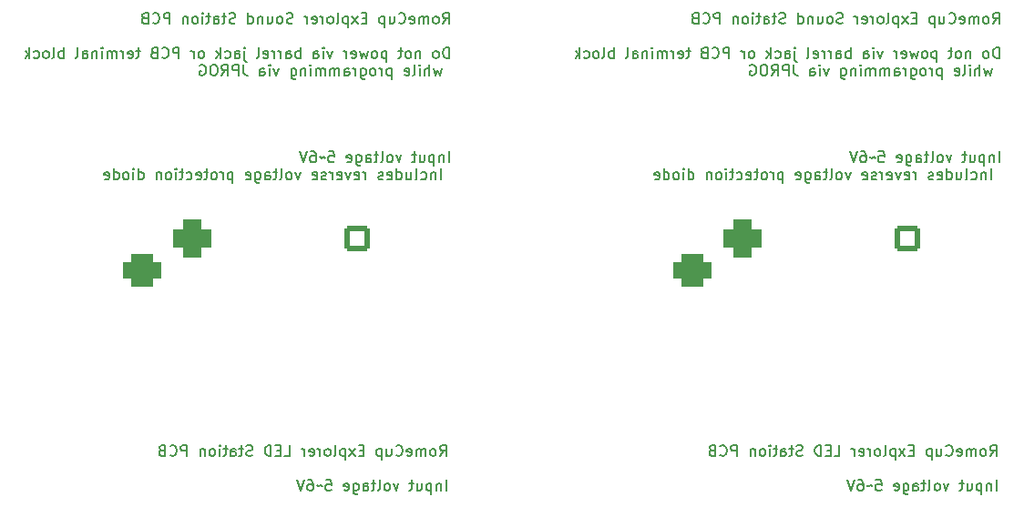
<source format=gbr>
%TF.GenerationSoftware,KiCad,Pcbnew,7.0.10*%
%TF.CreationDate,2024-03-02T22:01:54+01:00*%
%TF.ProjectId,explorer-panel_panelized,6578706c-6f72-4657-922d-70616e656c5f,rev?*%
%TF.SameCoordinates,Original*%
%TF.FileFunction,Legend,Bot*%
%TF.FilePolarity,Positive*%
%FSLAX46Y46*%
G04 Gerber Fmt 4.6, Leading zero omitted, Abs format (unit mm)*
G04 Created by KiCad (PCBNEW 7.0.10) date 2024-03-02 22:01:54*
%MOMM*%
%LPD*%
G01*
G04 APERTURE LIST*
G04 Aperture macros list*
%AMRoundRect*
0 Rectangle with rounded corners*
0 $1 Rounding radius*
0 $2 $3 $4 $5 $6 $7 $8 $9 X,Y pos of 4 corners*
0 Add a 4 corners polygon primitive as box body*
4,1,4,$2,$3,$4,$5,$6,$7,$8,$9,$2,$3,0*
0 Add four circle primitives for the rounded corners*
1,1,$1+$1,$2,$3*
1,1,$1+$1,$4,$5*
1,1,$1+$1,$6,$7*
1,1,$1+$1,$8,$9*
0 Add four rect primitives between the rounded corners*
20,1,$1+$1,$2,$3,$4,$5,0*
20,1,$1+$1,$4,$5,$6,$7,0*
20,1,$1+$1,$6,$7,$8,$9,0*
20,1,$1+$1,$8,$9,$2,$3,0*%
G04 Aperture macros list end*
%ADD10C,0.150000*%
%ADD11C,0.500000*%
%ADD12R,1.800000X1.800000*%
%ADD13C,1.800000*%
%ADD14RoundRect,0.250001X-0.949999X-0.949999X0.949999X-0.949999X0.949999X0.949999X-0.949999X0.949999X0*%
%ADD15C,2.400000*%
%ADD16R,3.500000X3.500000*%
%ADD17RoundRect,0.750000X1.000000X-0.750000X1.000000X0.750000X-1.000000X0.750000X-1.000000X-0.750000X0*%
%ADD18RoundRect,0.875000X0.875000X-0.875000X0.875000X0.875000X-0.875000X0.875000X-0.875000X-0.875000X0*%
%ADD19C,3.000000*%
%ADD20C,3.200000*%
%ADD21R,1.700000X1.700000*%
%ADD22O,1.700000X1.700000*%
%ADD23C,1.600000*%
%ADD24O,1.600000X1.600000*%
G04 APERTURE END LIST*
D10*
X41755792Y-47749819D02*
X42089125Y-47273628D01*
X42327220Y-47749819D02*
X42327220Y-46749819D01*
X42327220Y-46749819D02*
X41946268Y-46749819D01*
X41946268Y-46749819D02*
X41851030Y-46797438D01*
X41851030Y-46797438D02*
X41803411Y-46845057D01*
X41803411Y-46845057D02*
X41755792Y-46940295D01*
X41755792Y-46940295D02*
X41755792Y-47083152D01*
X41755792Y-47083152D02*
X41803411Y-47178390D01*
X41803411Y-47178390D02*
X41851030Y-47226009D01*
X41851030Y-47226009D02*
X41946268Y-47273628D01*
X41946268Y-47273628D02*
X42327220Y-47273628D01*
X41184363Y-47749819D02*
X41279601Y-47702200D01*
X41279601Y-47702200D02*
X41327220Y-47654580D01*
X41327220Y-47654580D02*
X41374839Y-47559342D01*
X41374839Y-47559342D02*
X41374839Y-47273628D01*
X41374839Y-47273628D02*
X41327220Y-47178390D01*
X41327220Y-47178390D02*
X41279601Y-47130771D01*
X41279601Y-47130771D02*
X41184363Y-47083152D01*
X41184363Y-47083152D02*
X41041506Y-47083152D01*
X41041506Y-47083152D02*
X40946268Y-47130771D01*
X40946268Y-47130771D02*
X40898649Y-47178390D01*
X40898649Y-47178390D02*
X40851030Y-47273628D01*
X40851030Y-47273628D02*
X40851030Y-47559342D01*
X40851030Y-47559342D02*
X40898649Y-47654580D01*
X40898649Y-47654580D02*
X40946268Y-47702200D01*
X40946268Y-47702200D02*
X41041506Y-47749819D01*
X41041506Y-47749819D02*
X41184363Y-47749819D01*
X40422458Y-47749819D02*
X40422458Y-47083152D01*
X40422458Y-47178390D02*
X40374839Y-47130771D01*
X40374839Y-47130771D02*
X40279601Y-47083152D01*
X40279601Y-47083152D02*
X40136744Y-47083152D01*
X40136744Y-47083152D02*
X40041506Y-47130771D01*
X40041506Y-47130771D02*
X39993887Y-47226009D01*
X39993887Y-47226009D02*
X39993887Y-47749819D01*
X39993887Y-47226009D02*
X39946268Y-47130771D01*
X39946268Y-47130771D02*
X39851030Y-47083152D01*
X39851030Y-47083152D02*
X39708173Y-47083152D01*
X39708173Y-47083152D02*
X39612934Y-47130771D01*
X39612934Y-47130771D02*
X39565315Y-47226009D01*
X39565315Y-47226009D02*
X39565315Y-47749819D01*
X38708173Y-47702200D02*
X38803411Y-47749819D01*
X38803411Y-47749819D02*
X38993887Y-47749819D01*
X38993887Y-47749819D02*
X39089125Y-47702200D01*
X39089125Y-47702200D02*
X39136744Y-47606961D01*
X39136744Y-47606961D02*
X39136744Y-47226009D01*
X39136744Y-47226009D02*
X39089125Y-47130771D01*
X39089125Y-47130771D02*
X38993887Y-47083152D01*
X38993887Y-47083152D02*
X38803411Y-47083152D01*
X38803411Y-47083152D02*
X38708173Y-47130771D01*
X38708173Y-47130771D02*
X38660554Y-47226009D01*
X38660554Y-47226009D02*
X38660554Y-47321247D01*
X38660554Y-47321247D02*
X39136744Y-47416485D01*
X37660554Y-47654580D02*
X37708173Y-47702200D01*
X37708173Y-47702200D02*
X37851030Y-47749819D01*
X37851030Y-47749819D02*
X37946268Y-47749819D01*
X37946268Y-47749819D02*
X38089125Y-47702200D01*
X38089125Y-47702200D02*
X38184363Y-47606961D01*
X38184363Y-47606961D02*
X38231982Y-47511723D01*
X38231982Y-47511723D02*
X38279601Y-47321247D01*
X38279601Y-47321247D02*
X38279601Y-47178390D01*
X38279601Y-47178390D02*
X38231982Y-46987914D01*
X38231982Y-46987914D02*
X38184363Y-46892676D01*
X38184363Y-46892676D02*
X38089125Y-46797438D01*
X38089125Y-46797438D02*
X37946268Y-46749819D01*
X37946268Y-46749819D02*
X37851030Y-46749819D01*
X37851030Y-46749819D02*
X37708173Y-46797438D01*
X37708173Y-46797438D02*
X37660554Y-46845057D01*
X36803411Y-47083152D02*
X36803411Y-47749819D01*
X37231982Y-47083152D02*
X37231982Y-47606961D01*
X37231982Y-47606961D02*
X37184363Y-47702200D01*
X37184363Y-47702200D02*
X37089125Y-47749819D01*
X37089125Y-47749819D02*
X36946268Y-47749819D01*
X36946268Y-47749819D02*
X36851030Y-47702200D01*
X36851030Y-47702200D02*
X36803411Y-47654580D01*
X36327220Y-47083152D02*
X36327220Y-48083152D01*
X36327220Y-47130771D02*
X36231982Y-47083152D01*
X36231982Y-47083152D02*
X36041506Y-47083152D01*
X36041506Y-47083152D02*
X35946268Y-47130771D01*
X35946268Y-47130771D02*
X35898649Y-47178390D01*
X35898649Y-47178390D02*
X35851030Y-47273628D01*
X35851030Y-47273628D02*
X35851030Y-47559342D01*
X35851030Y-47559342D02*
X35898649Y-47654580D01*
X35898649Y-47654580D02*
X35946268Y-47702200D01*
X35946268Y-47702200D02*
X36041506Y-47749819D01*
X36041506Y-47749819D02*
X36231982Y-47749819D01*
X36231982Y-47749819D02*
X36327220Y-47702200D01*
X34660553Y-47226009D02*
X34327220Y-47226009D01*
X34184363Y-47749819D02*
X34660553Y-47749819D01*
X34660553Y-47749819D02*
X34660553Y-46749819D01*
X34660553Y-46749819D02*
X34184363Y-46749819D01*
X33851029Y-47749819D02*
X33327220Y-47083152D01*
X33851029Y-47083152D02*
X33327220Y-47749819D01*
X32946267Y-47083152D02*
X32946267Y-48083152D01*
X32946267Y-47130771D02*
X32851029Y-47083152D01*
X32851029Y-47083152D02*
X32660553Y-47083152D01*
X32660553Y-47083152D02*
X32565315Y-47130771D01*
X32565315Y-47130771D02*
X32517696Y-47178390D01*
X32517696Y-47178390D02*
X32470077Y-47273628D01*
X32470077Y-47273628D02*
X32470077Y-47559342D01*
X32470077Y-47559342D02*
X32517696Y-47654580D01*
X32517696Y-47654580D02*
X32565315Y-47702200D01*
X32565315Y-47702200D02*
X32660553Y-47749819D01*
X32660553Y-47749819D02*
X32851029Y-47749819D01*
X32851029Y-47749819D02*
X32946267Y-47702200D01*
X31898648Y-47749819D02*
X31993886Y-47702200D01*
X31993886Y-47702200D02*
X32041505Y-47606961D01*
X32041505Y-47606961D02*
X32041505Y-46749819D01*
X31374838Y-47749819D02*
X31470076Y-47702200D01*
X31470076Y-47702200D02*
X31517695Y-47654580D01*
X31517695Y-47654580D02*
X31565314Y-47559342D01*
X31565314Y-47559342D02*
X31565314Y-47273628D01*
X31565314Y-47273628D02*
X31517695Y-47178390D01*
X31517695Y-47178390D02*
X31470076Y-47130771D01*
X31470076Y-47130771D02*
X31374838Y-47083152D01*
X31374838Y-47083152D02*
X31231981Y-47083152D01*
X31231981Y-47083152D02*
X31136743Y-47130771D01*
X31136743Y-47130771D02*
X31089124Y-47178390D01*
X31089124Y-47178390D02*
X31041505Y-47273628D01*
X31041505Y-47273628D02*
X31041505Y-47559342D01*
X31041505Y-47559342D02*
X31089124Y-47654580D01*
X31089124Y-47654580D02*
X31136743Y-47702200D01*
X31136743Y-47702200D02*
X31231981Y-47749819D01*
X31231981Y-47749819D02*
X31374838Y-47749819D01*
X30612933Y-47749819D02*
X30612933Y-47083152D01*
X30612933Y-47273628D02*
X30565314Y-47178390D01*
X30565314Y-47178390D02*
X30517695Y-47130771D01*
X30517695Y-47130771D02*
X30422457Y-47083152D01*
X30422457Y-47083152D02*
X30327219Y-47083152D01*
X29612933Y-47702200D02*
X29708171Y-47749819D01*
X29708171Y-47749819D02*
X29898647Y-47749819D01*
X29898647Y-47749819D02*
X29993885Y-47702200D01*
X29993885Y-47702200D02*
X30041504Y-47606961D01*
X30041504Y-47606961D02*
X30041504Y-47226009D01*
X30041504Y-47226009D02*
X29993885Y-47130771D01*
X29993885Y-47130771D02*
X29898647Y-47083152D01*
X29898647Y-47083152D02*
X29708171Y-47083152D01*
X29708171Y-47083152D02*
X29612933Y-47130771D01*
X29612933Y-47130771D02*
X29565314Y-47226009D01*
X29565314Y-47226009D02*
X29565314Y-47321247D01*
X29565314Y-47321247D02*
X30041504Y-47416485D01*
X29136742Y-47749819D02*
X29136742Y-47083152D01*
X29136742Y-47273628D02*
X29089123Y-47178390D01*
X29089123Y-47178390D02*
X29041504Y-47130771D01*
X29041504Y-47130771D02*
X28946266Y-47083152D01*
X28946266Y-47083152D02*
X28851028Y-47083152D01*
X27279599Y-47749819D02*
X27755789Y-47749819D01*
X27755789Y-47749819D02*
X27755789Y-46749819D01*
X26946265Y-47226009D02*
X26612932Y-47226009D01*
X26470075Y-47749819D02*
X26946265Y-47749819D01*
X26946265Y-47749819D02*
X26946265Y-46749819D01*
X26946265Y-46749819D02*
X26470075Y-46749819D01*
X26041503Y-47749819D02*
X26041503Y-46749819D01*
X26041503Y-46749819D02*
X25803408Y-46749819D01*
X25803408Y-46749819D02*
X25660551Y-46797438D01*
X25660551Y-46797438D02*
X25565313Y-46892676D01*
X25565313Y-46892676D02*
X25517694Y-46987914D01*
X25517694Y-46987914D02*
X25470075Y-47178390D01*
X25470075Y-47178390D02*
X25470075Y-47321247D01*
X25470075Y-47321247D02*
X25517694Y-47511723D01*
X25517694Y-47511723D02*
X25565313Y-47606961D01*
X25565313Y-47606961D02*
X25660551Y-47702200D01*
X25660551Y-47702200D02*
X25803408Y-47749819D01*
X25803408Y-47749819D02*
X26041503Y-47749819D01*
X24327217Y-47702200D02*
X24184360Y-47749819D01*
X24184360Y-47749819D02*
X23946265Y-47749819D01*
X23946265Y-47749819D02*
X23851027Y-47702200D01*
X23851027Y-47702200D02*
X23803408Y-47654580D01*
X23803408Y-47654580D02*
X23755789Y-47559342D01*
X23755789Y-47559342D02*
X23755789Y-47464104D01*
X23755789Y-47464104D02*
X23803408Y-47368866D01*
X23803408Y-47368866D02*
X23851027Y-47321247D01*
X23851027Y-47321247D02*
X23946265Y-47273628D01*
X23946265Y-47273628D02*
X24136741Y-47226009D01*
X24136741Y-47226009D02*
X24231979Y-47178390D01*
X24231979Y-47178390D02*
X24279598Y-47130771D01*
X24279598Y-47130771D02*
X24327217Y-47035533D01*
X24327217Y-47035533D02*
X24327217Y-46940295D01*
X24327217Y-46940295D02*
X24279598Y-46845057D01*
X24279598Y-46845057D02*
X24231979Y-46797438D01*
X24231979Y-46797438D02*
X24136741Y-46749819D01*
X24136741Y-46749819D02*
X23898646Y-46749819D01*
X23898646Y-46749819D02*
X23755789Y-46797438D01*
X23470074Y-47083152D02*
X23089122Y-47083152D01*
X23327217Y-46749819D02*
X23327217Y-47606961D01*
X23327217Y-47606961D02*
X23279598Y-47702200D01*
X23279598Y-47702200D02*
X23184360Y-47749819D01*
X23184360Y-47749819D02*
X23089122Y-47749819D01*
X22327217Y-47749819D02*
X22327217Y-47226009D01*
X22327217Y-47226009D02*
X22374836Y-47130771D01*
X22374836Y-47130771D02*
X22470074Y-47083152D01*
X22470074Y-47083152D02*
X22660550Y-47083152D01*
X22660550Y-47083152D02*
X22755788Y-47130771D01*
X22327217Y-47702200D02*
X22422455Y-47749819D01*
X22422455Y-47749819D02*
X22660550Y-47749819D01*
X22660550Y-47749819D02*
X22755788Y-47702200D01*
X22755788Y-47702200D02*
X22803407Y-47606961D01*
X22803407Y-47606961D02*
X22803407Y-47511723D01*
X22803407Y-47511723D02*
X22755788Y-47416485D01*
X22755788Y-47416485D02*
X22660550Y-47368866D01*
X22660550Y-47368866D02*
X22422455Y-47368866D01*
X22422455Y-47368866D02*
X22327217Y-47321247D01*
X21993883Y-47083152D02*
X21612931Y-47083152D01*
X21851026Y-46749819D02*
X21851026Y-47606961D01*
X21851026Y-47606961D02*
X21803407Y-47702200D01*
X21803407Y-47702200D02*
X21708169Y-47749819D01*
X21708169Y-47749819D02*
X21612931Y-47749819D01*
X21279597Y-47749819D02*
X21279597Y-47083152D01*
X21279597Y-46749819D02*
X21327216Y-46797438D01*
X21327216Y-46797438D02*
X21279597Y-46845057D01*
X21279597Y-46845057D02*
X21231978Y-46797438D01*
X21231978Y-46797438D02*
X21279597Y-46749819D01*
X21279597Y-46749819D02*
X21279597Y-46845057D01*
X20660550Y-47749819D02*
X20755788Y-47702200D01*
X20755788Y-47702200D02*
X20803407Y-47654580D01*
X20803407Y-47654580D02*
X20851026Y-47559342D01*
X20851026Y-47559342D02*
X20851026Y-47273628D01*
X20851026Y-47273628D02*
X20803407Y-47178390D01*
X20803407Y-47178390D02*
X20755788Y-47130771D01*
X20755788Y-47130771D02*
X20660550Y-47083152D01*
X20660550Y-47083152D02*
X20517693Y-47083152D01*
X20517693Y-47083152D02*
X20422455Y-47130771D01*
X20422455Y-47130771D02*
X20374836Y-47178390D01*
X20374836Y-47178390D02*
X20327217Y-47273628D01*
X20327217Y-47273628D02*
X20327217Y-47559342D01*
X20327217Y-47559342D02*
X20374836Y-47654580D01*
X20374836Y-47654580D02*
X20422455Y-47702200D01*
X20422455Y-47702200D02*
X20517693Y-47749819D01*
X20517693Y-47749819D02*
X20660550Y-47749819D01*
X19898645Y-47083152D02*
X19898645Y-47749819D01*
X19898645Y-47178390D02*
X19851026Y-47130771D01*
X19851026Y-47130771D02*
X19755788Y-47083152D01*
X19755788Y-47083152D02*
X19612931Y-47083152D01*
X19612931Y-47083152D02*
X19517693Y-47130771D01*
X19517693Y-47130771D02*
X19470074Y-47226009D01*
X19470074Y-47226009D02*
X19470074Y-47749819D01*
X18231978Y-47749819D02*
X18231978Y-46749819D01*
X18231978Y-46749819D02*
X17851026Y-46749819D01*
X17851026Y-46749819D02*
X17755788Y-46797438D01*
X17755788Y-46797438D02*
X17708169Y-46845057D01*
X17708169Y-46845057D02*
X17660550Y-46940295D01*
X17660550Y-46940295D02*
X17660550Y-47083152D01*
X17660550Y-47083152D02*
X17708169Y-47178390D01*
X17708169Y-47178390D02*
X17755788Y-47226009D01*
X17755788Y-47226009D02*
X17851026Y-47273628D01*
X17851026Y-47273628D02*
X18231978Y-47273628D01*
X16660550Y-47654580D02*
X16708169Y-47702200D01*
X16708169Y-47702200D02*
X16851026Y-47749819D01*
X16851026Y-47749819D02*
X16946264Y-47749819D01*
X16946264Y-47749819D02*
X17089121Y-47702200D01*
X17089121Y-47702200D02*
X17184359Y-47606961D01*
X17184359Y-47606961D02*
X17231978Y-47511723D01*
X17231978Y-47511723D02*
X17279597Y-47321247D01*
X17279597Y-47321247D02*
X17279597Y-47178390D01*
X17279597Y-47178390D02*
X17231978Y-46987914D01*
X17231978Y-46987914D02*
X17184359Y-46892676D01*
X17184359Y-46892676D02*
X17089121Y-46797438D01*
X17089121Y-46797438D02*
X16946264Y-46749819D01*
X16946264Y-46749819D02*
X16851026Y-46749819D01*
X16851026Y-46749819D02*
X16708169Y-46797438D01*
X16708169Y-46797438D02*
X16660550Y-46845057D01*
X15898645Y-47226009D02*
X15755788Y-47273628D01*
X15755788Y-47273628D02*
X15708169Y-47321247D01*
X15708169Y-47321247D02*
X15660550Y-47416485D01*
X15660550Y-47416485D02*
X15660550Y-47559342D01*
X15660550Y-47559342D02*
X15708169Y-47654580D01*
X15708169Y-47654580D02*
X15755788Y-47702200D01*
X15755788Y-47702200D02*
X15851026Y-47749819D01*
X15851026Y-47749819D02*
X16231978Y-47749819D01*
X16231978Y-47749819D02*
X16231978Y-46749819D01*
X16231978Y-46749819D02*
X15898645Y-46749819D01*
X15898645Y-46749819D02*
X15803407Y-46797438D01*
X15803407Y-46797438D02*
X15755788Y-46845057D01*
X15755788Y-46845057D02*
X15708169Y-46940295D01*
X15708169Y-46940295D02*
X15708169Y-47035533D01*
X15708169Y-47035533D02*
X15755788Y-47130771D01*
X15755788Y-47130771D02*
X15803407Y-47178390D01*
X15803407Y-47178390D02*
X15898645Y-47226009D01*
X15898645Y-47226009D02*
X16231978Y-47226009D01*
X42327220Y-50969819D02*
X42327220Y-49969819D01*
X41851030Y-50303152D02*
X41851030Y-50969819D01*
X41851030Y-50398390D02*
X41803411Y-50350771D01*
X41803411Y-50350771D02*
X41708173Y-50303152D01*
X41708173Y-50303152D02*
X41565316Y-50303152D01*
X41565316Y-50303152D02*
X41470078Y-50350771D01*
X41470078Y-50350771D02*
X41422459Y-50446009D01*
X41422459Y-50446009D02*
X41422459Y-50969819D01*
X40946268Y-50303152D02*
X40946268Y-51303152D01*
X40946268Y-50350771D02*
X40851030Y-50303152D01*
X40851030Y-50303152D02*
X40660554Y-50303152D01*
X40660554Y-50303152D02*
X40565316Y-50350771D01*
X40565316Y-50350771D02*
X40517697Y-50398390D01*
X40517697Y-50398390D02*
X40470078Y-50493628D01*
X40470078Y-50493628D02*
X40470078Y-50779342D01*
X40470078Y-50779342D02*
X40517697Y-50874580D01*
X40517697Y-50874580D02*
X40565316Y-50922200D01*
X40565316Y-50922200D02*
X40660554Y-50969819D01*
X40660554Y-50969819D02*
X40851030Y-50969819D01*
X40851030Y-50969819D02*
X40946268Y-50922200D01*
X39612935Y-50303152D02*
X39612935Y-50969819D01*
X40041506Y-50303152D02*
X40041506Y-50826961D01*
X40041506Y-50826961D02*
X39993887Y-50922200D01*
X39993887Y-50922200D02*
X39898649Y-50969819D01*
X39898649Y-50969819D02*
X39755792Y-50969819D01*
X39755792Y-50969819D02*
X39660554Y-50922200D01*
X39660554Y-50922200D02*
X39612935Y-50874580D01*
X39279601Y-50303152D02*
X38898649Y-50303152D01*
X39136744Y-49969819D02*
X39136744Y-50826961D01*
X39136744Y-50826961D02*
X39089125Y-50922200D01*
X39089125Y-50922200D02*
X38993887Y-50969819D01*
X38993887Y-50969819D02*
X38898649Y-50969819D01*
X37898648Y-50303152D02*
X37660553Y-50969819D01*
X37660553Y-50969819D02*
X37422458Y-50303152D01*
X36898648Y-50969819D02*
X36993886Y-50922200D01*
X36993886Y-50922200D02*
X37041505Y-50874580D01*
X37041505Y-50874580D02*
X37089124Y-50779342D01*
X37089124Y-50779342D02*
X37089124Y-50493628D01*
X37089124Y-50493628D02*
X37041505Y-50398390D01*
X37041505Y-50398390D02*
X36993886Y-50350771D01*
X36993886Y-50350771D02*
X36898648Y-50303152D01*
X36898648Y-50303152D02*
X36755791Y-50303152D01*
X36755791Y-50303152D02*
X36660553Y-50350771D01*
X36660553Y-50350771D02*
X36612934Y-50398390D01*
X36612934Y-50398390D02*
X36565315Y-50493628D01*
X36565315Y-50493628D02*
X36565315Y-50779342D01*
X36565315Y-50779342D02*
X36612934Y-50874580D01*
X36612934Y-50874580D02*
X36660553Y-50922200D01*
X36660553Y-50922200D02*
X36755791Y-50969819D01*
X36755791Y-50969819D02*
X36898648Y-50969819D01*
X35993886Y-50969819D02*
X36089124Y-50922200D01*
X36089124Y-50922200D02*
X36136743Y-50826961D01*
X36136743Y-50826961D02*
X36136743Y-49969819D01*
X35755790Y-50303152D02*
X35374838Y-50303152D01*
X35612933Y-49969819D02*
X35612933Y-50826961D01*
X35612933Y-50826961D02*
X35565314Y-50922200D01*
X35565314Y-50922200D02*
X35470076Y-50969819D01*
X35470076Y-50969819D02*
X35374838Y-50969819D01*
X34612933Y-50969819D02*
X34612933Y-50446009D01*
X34612933Y-50446009D02*
X34660552Y-50350771D01*
X34660552Y-50350771D02*
X34755790Y-50303152D01*
X34755790Y-50303152D02*
X34946266Y-50303152D01*
X34946266Y-50303152D02*
X35041504Y-50350771D01*
X34612933Y-50922200D02*
X34708171Y-50969819D01*
X34708171Y-50969819D02*
X34946266Y-50969819D01*
X34946266Y-50969819D02*
X35041504Y-50922200D01*
X35041504Y-50922200D02*
X35089123Y-50826961D01*
X35089123Y-50826961D02*
X35089123Y-50731723D01*
X35089123Y-50731723D02*
X35041504Y-50636485D01*
X35041504Y-50636485D02*
X34946266Y-50588866D01*
X34946266Y-50588866D02*
X34708171Y-50588866D01*
X34708171Y-50588866D02*
X34612933Y-50541247D01*
X33708171Y-50303152D02*
X33708171Y-51112676D01*
X33708171Y-51112676D02*
X33755790Y-51207914D01*
X33755790Y-51207914D02*
X33803409Y-51255533D01*
X33803409Y-51255533D02*
X33898647Y-51303152D01*
X33898647Y-51303152D02*
X34041504Y-51303152D01*
X34041504Y-51303152D02*
X34136742Y-51255533D01*
X33708171Y-50922200D02*
X33803409Y-50969819D01*
X33803409Y-50969819D02*
X33993885Y-50969819D01*
X33993885Y-50969819D02*
X34089123Y-50922200D01*
X34089123Y-50922200D02*
X34136742Y-50874580D01*
X34136742Y-50874580D02*
X34184361Y-50779342D01*
X34184361Y-50779342D02*
X34184361Y-50493628D01*
X34184361Y-50493628D02*
X34136742Y-50398390D01*
X34136742Y-50398390D02*
X34089123Y-50350771D01*
X34089123Y-50350771D02*
X33993885Y-50303152D01*
X33993885Y-50303152D02*
X33803409Y-50303152D01*
X33803409Y-50303152D02*
X33708171Y-50350771D01*
X32851028Y-50922200D02*
X32946266Y-50969819D01*
X32946266Y-50969819D02*
X33136742Y-50969819D01*
X33136742Y-50969819D02*
X33231980Y-50922200D01*
X33231980Y-50922200D02*
X33279599Y-50826961D01*
X33279599Y-50826961D02*
X33279599Y-50446009D01*
X33279599Y-50446009D02*
X33231980Y-50350771D01*
X33231980Y-50350771D02*
X33136742Y-50303152D01*
X33136742Y-50303152D02*
X32946266Y-50303152D01*
X32946266Y-50303152D02*
X32851028Y-50350771D01*
X32851028Y-50350771D02*
X32803409Y-50446009D01*
X32803409Y-50446009D02*
X32803409Y-50541247D01*
X32803409Y-50541247D02*
X33279599Y-50636485D01*
X31136742Y-49969819D02*
X31612932Y-49969819D01*
X31612932Y-49969819D02*
X31660551Y-50446009D01*
X31660551Y-50446009D02*
X31612932Y-50398390D01*
X31612932Y-50398390D02*
X31517694Y-50350771D01*
X31517694Y-50350771D02*
X31279599Y-50350771D01*
X31279599Y-50350771D02*
X31184361Y-50398390D01*
X31184361Y-50398390D02*
X31136742Y-50446009D01*
X31136742Y-50446009D02*
X31089123Y-50541247D01*
X31089123Y-50541247D02*
X31089123Y-50779342D01*
X31089123Y-50779342D02*
X31136742Y-50874580D01*
X31136742Y-50874580D02*
X31184361Y-50922200D01*
X31184361Y-50922200D02*
X31279599Y-50969819D01*
X31279599Y-50969819D02*
X31517694Y-50969819D01*
X31517694Y-50969819D02*
X31612932Y-50922200D01*
X31612932Y-50922200D02*
X31660551Y-50874580D01*
X30803408Y-50588866D02*
X30755789Y-50541247D01*
X30755789Y-50541247D02*
X30660551Y-50493628D01*
X30660551Y-50493628D02*
X30470075Y-50588866D01*
X30470075Y-50588866D02*
X30374837Y-50541247D01*
X30374837Y-50541247D02*
X30327218Y-50493628D01*
X29517694Y-49969819D02*
X29708170Y-49969819D01*
X29708170Y-49969819D02*
X29803408Y-50017438D01*
X29803408Y-50017438D02*
X29851027Y-50065057D01*
X29851027Y-50065057D02*
X29946265Y-50207914D01*
X29946265Y-50207914D02*
X29993884Y-50398390D01*
X29993884Y-50398390D02*
X29993884Y-50779342D01*
X29993884Y-50779342D02*
X29946265Y-50874580D01*
X29946265Y-50874580D02*
X29898646Y-50922200D01*
X29898646Y-50922200D02*
X29803408Y-50969819D01*
X29803408Y-50969819D02*
X29612932Y-50969819D01*
X29612932Y-50969819D02*
X29517694Y-50922200D01*
X29517694Y-50922200D02*
X29470075Y-50874580D01*
X29470075Y-50874580D02*
X29422456Y-50779342D01*
X29422456Y-50779342D02*
X29422456Y-50541247D01*
X29422456Y-50541247D02*
X29470075Y-50446009D01*
X29470075Y-50446009D02*
X29517694Y-50398390D01*
X29517694Y-50398390D02*
X29612932Y-50350771D01*
X29612932Y-50350771D02*
X29803408Y-50350771D01*
X29803408Y-50350771D02*
X29898646Y-50398390D01*
X29898646Y-50398390D02*
X29946265Y-50446009D01*
X29946265Y-50446009D02*
X29993884Y-50541247D01*
X29136741Y-49969819D02*
X28803408Y-50969819D01*
X28803408Y-50969819D02*
X28470075Y-49969819D01*
X92883792Y-47749819D02*
X93217125Y-47273628D01*
X93455220Y-47749819D02*
X93455220Y-46749819D01*
X93455220Y-46749819D02*
X93074268Y-46749819D01*
X93074268Y-46749819D02*
X92979030Y-46797438D01*
X92979030Y-46797438D02*
X92931411Y-46845057D01*
X92931411Y-46845057D02*
X92883792Y-46940295D01*
X92883792Y-46940295D02*
X92883792Y-47083152D01*
X92883792Y-47083152D02*
X92931411Y-47178390D01*
X92931411Y-47178390D02*
X92979030Y-47226009D01*
X92979030Y-47226009D02*
X93074268Y-47273628D01*
X93074268Y-47273628D02*
X93455220Y-47273628D01*
X92312363Y-47749819D02*
X92407601Y-47702200D01*
X92407601Y-47702200D02*
X92455220Y-47654580D01*
X92455220Y-47654580D02*
X92502839Y-47559342D01*
X92502839Y-47559342D02*
X92502839Y-47273628D01*
X92502839Y-47273628D02*
X92455220Y-47178390D01*
X92455220Y-47178390D02*
X92407601Y-47130771D01*
X92407601Y-47130771D02*
X92312363Y-47083152D01*
X92312363Y-47083152D02*
X92169506Y-47083152D01*
X92169506Y-47083152D02*
X92074268Y-47130771D01*
X92074268Y-47130771D02*
X92026649Y-47178390D01*
X92026649Y-47178390D02*
X91979030Y-47273628D01*
X91979030Y-47273628D02*
X91979030Y-47559342D01*
X91979030Y-47559342D02*
X92026649Y-47654580D01*
X92026649Y-47654580D02*
X92074268Y-47702200D01*
X92074268Y-47702200D02*
X92169506Y-47749819D01*
X92169506Y-47749819D02*
X92312363Y-47749819D01*
X91550458Y-47749819D02*
X91550458Y-47083152D01*
X91550458Y-47178390D02*
X91502839Y-47130771D01*
X91502839Y-47130771D02*
X91407601Y-47083152D01*
X91407601Y-47083152D02*
X91264744Y-47083152D01*
X91264744Y-47083152D02*
X91169506Y-47130771D01*
X91169506Y-47130771D02*
X91121887Y-47226009D01*
X91121887Y-47226009D02*
X91121887Y-47749819D01*
X91121887Y-47226009D02*
X91074268Y-47130771D01*
X91074268Y-47130771D02*
X90979030Y-47083152D01*
X90979030Y-47083152D02*
X90836173Y-47083152D01*
X90836173Y-47083152D02*
X90740934Y-47130771D01*
X90740934Y-47130771D02*
X90693315Y-47226009D01*
X90693315Y-47226009D02*
X90693315Y-47749819D01*
X89836173Y-47702200D02*
X89931411Y-47749819D01*
X89931411Y-47749819D02*
X90121887Y-47749819D01*
X90121887Y-47749819D02*
X90217125Y-47702200D01*
X90217125Y-47702200D02*
X90264744Y-47606961D01*
X90264744Y-47606961D02*
X90264744Y-47226009D01*
X90264744Y-47226009D02*
X90217125Y-47130771D01*
X90217125Y-47130771D02*
X90121887Y-47083152D01*
X90121887Y-47083152D02*
X89931411Y-47083152D01*
X89931411Y-47083152D02*
X89836173Y-47130771D01*
X89836173Y-47130771D02*
X89788554Y-47226009D01*
X89788554Y-47226009D02*
X89788554Y-47321247D01*
X89788554Y-47321247D02*
X90264744Y-47416485D01*
X88788554Y-47654580D02*
X88836173Y-47702200D01*
X88836173Y-47702200D02*
X88979030Y-47749819D01*
X88979030Y-47749819D02*
X89074268Y-47749819D01*
X89074268Y-47749819D02*
X89217125Y-47702200D01*
X89217125Y-47702200D02*
X89312363Y-47606961D01*
X89312363Y-47606961D02*
X89359982Y-47511723D01*
X89359982Y-47511723D02*
X89407601Y-47321247D01*
X89407601Y-47321247D02*
X89407601Y-47178390D01*
X89407601Y-47178390D02*
X89359982Y-46987914D01*
X89359982Y-46987914D02*
X89312363Y-46892676D01*
X89312363Y-46892676D02*
X89217125Y-46797438D01*
X89217125Y-46797438D02*
X89074268Y-46749819D01*
X89074268Y-46749819D02*
X88979030Y-46749819D01*
X88979030Y-46749819D02*
X88836173Y-46797438D01*
X88836173Y-46797438D02*
X88788554Y-46845057D01*
X87931411Y-47083152D02*
X87931411Y-47749819D01*
X88359982Y-47083152D02*
X88359982Y-47606961D01*
X88359982Y-47606961D02*
X88312363Y-47702200D01*
X88312363Y-47702200D02*
X88217125Y-47749819D01*
X88217125Y-47749819D02*
X88074268Y-47749819D01*
X88074268Y-47749819D02*
X87979030Y-47702200D01*
X87979030Y-47702200D02*
X87931411Y-47654580D01*
X87455220Y-47083152D02*
X87455220Y-48083152D01*
X87455220Y-47130771D02*
X87359982Y-47083152D01*
X87359982Y-47083152D02*
X87169506Y-47083152D01*
X87169506Y-47083152D02*
X87074268Y-47130771D01*
X87074268Y-47130771D02*
X87026649Y-47178390D01*
X87026649Y-47178390D02*
X86979030Y-47273628D01*
X86979030Y-47273628D02*
X86979030Y-47559342D01*
X86979030Y-47559342D02*
X87026649Y-47654580D01*
X87026649Y-47654580D02*
X87074268Y-47702200D01*
X87074268Y-47702200D02*
X87169506Y-47749819D01*
X87169506Y-47749819D02*
X87359982Y-47749819D01*
X87359982Y-47749819D02*
X87455220Y-47702200D01*
X85788553Y-47226009D02*
X85455220Y-47226009D01*
X85312363Y-47749819D02*
X85788553Y-47749819D01*
X85788553Y-47749819D02*
X85788553Y-46749819D01*
X85788553Y-46749819D02*
X85312363Y-46749819D01*
X84979029Y-47749819D02*
X84455220Y-47083152D01*
X84979029Y-47083152D02*
X84455220Y-47749819D01*
X84074267Y-47083152D02*
X84074267Y-48083152D01*
X84074267Y-47130771D02*
X83979029Y-47083152D01*
X83979029Y-47083152D02*
X83788553Y-47083152D01*
X83788553Y-47083152D02*
X83693315Y-47130771D01*
X83693315Y-47130771D02*
X83645696Y-47178390D01*
X83645696Y-47178390D02*
X83598077Y-47273628D01*
X83598077Y-47273628D02*
X83598077Y-47559342D01*
X83598077Y-47559342D02*
X83645696Y-47654580D01*
X83645696Y-47654580D02*
X83693315Y-47702200D01*
X83693315Y-47702200D02*
X83788553Y-47749819D01*
X83788553Y-47749819D02*
X83979029Y-47749819D01*
X83979029Y-47749819D02*
X84074267Y-47702200D01*
X83026648Y-47749819D02*
X83121886Y-47702200D01*
X83121886Y-47702200D02*
X83169505Y-47606961D01*
X83169505Y-47606961D02*
X83169505Y-46749819D01*
X82502838Y-47749819D02*
X82598076Y-47702200D01*
X82598076Y-47702200D02*
X82645695Y-47654580D01*
X82645695Y-47654580D02*
X82693314Y-47559342D01*
X82693314Y-47559342D02*
X82693314Y-47273628D01*
X82693314Y-47273628D02*
X82645695Y-47178390D01*
X82645695Y-47178390D02*
X82598076Y-47130771D01*
X82598076Y-47130771D02*
X82502838Y-47083152D01*
X82502838Y-47083152D02*
X82359981Y-47083152D01*
X82359981Y-47083152D02*
X82264743Y-47130771D01*
X82264743Y-47130771D02*
X82217124Y-47178390D01*
X82217124Y-47178390D02*
X82169505Y-47273628D01*
X82169505Y-47273628D02*
X82169505Y-47559342D01*
X82169505Y-47559342D02*
X82217124Y-47654580D01*
X82217124Y-47654580D02*
X82264743Y-47702200D01*
X82264743Y-47702200D02*
X82359981Y-47749819D01*
X82359981Y-47749819D02*
X82502838Y-47749819D01*
X81740933Y-47749819D02*
X81740933Y-47083152D01*
X81740933Y-47273628D02*
X81693314Y-47178390D01*
X81693314Y-47178390D02*
X81645695Y-47130771D01*
X81645695Y-47130771D02*
X81550457Y-47083152D01*
X81550457Y-47083152D02*
X81455219Y-47083152D01*
X80740933Y-47702200D02*
X80836171Y-47749819D01*
X80836171Y-47749819D02*
X81026647Y-47749819D01*
X81026647Y-47749819D02*
X81121885Y-47702200D01*
X81121885Y-47702200D02*
X81169504Y-47606961D01*
X81169504Y-47606961D02*
X81169504Y-47226009D01*
X81169504Y-47226009D02*
X81121885Y-47130771D01*
X81121885Y-47130771D02*
X81026647Y-47083152D01*
X81026647Y-47083152D02*
X80836171Y-47083152D01*
X80836171Y-47083152D02*
X80740933Y-47130771D01*
X80740933Y-47130771D02*
X80693314Y-47226009D01*
X80693314Y-47226009D02*
X80693314Y-47321247D01*
X80693314Y-47321247D02*
X81169504Y-47416485D01*
X80264742Y-47749819D02*
X80264742Y-47083152D01*
X80264742Y-47273628D02*
X80217123Y-47178390D01*
X80217123Y-47178390D02*
X80169504Y-47130771D01*
X80169504Y-47130771D02*
X80074266Y-47083152D01*
X80074266Y-47083152D02*
X79979028Y-47083152D01*
X78407599Y-47749819D02*
X78883789Y-47749819D01*
X78883789Y-47749819D02*
X78883789Y-46749819D01*
X78074265Y-47226009D02*
X77740932Y-47226009D01*
X77598075Y-47749819D02*
X78074265Y-47749819D01*
X78074265Y-47749819D02*
X78074265Y-46749819D01*
X78074265Y-46749819D02*
X77598075Y-46749819D01*
X77169503Y-47749819D02*
X77169503Y-46749819D01*
X77169503Y-46749819D02*
X76931408Y-46749819D01*
X76931408Y-46749819D02*
X76788551Y-46797438D01*
X76788551Y-46797438D02*
X76693313Y-46892676D01*
X76693313Y-46892676D02*
X76645694Y-46987914D01*
X76645694Y-46987914D02*
X76598075Y-47178390D01*
X76598075Y-47178390D02*
X76598075Y-47321247D01*
X76598075Y-47321247D02*
X76645694Y-47511723D01*
X76645694Y-47511723D02*
X76693313Y-47606961D01*
X76693313Y-47606961D02*
X76788551Y-47702200D01*
X76788551Y-47702200D02*
X76931408Y-47749819D01*
X76931408Y-47749819D02*
X77169503Y-47749819D01*
X75455217Y-47702200D02*
X75312360Y-47749819D01*
X75312360Y-47749819D02*
X75074265Y-47749819D01*
X75074265Y-47749819D02*
X74979027Y-47702200D01*
X74979027Y-47702200D02*
X74931408Y-47654580D01*
X74931408Y-47654580D02*
X74883789Y-47559342D01*
X74883789Y-47559342D02*
X74883789Y-47464104D01*
X74883789Y-47464104D02*
X74931408Y-47368866D01*
X74931408Y-47368866D02*
X74979027Y-47321247D01*
X74979027Y-47321247D02*
X75074265Y-47273628D01*
X75074265Y-47273628D02*
X75264741Y-47226009D01*
X75264741Y-47226009D02*
X75359979Y-47178390D01*
X75359979Y-47178390D02*
X75407598Y-47130771D01*
X75407598Y-47130771D02*
X75455217Y-47035533D01*
X75455217Y-47035533D02*
X75455217Y-46940295D01*
X75455217Y-46940295D02*
X75407598Y-46845057D01*
X75407598Y-46845057D02*
X75359979Y-46797438D01*
X75359979Y-46797438D02*
X75264741Y-46749819D01*
X75264741Y-46749819D02*
X75026646Y-46749819D01*
X75026646Y-46749819D02*
X74883789Y-46797438D01*
X74598074Y-47083152D02*
X74217122Y-47083152D01*
X74455217Y-46749819D02*
X74455217Y-47606961D01*
X74455217Y-47606961D02*
X74407598Y-47702200D01*
X74407598Y-47702200D02*
X74312360Y-47749819D01*
X74312360Y-47749819D02*
X74217122Y-47749819D01*
X73455217Y-47749819D02*
X73455217Y-47226009D01*
X73455217Y-47226009D02*
X73502836Y-47130771D01*
X73502836Y-47130771D02*
X73598074Y-47083152D01*
X73598074Y-47083152D02*
X73788550Y-47083152D01*
X73788550Y-47083152D02*
X73883788Y-47130771D01*
X73455217Y-47702200D02*
X73550455Y-47749819D01*
X73550455Y-47749819D02*
X73788550Y-47749819D01*
X73788550Y-47749819D02*
X73883788Y-47702200D01*
X73883788Y-47702200D02*
X73931407Y-47606961D01*
X73931407Y-47606961D02*
X73931407Y-47511723D01*
X73931407Y-47511723D02*
X73883788Y-47416485D01*
X73883788Y-47416485D02*
X73788550Y-47368866D01*
X73788550Y-47368866D02*
X73550455Y-47368866D01*
X73550455Y-47368866D02*
X73455217Y-47321247D01*
X73121883Y-47083152D02*
X72740931Y-47083152D01*
X72979026Y-46749819D02*
X72979026Y-47606961D01*
X72979026Y-47606961D02*
X72931407Y-47702200D01*
X72931407Y-47702200D02*
X72836169Y-47749819D01*
X72836169Y-47749819D02*
X72740931Y-47749819D01*
X72407597Y-47749819D02*
X72407597Y-47083152D01*
X72407597Y-46749819D02*
X72455216Y-46797438D01*
X72455216Y-46797438D02*
X72407597Y-46845057D01*
X72407597Y-46845057D02*
X72359978Y-46797438D01*
X72359978Y-46797438D02*
X72407597Y-46749819D01*
X72407597Y-46749819D02*
X72407597Y-46845057D01*
X71788550Y-47749819D02*
X71883788Y-47702200D01*
X71883788Y-47702200D02*
X71931407Y-47654580D01*
X71931407Y-47654580D02*
X71979026Y-47559342D01*
X71979026Y-47559342D02*
X71979026Y-47273628D01*
X71979026Y-47273628D02*
X71931407Y-47178390D01*
X71931407Y-47178390D02*
X71883788Y-47130771D01*
X71883788Y-47130771D02*
X71788550Y-47083152D01*
X71788550Y-47083152D02*
X71645693Y-47083152D01*
X71645693Y-47083152D02*
X71550455Y-47130771D01*
X71550455Y-47130771D02*
X71502836Y-47178390D01*
X71502836Y-47178390D02*
X71455217Y-47273628D01*
X71455217Y-47273628D02*
X71455217Y-47559342D01*
X71455217Y-47559342D02*
X71502836Y-47654580D01*
X71502836Y-47654580D02*
X71550455Y-47702200D01*
X71550455Y-47702200D02*
X71645693Y-47749819D01*
X71645693Y-47749819D02*
X71788550Y-47749819D01*
X71026645Y-47083152D02*
X71026645Y-47749819D01*
X71026645Y-47178390D02*
X70979026Y-47130771D01*
X70979026Y-47130771D02*
X70883788Y-47083152D01*
X70883788Y-47083152D02*
X70740931Y-47083152D01*
X70740931Y-47083152D02*
X70645693Y-47130771D01*
X70645693Y-47130771D02*
X70598074Y-47226009D01*
X70598074Y-47226009D02*
X70598074Y-47749819D01*
X69359978Y-47749819D02*
X69359978Y-46749819D01*
X69359978Y-46749819D02*
X68979026Y-46749819D01*
X68979026Y-46749819D02*
X68883788Y-46797438D01*
X68883788Y-46797438D02*
X68836169Y-46845057D01*
X68836169Y-46845057D02*
X68788550Y-46940295D01*
X68788550Y-46940295D02*
X68788550Y-47083152D01*
X68788550Y-47083152D02*
X68836169Y-47178390D01*
X68836169Y-47178390D02*
X68883788Y-47226009D01*
X68883788Y-47226009D02*
X68979026Y-47273628D01*
X68979026Y-47273628D02*
X69359978Y-47273628D01*
X67788550Y-47654580D02*
X67836169Y-47702200D01*
X67836169Y-47702200D02*
X67979026Y-47749819D01*
X67979026Y-47749819D02*
X68074264Y-47749819D01*
X68074264Y-47749819D02*
X68217121Y-47702200D01*
X68217121Y-47702200D02*
X68312359Y-47606961D01*
X68312359Y-47606961D02*
X68359978Y-47511723D01*
X68359978Y-47511723D02*
X68407597Y-47321247D01*
X68407597Y-47321247D02*
X68407597Y-47178390D01*
X68407597Y-47178390D02*
X68359978Y-46987914D01*
X68359978Y-46987914D02*
X68312359Y-46892676D01*
X68312359Y-46892676D02*
X68217121Y-46797438D01*
X68217121Y-46797438D02*
X68074264Y-46749819D01*
X68074264Y-46749819D02*
X67979026Y-46749819D01*
X67979026Y-46749819D02*
X67836169Y-46797438D01*
X67836169Y-46797438D02*
X67788550Y-46845057D01*
X67026645Y-47226009D02*
X66883788Y-47273628D01*
X66883788Y-47273628D02*
X66836169Y-47321247D01*
X66836169Y-47321247D02*
X66788550Y-47416485D01*
X66788550Y-47416485D02*
X66788550Y-47559342D01*
X66788550Y-47559342D02*
X66836169Y-47654580D01*
X66836169Y-47654580D02*
X66883788Y-47702200D01*
X66883788Y-47702200D02*
X66979026Y-47749819D01*
X66979026Y-47749819D02*
X67359978Y-47749819D01*
X67359978Y-47749819D02*
X67359978Y-46749819D01*
X67359978Y-46749819D02*
X67026645Y-46749819D01*
X67026645Y-46749819D02*
X66931407Y-46797438D01*
X66931407Y-46797438D02*
X66883788Y-46845057D01*
X66883788Y-46845057D02*
X66836169Y-46940295D01*
X66836169Y-46940295D02*
X66836169Y-47035533D01*
X66836169Y-47035533D02*
X66883788Y-47130771D01*
X66883788Y-47130771D02*
X66931407Y-47178390D01*
X66931407Y-47178390D02*
X67026645Y-47226009D01*
X67026645Y-47226009D02*
X67359978Y-47226009D01*
X93455220Y-50969819D02*
X93455220Y-49969819D01*
X92979030Y-50303152D02*
X92979030Y-50969819D01*
X92979030Y-50398390D02*
X92931411Y-50350771D01*
X92931411Y-50350771D02*
X92836173Y-50303152D01*
X92836173Y-50303152D02*
X92693316Y-50303152D01*
X92693316Y-50303152D02*
X92598078Y-50350771D01*
X92598078Y-50350771D02*
X92550459Y-50446009D01*
X92550459Y-50446009D02*
X92550459Y-50969819D01*
X92074268Y-50303152D02*
X92074268Y-51303152D01*
X92074268Y-50350771D02*
X91979030Y-50303152D01*
X91979030Y-50303152D02*
X91788554Y-50303152D01*
X91788554Y-50303152D02*
X91693316Y-50350771D01*
X91693316Y-50350771D02*
X91645697Y-50398390D01*
X91645697Y-50398390D02*
X91598078Y-50493628D01*
X91598078Y-50493628D02*
X91598078Y-50779342D01*
X91598078Y-50779342D02*
X91645697Y-50874580D01*
X91645697Y-50874580D02*
X91693316Y-50922200D01*
X91693316Y-50922200D02*
X91788554Y-50969819D01*
X91788554Y-50969819D02*
X91979030Y-50969819D01*
X91979030Y-50969819D02*
X92074268Y-50922200D01*
X90740935Y-50303152D02*
X90740935Y-50969819D01*
X91169506Y-50303152D02*
X91169506Y-50826961D01*
X91169506Y-50826961D02*
X91121887Y-50922200D01*
X91121887Y-50922200D02*
X91026649Y-50969819D01*
X91026649Y-50969819D02*
X90883792Y-50969819D01*
X90883792Y-50969819D02*
X90788554Y-50922200D01*
X90788554Y-50922200D02*
X90740935Y-50874580D01*
X90407601Y-50303152D02*
X90026649Y-50303152D01*
X90264744Y-49969819D02*
X90264744Y-50826961D01*
X90264744Y-50826961D02*
X90217125Y-50922200D01*
X90217125Y-50922200D02*
X90121887Y-50969819D01*
X90121887Y-50969819D02*
X90026649Y-50969819D01*
X89026648Y-50303152D02*
X88788553Y-50969819D01*
X88788553Y-50969819D02*
X88550458Y-50303152D01*
X88026648Y-50969819D02*
X88121886Y-50922200D01*
X88121886Y-50922200D02*
X88169505Y-50874580D01*
X88169505Y-50874580D02*
X88217124Y-50779342D01*
X88217124Y-50779342D02*
X88217124Y-50493628D01*
X88217124Y-50493628D02*
X88169505Y-50398390D01*
X88169505Y-50398390D02*
X88121886Y-50350771D01*
X88121886Y-50350771D02*
X88026648Y-50303152D01*
X88026648Y-50303152D02*
X87883791Y-50303152D01*
X87883791Y-50303152D02*
X87788553Y-50350771D01*
X87788553Y-50350771D02*
X87740934Y-50398390D01*
X87740934Y-50398390D02*
X87693315Y-50493628D01*
X87693315Y-50493628D02*
X87693315Y-50779342D01*
X87693315Y-50779342D02*
X87740934Y-50874580D01*
X87740934Y-50874580D02*
X87788553Y-50922200D01*
X87788553Y-50922200D02*
X87883791Y-50969819D01*
X87883791Y-50969819D02*
X88026648Y-50969819D01*
X87121886Y-50969819D02*
X87217124Y-50922200D01*
X87217124Y-50922200D02*
X87264743Y-50826961D01*
X87264743Y-50826961D02*
X87264743Y-49969819D01*
X86883790Y-50303152D02*
X86502838Y-50303152D01*
X86740933Y-49969819D02*
X86740933Y-50826961D01*
X86740933Y-50826961D02*
X86693314Y-50922200D01*
X86693314Y-50922200D02*
X86598076Y-50969819D01*
X86598076Y-50969819D02*
X86502838Y-50969819D01*
X85740933Y-50969819D02*
X85740933Y-50446009D01*
X85740933Y-50446009D02*
X85788552Y-50350771D01*
X85788552Y-50350771D02*
X85883790Y-50303152D01*
X85883790Y-50303152D02*
X86074266Y-50303152D01*
X86074266Y-50303152D02*
X86169504Y-50350771D01*
X85740933Y-50922200D02*
X85836171Y-50969819D01*
X85836171Y-50969819D02*
X86074266Y-50969819D01*
X86074266Y-50969819D02*
X86169504Y-50922200D01*
X86169504Y-50922200D02*
X86217123Y-50826961D01*
X86217123Y-50826961D02*
X86217123Y-50731723D01*
X86217123Y-50731723D02*
X86169504Y-50636485D01*
X86169504Y-50636485D02*
X86074266Y-50588866D01*
X86074266Y-50588866D02*
X85836171Y-50588866D01*
X85836171Y-50588866D02*
X85740933Y-50541247D01*
X84836171Y-50303152D02*
X84836171Y-51112676D01*
X84836171Y-51112676D02*
X84883790Y-51207914D01*
X84883790Y-51207914D02*
X84931409Y-51255533D01*
X84931409Y-51255533D02*
X85026647Y-51303152D01*
X85026647Y-51303152D02*
X85169504Y-51303152D01*
X85169504Y-51303152D02*
X85264742Y-51255533D01*
X84836171Y-50922200D02*
X84931409Y-50969819D01*
X84931409Y-50969819D02*
X85121885Y-50969819D01*
X85121885Y-50969819D02*
X85217123Y-50922200D01*
X85217123Y-50922200D02*
X85264742Y-50874580D01*
X85264742Y-50874580D02*
X85312361Y-50779342D01*
X85312361Y-50779342D02*
X85312361Y-50493628D01*
X85312361Y-50493628D02*
X85264742Y-50398390D01*
X85264742Y-50398390D02*
X85217123Y-50350771D01*
X85217123Y-50350771D02*
X85121885Y-50303152D01*
X85121885Y-50303152D02*
X84931409Y-50303152D01*
X84931409Y-50303152D02*
X84836171Y-50350771D01*
X83979028Y-50922200D02*
X84074266Y-50969819D01*
X84074266Y-50969819D02*
X84264742Y-50969819D01*
X84264742Y-50969819D02*
X84359980Y-50922200D01*
X84359980Y-50922200D02*
X84407599Y-50826961D01*
X84407599Y-50826961D02*
X84407599Y-50446009D01*
X84407599Y-50446009D02*
X84359980Y-50350771D01*
X84359980Y-50350771D02*
X84264742Y-50303152D01*
X84264742Y-50303152D02*
X84074266Y-50303152D01*
X84074266Y-50303152D02*
X83979028Y-50350771D01*
X83979028Y-50350771D02*
X83931409Y-50446009D01*
X83931409Y-50446009D02*
X83931409Y-50541247D01*
X83931409Y-50541247D02*
X84407599Y-50636485D01*
X82264742Y-49969819D02*
X82740932Y-49969819D01*
X82740932Y-49969819D02*
X82788551Y-50446009D01*
X82788551Y-50446009D02*
X82740932Y-50398390D01*
X82740932Y-50398390D02*
X82645694Y-50350771D01*
X82645694Y-50350771D02*
X82407599Y-50350771D01*
X82407599Y-50350771D02*
X82312361Y-50398390D01*
X82312361Y-50398390D02*
X82264742Y-50446009D01*
X82264742Y-50446009D02*
X82217123Y-50541247D01*
X82217123Y-50541247D02*
X82217123Y-50779342D01*
X82217123Y-50779342D02*
X82264742Y-50874580D01*
X82264742Y-50874580D02*
X82312361Y-50922200D01*
X82312361Y-50922200D02*
X82407599Y-50969819D01*
X82407599Y-50969819D02*
X82645694Y-50969819D01*
X82645694Y-50969819D02*
X82740932Y-50922200D01*
X82740932Y-50922200D02*
X82788551Y-50874580D01*
X81931408Y-50588866D02*
X81883789Y-50541247D01*
X81883789Y-50541247D02*
X81788551Y-50493628D01*
X81788551Y-50493628D02*
X81598075Y-50588866D01*
X81598075Y-50588866D02*
X81502837Y-50541247D01*
X81502837Y-50541247D02*
X81455218Y-50493628D01*
X80645694Y-49969819D02*
X80836170Y-49969819D01*
X80836170Y-49969819D02*
X80931408Y-50017438D01*
X80931408Y-50017438D02*
X80979027Y-50065057D01*
X80979027Y-50065057D02*
X81074265Y-50207914D01*
X81074265Y-50207914D02*
X81121884Y-50398390D01*
X81121884Y-50398390D02*
X81121884Y-50779342D01*
X81121884Y-50779342D02*
X81074265Y-50874580D01*
X81074265Y-50874580D02*
X81026646Y-50922200D01*
X81026646Y-50922200D02*
X80931408Y-50969819D01*
X80931408Y-50969819D02*
X80740932Y-50969819D01*
X80740932Y-50969819D02*
X80645694Y-50922200D01*
X80645694Y-50922200D02*
X80598075Y-50874580D01*
X80598075Y-50874580D02*
X80550456Y-50779342D01*
X80550456Y-50779342D02*
X80550456Y-50541247D01*
X80550456Y-50541247D02*
X80598075Y-50446009D01*
X80598075Y-50446009D02*
X80645694Y-50398390D01*
X80645694Y-50398390D02*
X80740932Y-50350771D01*
X80740932Y-50350771D02*
X80931408Y-50350771D01*
X80931408Y-50350771D02*
X81026646Y-50398390D01*
X81026646Y-50398390D02*
X81074265Y-50446009D01*
X81074265Y-50446009D02*
X81121884Y-50541247D01*
X80264741Y-49969819D02*
X79931408Y-50969819D01*
X79931408Y-50969819D02*
X79598075Y-49969819D01*
X93145792Y-7540819D02*
X93479125Y-7064628D01*
X93717220Y-7540819D02*
X93717220Y-6540819D01*
X93717220Y-6540819D02*
X93336268Y-6540819D01*
X93336268Y-6540819D02*
X93241030Y-6588438D01*
X93241030Y-6588438D02*
X93193411Y-6636057D01*
X93193411Y-6636057D02*
X93145792Y-6731295D01*
X93145792Y-6731295D02*
X93145792Y-6874152D01*
X93145792Y-6874152D02*
X93193411Y-6969390D01*
X93193411Y-6969390D02*
X93241030Y-7017009D01*
X93241030Y-7017009D02*
X93336268Y-7064628D01*
X93336268Y-7064628D02*
X93717220Y-7064628D01*
X92574363Y-7540819D02*
X92669601Y-7493200D01*
X92669601Y-7493200D02*
X92717220Y-7445580D01*
X92717220Y-7445580D02*
X92764839Y-7350342D01*
X92764839Y-7350342D02*
X92764839Y-7064628D01*
X92764839Y-7064628D02*
X92717220Y-6969390D01*
X92717220Y-6969390D02*
X92669601Y-6921771D01*
X92669601Y-6921771D02*
X92574363Y-6874152D01*
X92574363Y-6874152D02*
X92431506Y-6874152D01*
X92431506Y-6874152D02*
X92336268Y-6921771D01*
X92336268Y-6921771D02*
X92288649Y-6969390D01*
X92288649Y-6969390D02*
X92241030Y-7064628D01*
X92241030Y-7064628D02*
X92241030Y-7350342D01*
X92241030Y-7350342D02*
X92288649Y-7445580D01*
X92288649Y-7445580D02*
X92336268Y-7493200D01*
X92336268Y-7493200D02*
X92431506Y-7540819D01*
X92431506Y-7540819D02*
X92574363Y-7540819D01*
X91812458Y-7540819D02*
X91812458Y-6874152D01*
X91812458Y-6969390D02*
X91764839Y-6921771D01*
X91764839Y-6921771D02*
X91669601Y-6874152D01*
X91669601Y-6874152D02*
X91526744Y-6874152D01*
X91526744Y-6874152D02*
X91431506Y-6921771D01*
X91431506Y-6921771D02*
X91383887Y-7017009D01*
X91383887Y-7017009D02*
X91383887Y-7540819D01*
X91383887Y-7017009D02*
X91336268Y-6921771D01*
X91336268Y-6921771D02*
X91241030Y-6874152D01*
X91241030Y-6874152D02*
X91098173Y-6874152D01*
X91098173Y-6874152D02*
X91002934Y-6921771D01*
X91002934Y-6921771D02*
X90955315Y-7017009D01*
X90955315Y-7017009D02*
X90955315Y-7540819D01*
X90098173Y-7493200D02*
X90193411Y-7540819D01*
X90193411Y-7540819D02*
X90383887Y-7540819D01*
X90383887Y-7540819D02*
X90479125Y-7493200D01*
X90479125Y-7493200D02*
X90526744Y-7397961D01*
X90526744Y-7397961D02*
X90526744Y-7017009D01*
X90526744Y-7017009D02*
X90479125Y-6921771D01*
X90479125Y-6921771D02*
X90383887Y-6874152D01*
X90383887Y-6874152D02*
X90193411Y-6874152D01*
X90193411Y-6874152D02*
X90098173Y-6921771D01*
X90098173Y-6921771D02*
X90050554Y-7017009D01*
X90050554Y-7017009D02*
X90050554Y-7112247D01*
X90050554Y-7112247D02*
X90526744Y-7207485D01*
X89050554Y-7445580D02*
X89098173Y-7493200D01*
X89098173Y-7493200D02*
X89241030Y-7540819D01*
X89241030Y-7540819D02*
X89336268Y-7540819D01*
X89336268Y-7540819D02*
X89479125Y-7493200D01*
X89479125Y-7493200D02*
X89574363Y-7397961D01*
X89574363Y-7397961D02*
X89621982Y-7302723D01*
X89621982Y-7302723D02*
X89669601Y-7112247D01*
X89669601Y-7112247D02*
X89669601Y-6969390D01*
X89669601Y-6969390D02*
X89621982Y-6778914D01*
X89621982Y-6778914D02*
X89574363Y-6683676D01*
X89574363Y-6683676D02*
X89479125Y-6588438D01*
X89479125Y-6588438D02*
X89336268Y-6540819D01*
X89336268Y-6540819D02*
X89241030Y-6540819D01*
X89241030Y-6540819D02*
X89098173Y-6588438D01*
X89098173Y-6588438D02*
X89050554Y-6636057D01*
X88193411Y-6874152D02*
X88193411Y-7540819D01*
X88621982Y-6874152D02*
X88621982Y-7397961D01*
X88621982Y-7397961D02*
X88574363Y-7493200D01*
X88574363Y-7493200D02*
X88479125Y-7540819D01*
X88479125Y-7540819D02*
X88336268Y-7540819D01*
X88336268Y-7540819D02*
X88241030Y-7493200D01*
X88241030Y-7493200D02*
X88193411Y-7445580D01*
X87717220Y-6874152D02*
X87717220Y-7874152D01*
X87717220Y-6921771D02*
X87621982Y-6874152D01*
X87621982Y-6874152D02*
X87431506Y-6874152D01*
X87431506Y-6874152D02*
X87336268Y-6921771D01*
X87336268Y-6921771D02*
X87288649Y-6969390D01*
X87288649Y-6969390D02*
X87241030Y-7064628D01*
X87241030Y-7064628D02*
X87241030Y-7350342D01*
X87241030Y-7350342D02*
X87288649Y-7445580D01*
X87288649Y-7445580D02*
X87336268Y-7493200D01*
X87336268Y-7493200D02*
X87431506Y-7540819D01*
X87431506Y-7540819D02*
X87621982Y-7540819D01*
X87621982Y-7540819D02*
X87717220Y-7493200D01*
X86050553Y-7017009D02*
X85717220Y-7017009D01*
X85574363Y-7540819D02*
X86050553Y-7540819D01*
X86050553Y-7540819D02*
X86050553Y-6540819D01*
X86050553Y-6540819D02*
X85574363Y-6540819D01*
X85241029Y-7540819D02*
X84717220Y-6874152D01*
X85241029Y-6874152D02*
X84717220Y-7540819D01*
X84336267Y-6874152D02*
X84336267Y-7874152D01*
X84336267Y-6921771D02*
X84241029Y-6874152D01*
X84241029Y-6874152D02*
X84050553Y-6874152D01*
X84050553Y-6874152D02*
X83955315Y-6921771D01*
X83955315Y-6921771D02*
X83907696Y-6969390D01*
X83907696Y-6969390D02*
X83860077Y-7064628D01*
X83860077Y-7064628D02*
X83860077Y-7350342D01*
X83860077Y-7350342D02*
X83907696Y-7445580D01*
X83907696Y-7445580D02*
X83955315Y-7493200D01*
X83955315Y-7493200D02*
X84050553Y-7540819D01*
X84050553Y-7540819D02*
X84241029Y-7540819D01*
X84241029Y-7540819D02*
X84336267Y-7493200D01*
X83288648Y-7540819D02*
X83383886Y-7493200D01*
X83383886Y-7493200D02*
X83431505Y-7397961D01*
X83431505Y-7397961D02*
X83431505Y-6540819D01*
X82764838Y-7540819D02*
X82860076Y-7493200D01*
X82860076Y-7493200D02*
X82907695Y-7445580D01*
X82907695Y-7445580D02*
X82955314Y-7350342D01*
X82955314Y-7350342D02*
X82955314Y-7064628D01*
X82955314Y-7064628D02*
X82907695Y-6969390D01*
X82907695Y-6969390D02*
X82860076Y-6921771D01*
X82860076Y-6921771D02*
X82764838Y-6874152D01*
X82764838Y-6874152D02*
X82621981Y-6874152D01*
X82621981Y-6874152D02*
X82526743Y-6921771D01*
X82526743Y-6921771D02*
X82479124Y-6969390D01*
X82479124Y-6969390D02*
X82431505Y-7064628D01*
X82431505Y-7064628D02*
X82431505Y-7350342D01*
X82431505Y-7350342D02*
X82479124Y-7445580D01*
X82479124Y-7445580D02*
X82526743Y-7493200D01*
X82526743Y-7493200D02*
X82621981Y-7540819D01*
X82621981Y-7540819D02*
X82764838Y-7540819D01*
X82002933Y-7540819D02*
X82002933Y-6874152D01*
X82002933Y-7064628D02*
X81955314Y-6969390D01*
X81955314Y-6969390D02*
X81907695Y-6921771D01*
X81907695Y-6921771D02*
X81812457Y-6874152D01*
X81812457Y-6874152D02*
X81717219Y-6874152D01*
X81002933Y-7493200D02*
X81098171Y-7540819D01*
X81098171Y-7540819D02*
X81288647Y-7540819D01*
X81288647Y-7540819D02*
X81383885Y-7493200D01*
X81383885Y-7493200D02*
X81431504Y-7397961D01*
X81431504Y-7397961D02*
X81431504Y-7017009D01*
X81431504Y-7017009D02*
X81383885Y-6921771D01*
X81383885Y-6921771D02*
X81288647Y-6874152D01*
X81288647Y-6874152D02*
X81098171Y-6874152D01*
X81098171Y-6874152D02*
X81002933Y-6921771D01*
X81002933Y-6921771D02*
X80955314Y-7017009D01*
X80955314Y-7017009D02*
X80955314Y-7112247D01*
X80955314Y-7112247D02*
X81431504Y-7207485D01*
X80526742Y-7540819D02*
X80526742Y-6874152D01*
X80526742Y-7064628D02*
X80479123Y-6969390D01*
X80479123Y-6969390D02*
X80431504Y-6921771D01*
X80431504Y-6921771D02*
X80336266Y-6874152D01*
X80336266Y-6874152D02*
X80241028Y-6874152D01*
X79193408Y-7493200D02*
X79050551Y-7540819D01*
X79050551Y-7540819D02*
X78812456Y-7540819D01*
X78812456Y-7540819D02*
X78717218Y-7493200D01*
X78717218Y-7493200D02*
X78669599Y-7445580D01*
X78669599Y-7445580D02*
X78621980Y-7350342D01*
X78621980Y-7350342D02*
X78621980Y-7255104D01*
X78621980Y-7255104D02*
X78669599Y-7159866D01*
X78669599Y-7159866D02*
X78717218Y-7112247D01*
X78717218Y-7112247D02*
X78812456Y-7064628D01*
X78812456Y-7064628D02*
X79002932Y-7017009D01*
X79002932Y-7017009D02*
X79098170Y-6969390D01*
X79098170Y-6969390D02*
X79145789Y-6921771D01*
X79145789Y-6921771D02*
X79193408Y-6826533D01*
X79193408Y-6826533D02*
X79193408Y-6731295D01*
X79193408Y-6731295D02*
X79145789Y-6636057D01*
X79145789Y-6636057D02*
X79098170Y-6588438D01*
X79098170Y-6588438D02*
X79002932Y-6540819D01*
X79002932Y-6540819D02*
X78764837Y-6540819D01*
X78764837Y-6540819D02*
X78621980Y-6588438D01*
X78050551Y-7540819D02*
X78145789Y-7493200D01*
X78145789Y-7493200D02*
X78193408Y-7445580D01*
X78193408Y-7445580D02*
X78241027Y-7350342D01*
X78241027Y-7350342D02*
X78241027Y-7064628D01*
X78241027Y-7064628D02*
X78193408Y-6969390D01*
X78193408Y-6969390D02*
X78145789Y-6921771D01*
X78145789Y-6921771D02*
X78050551Y-6874152D01*
X78050551Y-6874152D02*
X77907694Y-6874152D01*
X77907694Y-6874152D02*
X77812456Y-6921771D01*
X77812456Y-6921771D02*
X77764837Y-6969390D01*
X77764837Y-6969390D02*
X77717218Y-7064628D01*
X77717218Y-7064628D02*
X77717218Y-7350342D01*
X77717218Y-7350342D02*
X77764837Y-7445580D01*
X77764837Y-7445580D02*
X77812456Y-7493200D01*
X77812456Y-7493200D02*
X77907694Y-7540819D01*
X77907694Y-7540819D02*
X78050551Y-7540819D01*
X76860075Y-6874152D02*
X76860075Y-7540819D01*
X77288646Y-6874152D02*
X77288646Y-7397961D01*
X77288646Y-7397961D02*
X77241027Y-7493200D01*
X77241027Y-7493200D02*
X77145789Y-7540819D01*
X77145789Y-7540819D02*
X77002932Y-7540819D01*
X77002932Y-7540819D02*
X76907694Y-7493200D01*
X76907694Y-7493200D02*
X76860075Y-7445580D01*
X76383884Y-6874152D02*
X76383884Y-7540819D01*
X76383884Y-6969390D02*
X76336265Y-6921771D01*
X76336265Y-6921771D02*
X76241027Y-6874152D01*
X76241027Y-6874152D02*
X76098170Y-6874152D01*
X76098170Y-6874152D02*
X76002932Y-6921771D01*
X76002932Y-6921771D02*
X75955313Y-7017009D01*
X75955313Y-7017009D02*
X75955313Y-7540819D01*
X75050551Y-7540819D02*
X75050551Y-6540819D01*
X75050551Y-7493200D02*
X75145789Y-7540819D01*
X75145789Y-7540819D02*
X75336265Y-7540819D01*
X75336265Y-7540819D02*
X75431503Y-7493200D01*
X75431503Y-7493200D02*
X75479122Y-7445580D01*
X75479122Y-7445580D02*
X75526741Y-7350342D01*
X75526741Y-7350342D02*
X75526741Y-7064628D01*
X75526741Y-7064628D02*
X75479122Y-6969390D01*
X75479122Y-6969390D02*
X75431503Y-6921771D01*
X75431503Y-6921771D02*
X75336265Y-6874152D01*
X75336265Y-6874152D02*
X75145789Y-6874152D01*
X75145789Y-6874152D02*
X75050551Y-6921771D01*
X73860074Y-7493200D02*
X73717217Y-7540819D01*
X73717217Y-7540819D02*
X73479122Y-7540819D01*
X73479122Y-7540819D02*
X73383884Y-7493200D01*
X73383884Y-7493200D02*
X73336265Y-7445580D01*
X73336265Y-7445580D02*
X73288646Y-7350342D01*
X73288646Y-7350342D02*
X73288646Y-7255104D01*
X73288646Y-7255104D02*
X73336265Y-7159866D01*
X73336265Y-7159866D02*
X73383884Y-7112247D01*
X73383884Y-7112247D02*
X73479122Y-7064628D01*
X73479122Y-7064628D02*
X73669598Y-7017009D01*
X73669598Y-7017009D02*
X73764836Y-6969390D01*
X73764836Y-6969390D02*
X73812455Y-6921771D01*
X73812455Y-6921771D02*
X73860074Y-6826533D01*
X73860074Y-6826533D02*
X73860074Y-6731295D01*
X73860074Y-6731295D02*
X73812455Y-6636057D01*
X73812455Y-6636057D02*
X73764836Y-6588438D01*
X73764836Y-6588438D02*
X73669598Y-6540819D01*
X73669598Y-6540819D02*
X73431503Y-6540819D01*
X73431503Y-6540819D02*
X73288646Y-6588438D01*
X73002931Y-6874152D02*
X72621979Y-6874152D01*
X72860074Y-6540819D02*
X72860074Y-7397961D01*
X72860074Y-7397961D02*
X72812455Y-7493200D01*
X72812455Y-7493200D02*
X72717217Y-7540819D01*
X72717217Y-7540819D02*
X72621979Y-7540819D01*
X71860074Y-7540819D02*
X71860074Y-7017009D01*
X71860074Y-7017009D02*
X71907693Y-6921771D01*
X71907693Y-6921771D02*
X72002931Y-6874152D01*
X72002931Y-6874152D02*
X72193407Y-6874152D01*
X72193407Y-6874152D02*
X72288645Y-6921771D01*
X71860074Y-7493200D02*
X71955312Y-7540819D01*
X71955312Y-7540819D02*
X72193407Y-7540819D01*
X72193407Y-7540819D02*
X72288645Y-7493200D01*
X72288645Y-7493200D02*
X72336264Y-7397961D01*
X72336264Y-7397961D02*
X72336264Y-7302723D01*
X72336264Y-7302723D02*
X72288645Y-7207485D01*
X72288645Y-7207485D02*
X72193407Y-7159866D01*
X72193407Y-7159866D02*
X71955312Y-7159866D01*
X71955312Y-7159866D02*
X71860074Y-7112247D01*
X71526740Y-6874152D02*
X71145788Y-6874152D01*
X71383883Y-6540819D02*
X71383883Y-7397961D01*
X71383883Y-7397961D02*
X71336264Y-7493200D01*
X71336264Y-7493200D02*
X71241026Y-7540819D01*
X71241026Y-7540819D02*
X71145788Y-7540819D01*
X70812454Y-7540819D02*
X70812454Y-6874152D01*
X70812454Y-6540819D02*
X70860073Y-6588438D01*
X70860073Y-6588438D02*
X70812454Y-6636057D01*
X70812454Y-6636057D02*
X70764835Y-6588438D01*
X70764835Y-6588438D02*
X70812454Y-6540819D01*
X70812454Y-6540819D02*
X70812454Y-6636057D01*
X70193407Y-7540819D02*
X70288645Y-7493200D01*
X70288645Y-7493200D02*
X70336264Y-7445580D01*
X70336264Y-7445580D02*
X70383883Y-7350342D01*
X70383883Y-7350342D02*
X70383883Y-7064628D01*
X70383883Y-7064628D02*
X70336264Y-6969390D01*
X70336264Y-6969390D02*
X70288645Y-6921771D01*
X70288645Y-6921771D02*
X70193407Y-6874152D01*
X70193407Y-6874152D02*
X70050550Y-6874152D01*
X70050550Y-6874152D02*
X69955312Y-6921771D01*
X69955312Y-6921771D02*
X69907693Y-6969390D01*
X69907693Y-6969390D02*
X69860074Y-7064628D01*
X69860074Y-7064628D02*
X69860074Y-7350342D01*
X69860074Y-7350342D02*
X69907693Y-7445580D01*
X69907693Y-7445580D02*
X69955312Y-7493200D01*
X69955312Y-7493200D02*
X70050550Y-7540819D01*
X70050550Y-7540819D02*
X70193407Y-7540819D01*
X69431502Y-6874152D02*
X69431502Y-7540819D01*
X69431502Y-6969390D02*
X69383883Y-6921771D01*
X69383883Y-6921771D02*
X69288645Y-6874152D01*
X69288645Y-6874152D02*
X69145788Y-6874152D01*
X69145788Y-6874152D02*
X69050550Y-6921771D01*
X69050550Y-6921771D02*
X69002931Y-7017009D01*
X69002931Y-7017009D02*
X69002931Y-7540819D01*
X67764835Y-7540819D02*
X67764835Y-6540819D01*
X67764835Y-6540819D02*
X67383883Y-6540819D01*
X67383883Y-6540819D02*
X67288645Y-6588438D01*
X67288645Y-6588438D02*
X67241026Y-6636057D01*
X67241026Y-6636057D02*
X67193407Y-6731295D01*
X67193407Y-6731295D02*
X67193407Y-6874152D01*
X67193407Y-6874152D02*
X67241026Y-6969390D01*
X67241026Y-6969390D02*
X67288645Y-7017009D01*
X67288645Y-7017009D02*
X67383883Y-7064628D01*
X67383883Y-7064628D02*
X67764835Y-7064628D01*
X66193407Y-7445580D02*
X66241026Y-7493200D01*
X66241026Y-7493200D02*
X66383883Y-7540819D01*
X66383883Y-7540819D02*
X66479121Y-7540819D01*
X66479121Y-7540819D02*
X66621978Y-7493200D01*
X66621978Y-7493200D02*
X66717216Y-7397961D01*
X66717216Y-7397961D02*
X66764835Y-7302723D01*
X66764835Y-7302723D02*
X66812454Y-7112247D01*
X66812454Y-7112247D02*
X66812454Y-6969390D01*
X66812454Y-6969390D02*
X66764835Y-6778914D01*
X66764835Y-6778914D02*
X66717216Y-6683676D01*
X66717216Y-6683676D02*
X66621978Y-6588438D01*
X66621978Y-6588438D02*
X66479121Y-6540819D01*
X66479121Y-6540819D02*
X66383883Y-6540819D01*
X66383883Y-6540819D02*
X66241026Y-6588438D01*
X66241026Y-6588438D02*
X66193407Y-6636057D01*
X65431502Y-7017009D02*
X65288645Y-7064628D01*
X65288645Y-7064628D02*
X65241026Y-7112247D01*
X65241026Y-7112247D02*
X65193407Y-7207485D01*
X65193407Y-7207485D02*
X65193407Y-7350342D01*
X65193407Y-7350342D02*
X65241026Y-7445580D01*
X65241026Y-7445580D02*
X65288645Y-7493200D01*
X65288645Y-7493200D02*
X65383883Y-7540819D01*
X65383883Y-7540819D02*
X65764835Y-7540819D01*
X65764835Y-7540819D02*
X65764835Y-6540819D01*
X65764835Y-6540819D02*
X65431502Y-6540819D01*
X65431502Y-6540819D02*
X65336264Y-6588438D01*
X65336264Y-6588438D02*
X65288645Y-6636057D01*
X65288645Y-6636057D02*
X65241026Y-6731295D01*
X65241026Y-6731295D02*
X65241026Y-6826533D01*
X65241026Y-6826533D02*
X65288645Y-6921771D01*
X65288645Y-6921771D02*
X65336264Y-6969390D01*
X65336264Y-6969390D02*
X65431502Y-7017009D01*
X65431502Y-7017009D02*
X65764835Y-7017009D01*
X93717220Y-10760819D02*
X93717220Y-9760819D01*
X93717220Y-9760819D02*
X93479125Y-9760819D01*
X93479125Y-9760819D02*
X93336268Y-9808438D01*
X93336268Y-9808438D02*
X93241030Y-9903676D01*
X93241030Y-9903676D02*
X93193411Y-9998914D01*
X93193411Y-9998914D02*
X93145792Y-10189390D01*
X93145792Y-10189390D02*
X93145792Y-10332247D01*
X93145792Y-10332247D02*
X93193411Y-10522723D01*
X93193411Y-10522723D02*
X93241030Y-10617961D01*
X93241030Y-10617961D02*
X93336268Y-10713200D01*
X93336268Y-10713200D02*
X93479125Y-10760819D01*
X93479125Y-10760819D02*
X93717220Y-10760819D01*
X92574363Y-10760819D02*
X92669601Y-10713200D01*
X92669601Y-10713200D02*
X92717220Y-10665580D01*
X92717220Y-10665580D02*
X92764839Y-10570342D01*
X92764839Y-10570342D02*
X92764839Y-10284628D01*
X92764839Y-10284628D02*
X92717220Y-10189390D01*
X92717220Y-10189390D02*
X92669601Y-10141771D01*
X92669601Y-10141771D02*
X92574363Y-10094152D01*
X92574363Y-10094152D02*
X92431506Y-10094152D01*
X92431506Y-10094152D02*
X92336268Y-10141771D01*
X92336268Y-10141771D02*
X92288649Y-10189390D01*
X92288649Y-10189390D02*
X92241030Y-10284628D01*
X92241030Y-10284628D02*
X92241030Y-10570342D01*
X92241030Y-10570342D02*
X92288649Y-10665580D01*
X92288649Y-10665580D02*
X92336268Y-10713200D01*
X92336268Y-10713200D02*
X92431506Y-10760819D01*
X92431506Y-10760819D02*
X92574363Y-10760819D01*
X91050553Y-10094152D02*
X91050553Y-10760819D01*
X91050553Y-10189390D02*
X91002934Y-10141771D01*
X91002934Y-10141771D02*
X90907696Y-10094152D01*
X90907696Y-10094152D02*
X90764839Y-10094152D01*
X90764839Y-10094152D02*
X90669601Y-10141771D01*
X90669601Y-10141771D02*
X90621982Y-10237009D01*
X90621982Y-10237009D02*
X90621982Y-10760819D01*
X90002934Y-10760819D02*
X90098172Y-10713200D01*
X90098172Y-10713200D02*
X90145791Y-10665580D01*
X90145791Y-10665580D02*
X90193410Y-10570342D01*
X90193410Y-10570342D02*
X90193410Y-10284628D01*
X90193410Y-10284628D02*
X90145791Y-10189390D01*
X90145791Y-10189390D02*
X90098172Y-10141771D01*
X90098172Y-10141771D02*
X90002934Y-10094152D01*
X90002934Y-10094152D02*
X89860077Y-10094152D01*
X89860077Y-10094152D02*
X89764839Y-10141771D01*
X89764839Y-10141771D02*
X89717220Y-10189390D01*
X89717220Y-10189390D02*
X89669601Y-10284628D01*
X89669601Y-10284628D02*
X89669601Y-10570342D01*
X89669601Y-10570342D02*
X89717220Y-10665580D01*
X89717220Y-10665580D02*
X89764839Y-10713200D01*
X89764839Y-10713200D02*
X89860077Y-10760819D01*
X89860077Y-10760819D02*
X90002934Y-10760819D01*
X89383886Y-10094152D02*
X89002934Y-10094152D01*
X89241029Y-9760819D02*
X89241029Y-10617961D01*
X89241029Y-10617961D02*
X89193410Y-10713200D01*
X89193410Y-10713200D02*
X89098172Y-10760819D01*
X89098172Y-10760819D02*
X89002934Y-10760819D01*
X87907695Y-10094152D02*
X87907695Y-11094152D01*
X87907695Y-10141771D02*
X87812457Y-10094152D01*
X87812457Y-10094152D02*
X87621981Y-10094152D01*
X87621981Y-10094152D02*
X87526743Y-10141771D01*
X87526743Y-10141771D02*
X87479124Y-10189390D01*
X87479124Y-10189390D02*
X87431505Y-10284628D01*
X87431505Y-10284628D02*
X87431505Y-10570342D01*
X87431505Y-10570342D02*
X87479124Y-10665580D01*
X87479124Y-10665580D02*
X87526743Y-10713200D01*
X87526743Y-10713200D02*
X87621981Y-10760819D01*
X87621981Y-10760819D02*
X87812457Y-10760819D01*
X87812457Y-10760819D02*
X87907695Y-10713200D01*
X86860076Y-10760819D02*
X86955314Y-10713200D01*
X86955314Y-10713200D02*
X87002933Y-10665580D01*
X87002933Y-10665580D02*
X87050552Y-10570342D01*
X87050552Y-10570342D02*
X87050552Y-10284628D01*
X87050552Y-10284628D02*
X87002933Y-10189390D01*
X87002933Y-10189390D02*
X86955314Y-10141771D01*
X86955314Y-10141771D02*
X86860076Y-10094152D01*
X86860076Y-10094152D02*
X86717219Y-10094152D01*
X86717219Y-10094152D02*
X86621981Y-10141771D01*
X86621981Y-10141771D02*
X86574362Y-10189390D01*
X86574362Y-10189390D02*
X86526743Y-10284628D01*
X86526743Y-10284628D02*
X86526743Y-10570342D01*
X86526743Y-10570342D02*
X86574362Y-10665580D01*
X86574362Y-10665580D02*
X86621981Y-10713200D01*
X86621981Y-10713200D02*
X86717219Y-10760819D01*
X86717219Y-10760819D02*
X86860076Y-10760819D01*
X86193409Y-10094152D02*
X86002933Y-10760819D01*
X86002933Y-10760819D02*
X85812457Y-10284628D01*
X85812457Y-10284628D02*
X85621981Y-10760819D01*
X85621981Y-10760819D02*
X85431505Y-10094152D01*
X84669600Y-10713200D02*
X84764838Y-10760819D01*
X84764838Y-10760819D02*
X84955314Y-10760819D01*
X84955314Y-10760819D02*
X85050552Y-10713200D01*
X85050552Y-10713200D02*
X85098171Y-10617961D01*
X85098171Y-10617961D02*
X85098171Y-10237009D01*
X85098171Y-10237009D02*
X85050552Y-10141771D01*
X85050552Y-10141771D02*
X84955314Y-10094152D01*
X84955314Y-10094152D02*
X84764838Y-10094152D01*
X84764838Y-10094152D02*
X84669600Y-10141771D01*
X84669600Y-10141771D02*
X84621981Y-10237009D01*
X84621981Y-10237009D02*
X84621981Y-10332247D01*
X84621981Y-10332247D02*
X85098171Y-10427485D01*
X84193409Y-10760819D02*
X84193409Y-10094152D01*
X84193409Y-10284628D02*
X84145790Y-10189390D01*
X84145790Y-10189390D02*
X84098171Y-10141771D01*
X84098171Y-10141771D02*
X84002933Y-10094152D01*
X84002933Y-10094152D02*
X83907695Y-10094152D01*
X82907694Y-10094152D02*
X82669599Y-10760819D01*
X82669599Y-10760819D02*
X82431504Y-10094152D01*
X82050551Y-10760819D02*
X82050551Y-10094152D01*
X82050551Y-9760819D02*
X82098170Y-9808438D01*
X82098170Y-9808438D02*
X82050551Y-9856057D01*
X82050551Y-9856057D02*
X82002932Y-9808438D01*
X82002932Y-9808438D02*
X82050551Y-9760819D01*
X82050551Y-9760819D02*
X82050551Y-9856057D01*
X81145790Y-10760819D02*
X81145790Y-10237009D01*
X81145790Y-10237009D02*
X81193409Y-10141771D01*
X81193409Y-10141771D02*
X81288647Y-10094152D01*
X81288647Y-10094152D02*
X81479123Y-10094152D01*
X81479123Y-10094152D02*
X81574361Y-10141771D01*
X81145790Y-10713200D02*
X81241028Y-10760819D01*
X81241028Y-10760819D02*
X81479123Y-10760819D01*
X81479123Y-10760819D02*
X81574361Y-10713200D01*
X81574361Y-10713200D02*
X81621980Y-10617961D01*
X81621980Y-10617961D02*
X81621980Y-10522723D01*
X81621980Y-10522723D02*
X81574361Y-10427485D01*
X81574361Y-10427485D02*
X81479123Y-10379866D01*
X81479123Y-10379866D02*
X81241028Y-10379866D01*
X81241028Y-10379866D02*
X81145790Y-10332247D01*
X79907694Y-10760819D02*
X79907694Y-9760819D01*
X79907694Y-10141771D02*
X79812456Y-10094152D01*
X79812456Y-10094152D02*
X79621980Y-10094152D01*
X79621980Y-10094152D02*
X79526742Y-10141771D01*
X79526742Y-10141771D02*
X79479123Y-10189390D01*
X79479123Y-10189390D02*
X79431504Y-10284628D01*
X79431504Y-10284628D02*
X79431504Y-10570342D01*
X79431504Y-10570342D02*
X79479123Y-10665580D01*
X79479123Y-10665580D02*
X79526742Y-10713200D01*
X79526742Y-10713200D02*
X79621980Y-10760819D01*
X79621980Y-10760819D02*
X79812456Y-10760819D01*
X79812456Y-10760819D02*
X79907694Y-10713200D01*
X78574361Y-10760819D02*
X78574361Y-10237009D01*
X78574361Y-10237009D02*
X78621980Y-10141771D01*
X78621980Y-10141771D02*
X78717218Y-10094152D01*
X78717218Y-10094152D02*
X78907694Y-10094152D01*
X78907694Y-10094152D02*
X79002932Y-10141771D01*
X78574361Y-10713200D02*
X78669599Y-10760819D01*
X78669599Y-10760819D02*
X78907694Y-10760819D01*
X78907694Y-10760819D02*
X79002932Y-10713200D01*
X79002932Y-10713200D02*
X79050551Y-10617961D01*
X79050551Y-10617961D02*
X79050551Y-10522723D01*
X79050551Y-10522723D02*
X79002932Y-10427485D01*
X79002932Y-10427485D02*
X78907694Y-10379866D01*
X78907694Y-10379866D02*
X78669599Y-10379866D01*
X78669599Y-10379866D02*
X78574361Y-10332247D01*
X78098170Y-10760819D02*
X78098170Y-10094152D01*
X78098170Y-10284628D02*
X78050551Y-10189390D01*
X78050551Y-10189390D02*
X78002932Y-10141771D01*
X78002932Y-10141771D02*
X77907694Y-10094152D01*
X77907694Y-10094152D02*
X77812456Y-10094152D01*
X77479122Y-10760819D02*
X77479122Y-10094152D01*
X77479122Y-10284628D02*
X77431503Y-10189390D01*
X77431503Y-10189390D02*
X77383884Y-10141771D01*
X77383884Y-10141771D02*
X77288646Y-10094152D01*
X77288646Y-10094152D02*
X77193408Y-10094152D01*
X76479122Y-10713200D02*
X76574360Y-10760819D01*
X76574360Y-10760819D02*
X76764836Y-10760819D01*
X76764836Y-10760819D02*
X76860074Y-10713200D01*
X76860074Y-10713200D02*
X76907693Y-10617961D01*
X76907693Y-10617961D02*
X76907693Y-10237009D01*
X76907693Y-10237009D02*
X76860074Y-10141771D01*
X76860074Y-10141771D02*
X76764836Y-10094152D01*
X76764836Y-10094152D02*
X76574360Y-10094152D01*
X76574360Y-10094152D02*
X76479122Y-10141771D01*
X76479122Y-10141771D02*
X76431503Y-10237009D01*
X76431503Y-10237009D02*
X76431503Y-10332247D01*
X76431503Y-10332247D02*
X76907693Y-10427485D01*
X75860074Y-10760819D02*
X75955312Y-10713200D01*
X75955312Y-10713200D02*
X76002931Y-10617961D01*
X76002931Y-10617961D02*
X76002931Y-9760819D01*
X74717216Y-10094152D02*
X74717216Y-10951295D01*
X74717216Y-10951295D02*
X74764835Y-11046533D01*
X74764835Y-11046533D02*
X74860073Y-11094152D01*
X74860073Y-11094152D02*
X74907692Y-11094152D01*
X74717216Y-9760819D02*
X74764835Y-9808438D01*
X74764835Y-9808438D02*
X74717216Y-9856057D01*
X74717216Y-9856057D02*
X74669597Y-9808438D01*
X74669597Y-9808438D02*
X74717216Y-9760819D01*
X74717216Y-9760819D02*
X74717216Y-9856057D01*
X73812455Y-10760819D02*
X73812455Y-10237009D01*
X73812455Y-10237009D02*
X73860074Y-10141771D01*
X73860074Y-10141771D02*
X73955312Y-10094152D01*
X73955312Y-10094152D02*
X74145788Y-10094152D01*
X74145788Y-10094152D02*
X74241026Y-10141771D01*
X73812455Y-10713200D02*
X73907693Y-10760819D01*
X73907693Y-10760819D02*
X74145788Y-10760819D01*
X74145788Y-10760819D02*
X74241026Y-10713200D01*
X74241026Y-10713200D02*
X74288645Y-10617961D01*
X74288645Y-10617961D02*
X74288645Y-10522723D01*
X74288645Y-10522723D02*
X74241026Y-10427485D01*
X74241026Y-10427485D02*
X74145788Y-10379866D01*
X74145788Y-10379866D02*
X73907693Y-10379866D01*
X73907693Y-10379866D02*
X73812455Y-10332247D01*
X72907693Y-10713200D02*
X73002931Y-10760819D01*
X73002931Y-10760819D02*
X73193407Y-10760819D01*
X73193407Y-10760819D02*
X73288645Y-10713200D01*
X73288645Y-10713200D02*
X73336264Y-10665580D01*
X73336264Y-10665580D02*
X73383883Y-10570342D01*
X73383883Y-10570342D02*
X73383883Y-10284628D01*
X73383883Y-10284628D02*
X73336264Y-10189390D01*
X73336264Y-10189390D02*
X73288645Y-10141771D01*
X73288645Y-10141771D02*
X73193407Y-10094152D01*
X73193407Y-10094152D02*
X73002931Y-10094152D01*
X73002931Y-10094152D02*
X72907693Y-10141771D01*
X72479121Y-10760819D02*
X72479121Y-9760819D01*
X72383883Y-10379866D02*
X72098169Y-10760819D01*
X72098169Y-10094152D02*
X72479121Y-10475104D01*
X70764835Y-10760819D02*
X70860073Y-10713200D01*
X70860073Y-10713200D02*
X70907692Y-10665580D01*
X70907692Y-10665580D02*
X70955311Y-10570342D01*
X70955311Y-10570342D02*
X70955311Y-10284628D01*
X70955311Y-10284628D02*
X70907692Y-10189390D01*
X70907692Y-10189390D02*
X70860073Y-10141771D01*
X70860073Y-10141771D02*
X70764835Y-10094152D01*
X70764835Y-10094152D02*
X70621978Y-10094152D01*
X70621978Y-10094152D02*
X70526740Y-10141771D01*
X70526740Y-10141771D02*
X70479121Y-10189390D01*
X70479121Y-10189390D02*
X70431502Y-10284628D01*
X70431502Y-10284628D02*
X70431502Y-10570342D01*
X70431502Y-10570342D02*
X70479121Y-10665580D01*
X70479121Y-10665580D02*
X70526740Y-10713200D01*
X70526740Y-10713200D02*
X70621978Y-10760819D01*
X70621978Y-10760819D02*
X70764835Y-10760819D01*
X70002930Y-10760819D02*
X70002930Y-10094152D01*
X70002930Y-10284628D02*
X69955311Y-10189390D01*
X69955311Y-10189390D02*
X69907692Y-10141771D01*
X69907692Y-10141771D02*
X69812454Y-10094152D01*
X69812454Y-10094152D02*
X69717216Y-10094152D01*
X68621977Y-10760819D02*
X68621977Y-9760819D01*
X68621977Y-9760819D02*
X68241025Y-9760819D01*
X68241025Y-9760819D02*
X68145787Y-9808438D01*
X68145787Y-9808438D02*
X68098168Y-9856057D01*
X68098168Y-9856057D02*
X68050549Y-9951295D01*
X68050549Y-9951295D02*
X68050549Y-10094152D01*
X68050549Y-10094152D02*
X68098168Y-10189390D01*
X68098168Y-10189390D02*
X68145787Y-10237009D01*
X68145787Y-10237009D02*
X68241025Y-10284628D01*
X68241025Y-10284628D02*
X68621977Y-10284628D01*
X67050549Y-10665580D02*
X67098168Y-10713200D01*
X67098168Y-10713200D02*
X67241025Y-10760819D01*
X67241025Y-10760819D02*
X67336263Y-10760819D01*
X67336263Y-10760819D02*
X67479120Y-10713200D01*
X67479120Y-10713200D02*
X67574358Y-10617961D01*
X67574358Y-10617961D02*
X67621977Y-10522723D01*
X67621977Y-10522723D02*
X67669596Y-10332247D01*
X67669596Y-10332247D02*
X67669596Y-10189390D01*
X67669596Y-10189390D02*
X67621977Y-9998914D01*
X67621977Y-9998914D02*
X67574358Y-9903676D01*
X67574358Y-9903676D02*
X67479120Y-9808438D01*
X67479120Y-9808438D02*
X67336263Y-9760819D01*
X67336263Y-9760819D02*
X67241025Y-9760819D01*
X67241025Y-9760819D02*
X67098168Y-9808438D01*
X67098168Y-9808438D02*
X67050549Y-9856057D01*
X66288644Y-10237009D02*
X66145787Y-10284628D01*
X66145787Y-10284628D02*
X66098168Y-10332247D01*
X66098168Y-10332247D02*
X66050549Y-10427485D01*
X66050549Y-10427485D02*
X66050549Y-10570342D01*
X66050549Y-10570342D02*
X66098168Y-10665580D01*
X66098168Y-10665580D02*
X66145787Y-10713200D01*
X66145787Y-10713200D02*
X66241025Y-10760819D01*
X66241025Y-10760819D02*
X66621977Y-10760819D01*
X66621977Y-10760819D02*
X66621977Y-9760819D01*
X66621977Y-9760819D02*
X66288644Y-9760819D01*
X66288644Y-9760819D02*
X66193406Y-9808438D01*
X66193406Y-9808438D02*
X66145787Y-9856057D01*
X66145787Y-9856057D02*
X66098168Y-9951295D01*
X66098168Y-9951295D02*
X66098168Y-10046533D01*
X66098168Y-10046533D02*
X66145787Y-10141771D01*
X66145787Y-10141771D02*
X66193406Y-10189390D01*
X66193406Y-10189390D02*
X66288644Y-10237009D01*
X66288644Y-10237009D02*
X66621977Y-10237009D01*
X65002929Y-10094152D02*
X64621977Y-10094152D01*
X64860072Y-9760819D02*
X64860072Y-10617961D01*
X64860072Y-10617961D02*
X64812453Y-10713200D01*
X64812453Y-10713200D02*
X64717215Y-10760819D01*
X64717215Y-10760819D02*
X64621977Y-10760819D01*
X63907691Y-10713200D02*
X64002929Y-10760819D01*
X64002929Y-10760819D02*
X64193405Y-10760819D01*
X64193405Y-10760819D02*
X64288643Y-10713200D01*
X64288643Y-10713200D02*
X64336262Y-10617961D01*
X64336262Y-10617961D02*
X64336262Y-10237009D01*
X64336262Y-10237009D02*
X64288643Y-10141771D01*
X64288643Y-10141771D02*
X64193405Y-10094152D01*
X64193405Y-10094152D02*
X64002929Y-10094152D01*
X64002929Y-10094152D02*
X63907691Y-10141771D01*
X63907691Y-10141771D02*
X63860072Y-10237009D01*
X63860072Y-10237009D02*
X63860072Y-10332247D01*
X63860072Y-10332247D02*
X64336262Y-10427485D01*
X63431500Y-10760819D02*
X63431500Y-10094152D01*
X63431500Y-10284628D02*
X63383881Y-10189390D01*
X63383881Y-10189390D02*
X63336262Y-10141771D01*
X63336262Y-10141771D02*
X63241024Y-10094152D01*
X63241024Y-10094152D02*
X63145786Y-10094152D01*
X62812452Y-10760819D02*
X62812452Y-10094152D01*
X62812452Y-10189390D02*
X62764833Y-10141771D01*
X62764833Y-10141771D02*
X62669595Y-10094152D01*
X62669595Y-10094152D02*
X62526738Y-10094152D01*
X62526738Y-10094152D02*
X62431500Y-10141771D01*
X62431500Y-10141771D02*
X62383881Y-10237009D01*
X62383881Y-10237009D02*
X62383881Y-10760819D01*
X62383881Y-10237009D02*
X62336262Y-10141771D01*
X62336262Y-10141771D02*
X62241024Y-10094152D01*
X62241024Y-10094152D02*
X62098167Y-10094152D01*
X62098167Y-10094152D02*
X62002928Y-10141771D01*
X62002928Y-10141771D02*
X61955309Y-10237009D01*
X61955309Y-10237009D02*
X61955309Y-10760819D01*
X61479119Y-10760819D02*
X61479119Y-10094152D01*
X61479119Y-9760819D02*
X61526738Y-9808438D01*
X61526738Y-9808438D02*
X61479119Y-9856057D01*
X61479119Y-9856057D02*
X61431500Y-9808438D01*
X61431500Y-9808438D02*
X61479119Y-9760819D01*
X61479119Y-9760819D02*
X61479119Y-9856057D01*
X61002929Y-10094152D02*
X61002929Y-10760819D01*
X61002929Y-10189390D02*
X60955310Y-10141771D01*
X60955310Y-10141771D02*
X60860072Y-10094152D01*
X60860072Y-10094152D02*
X60717215Y-10094152D01*
X60717215Y-10094152D02*
X60621977Y-10141771D01*
X60621977Y-10141771D02*
X60574358Y-10237009D01*
X60574358Y-10237009D02*
X60574358Y-10760819D01*
X59669596Y-10760819D02*
X59669596Y-10237009D01*
X59669596Y-10237009D02*
X59717215Y-10141771D01*
X59717215Y-10141771D02*
X59812453Y-10094152D01*
X59812453Y-10094152D02*
X60002929Y-10094152D01*
X60002929Y-10094152D02*
X60098167Y-10141771D01*
X59669596Y-10713200D02*
X59764834Y-10760819D01*
X59764834Y-10760819D02*
X60002929Y-10760819D01*
X60002929Y-10760819D02*
X60098167Y-10713200D01*
X60098167Y-10713200D02*
X60145786Y-10617961D01*
X60145786Y-10617961D02*
X60145786Y-10522723D01*
X60145786Y-10522723D02*
X60098167Y-10427485D01*
X60098167Y-10427485D02*
X60002929Y-10379866D01*
X60002929Y-10379866D02*
X59764834Y-10379866D01*
X59764834Y-10379866D02*
X59669596Y-10332247D01*
X59050548Y-10760819D02*
X59145786Y-10713200D01*
X59145786Y-10713200D02*
X59193405Y-10617961D01*
X59193405Y-10617961D02*
X59193405Y-9760819D01*
X57907690Y-10760819D02*
X57907690Y-9760819D01*
X57907690Y-10141771D02*
X57812452Y-10094152D01*
X57812452Y-10094152D02*
X57621976Y-10094152D01*
X57621976Y-10094152D02*
X57526738Y-10141771D01*
X57526738Y-10141771D02*
X57479119Y-10189390D01*
X57479119Y-10189390D02*
X57431500Y-10284628D01*
X57431500Y-10284628D02*
X57431500Y-10570342D01*
X57431500Y-10570342D02*
X57479119Y-10665580D01*
X57479119Y-10665580D02*
X57526738Y-10713200D01*
X57526738Y-10713200D02*
X57621976Y-10760819D01*
X57621976Y-10760819D02*
X57812452Y-10760819D01*
X57812452Y-10760819D02*
X57907690Y-10713200D01*
X56860071Y-10760819D02*
X56955309Y-10713200D01*
X56955309Y-10713200D02*
X57002928Y-10617961D01*
X57002928Y-10617961D02*
X57002928Y-9760819D01*
X56336261Y-10760819D02*
X56431499Y-10713200D01*
X56431499Y-10713200D02*
X56479118Y-10665580D01*
X56479118Y-10665580D02*
X56526737Y-10570342D01*
X56526737Y-10570342D02*
X56526737Y-10284628D01*
X56526737Y-10284628D02*
X56479118Y-10189390D01*
X56479118Y-10189390D02*
X56431499Y-10141771D01*
X56431499Y-10141771D02*
X56336261Y-10094152D01*
X56336261Y-10094152D02*
X56193404Y-10094152D01*
X56193404Y-10094152D02*
X56098166Y-10141771D01*
X56098166Y-10141771D02*
X56050547Y-10189390D01*
X56050547Y-10189390D02*
X56002928Y-10284628D01*
X56002928Y-10284628D02*
X56002928Y-10570342D01*
X56002928Y-10570342D02*
X56050547Y-10665580D01*
X56050547Y-10665580D02*
X56098166Y-10713200D01*
X56098166Y-10713200D02*
X56193404Y-10760819D01*
X56193404Y-10760819D02*
X56336261Y-10760819D01*
X55145785Y-10713200D02*
X55241023Y-10760819D01*
X55241023Y-10760819D02*
X55431499Y-10760819D01*
X55431499Y-10760819D02*
X55526737Y-10713200D01*
X55526737Y-10713200D02*
X55574356Y-10665580D01*
X55574356Y-10665580D02*
X55621975Y-10570342D01*
X55621975Y-10570342D02*
X55621975Y-10284628D01*
X55621975Y-10284628D02*
X55574356Y-10189390D01*
X55574356Y-10189390D02*
X55526737Y-10141771D01*
X55526737Y-10141771D02*
X55431499Y-10094152D01*
X55431499Y-10094152D02*
X55241023Y-10094152D01*
X55241023Y-10094152D02*
X55145785Y-10141771D01*
X54717213Y-10760819D02*
X54717213Y-9760819D01*
X54621975Y-10379866D02*
X54336261Y-10760819D01*
X54336261Y-10094152D02*
X54717213Y-10475104D01*
X93050553Y-11704152D02*
X92860077Y-12370819D01*
X92860077Y-12370819D02*
X92669601Y-11894628D01*
X92669601Y-11894628D02*
X92479125Y-12370819D01*
X92479125Y-12370819D02*
X92288649Y-11704152D01*
X91907696Y-12370819D02*
X91907696Y-11370819D01*
X91479125Y-12370819D02*
X91479125Y-11847009D01*
X91479125Y-11847009D02*
X91526744Y-11751771D01*
X91526744Y-11751771D02*
X91621982Y-11704152D01*
X91621982Y-11704152D02*
X91764839Y-11704152D01*
X91764839Y-11704152D02*
X91860077Y-11751771D01*
X91860077Y-11751771D02*
X91907696Y-11799390D01*
X91002934Y-12370819D02*
X91002934Y-11704152D01*
X91002934Y-11370819D02*
X91050553Y-11418438D01*
X91050553Y-11418438D02*
X91002934Y-11466057D01*
X91002934Y-11466057D02*
X90955315Y-11418438D01*
X90955315Y-11418438D02*
X91002934Y-11370819D01*
X91002934Y-11370819D02*
X91002934Y-11466057D01*
X90383887Y-12370819D02*
X90479125Y-12323200D01*
X90479125Y-12323200D02*
X90526744Y-12227961D01*
X90526744Y-12227961D02*
X90526744Y-11370819D01*
X89621982Y-12323200D02*
X89717220Y-12370819D01*
X89717220Y-12370819D02*
X89907696Y-12370819D01*
X89907696Y-12370819D02*
X90002934Y-12323200D01*
X90002934Y-12323200D02*
X90050553Y-12227961D01*
X90050553Y-12227961D02*
X90050553Y-11847009D01*
X90050553Y-11847009D02*
X90002934Y-11751771D01*
X90002934Y-11751771D02*
X89907696Y-11704152D01*
X89907696Y-11704152D02*
X89717220Y-11704152D01*
X89717220Y-11704152D02*
X89621982Y-11751771D01*
X89621982Y-11751771D02*
X89574363Y-11847009D01*
X89574363Y-11847009D02*
X89574363Y-11942247D01*
X89574363Y-11942247D02*
X90050553Y-12037485D01*
X88383886Y-11704152D02*
X88383886Y-12704152D01*
X88383886Y-11751771D02*
X88288648Y-11704152D01*
X88288648Y-11704152D02*
X88098172Y-11704152D01*
X88098172Y-11704152D02*
X88002934Y-11751771D01*
X88002934Y-11751771D02*
X87955315Y-11799390D01*
X87955315Y-11799390D02*
X87907696Y-11894628D01*
X87907696Y-11894628D02*
X87907696Y-12180342D01*
X87907696Y-12180342D02*
X87955315Y-12275580D01*
X87955315Y-12275580D02*
X88002934Y-12323200D01*
X88002934Y-12323200D02*
X88098172Y-12370819D01*
X88098172Y-12370819D02*
X88288648Y-12370819D01*
X88288648Y-12370819D02*
X88383886Y-12323200D01*
X87479124Y-12370819D02*
X87479124Y-11704152D01*
X87479124Y-11894628D02*
X87431505Y-11799390D01*
X87431505Y-11799390D02*
X87383886Y-11751771D01*
X87383886Y-11751771D02*
X87288648Y-11704152D01*
X87288648Y-11704152D02*
X87193410Y-11704152D01*
X86717219Y-12370819D02*
X86812457Y-12323200D01*
X86812457Y-12323200D02*
X86860076Y-12275580D01*
X86860076Y-12275580D02*
X86907695Y-12180342D01*
X86907695Y-12180342D02*
X86907695Y-11894628D01*
X86907695Y-11894628D02*
X86860076Y-11799390D01*
X86860076Y-11799390D02*
X86812457Y-11751771D01*
X86812457Y-11751771D02*
X86717219Y-11704152D01*
X86717219Y-11704152D02*
X86574362Y-11704152D01*
X86574362Y-11704152D02*
X86479124Y-11751771D01*
X86479124Y-11751771D02*
X86431505Y-11799390D01*
X86431505Y-11799390D02*
X86383886Y-11894628D01*
X86383886Y-11894628D02*
X86383886Y-12180342D01*
X86383886Y-12180342D02*
X86431505Y-12275580D01*
X86431505Y-12275580D02*
X86479124Y-12323200D01*
X86479124Y-12323200D02*
X86574362Y-12370819D01*
X86574362Y-12370819D02*
X86717219Y-12370819D01*
X85526743Y-11704152D02*
X85526743Y-12513676D01*
X85526743Y-12513676D02*
X85574362Y-12608914D01*
X85574362Y-12608914D02*
X85621981Y-12656533D01*
X85621981Y-12656533D02*
X85717219Y-12704152D01*
X85717219Y-12704152D02*
X85860076Y-12704152D01*
X85860076Y-12704152D02*
X85955314Y-12656533D01*
X85526743Y-12323200D02*
X85621981Y-12370819D01*
X85621981Y-12370819D02*
X85812457Y-12370819D01*
X85812457Y-12370819D02*
X85907695Y-12323200D01*
X85907695Y-12323200D02*
X85955314Y-12275580D01*
X85955314Y-12275580D02*
X86002933Y-12180342D01*
X86002933Y-12180342D02*
X86002933Y-11894628D01*
X86002933Y-11894628D02*
X85955314Y-11799390D01*
X85955314Y-11799390D02*
X85907695Y-11751771D01*
X85907695Y-11751771D02*
X85812457Y-11704152D01*
X85812457Y-11704152D02*
X85621981Y-11704152D01*
X85621981Y-11704152D02*
X85526743Y-11751771D01*
X85050552Y-12370819D02*
X85050552Y-11704152D01*
X85050552Y-11894628D02*
X85002933Y-11799390D01*
X85002933Y-11799390D02*
X84955314Y-11751771D01*
X84955314Y-11751771D02*
X84860076Y-11704152D01*
X84860076Y-11704152D02*
X84764838Y-11704152D01*
X84002933Y-12370819D02*
X84002933Y-11847009D01*
X84002933Y-11847009D02*
X84050552Y-11751771D01*
X84050552Y-11751771D02*
X84145790Y-11704152D01*
X84145790Y-11704152D02*
X84336266Y-11704152D01*
X84336266Y-11704152D02*
X84431504Y-11751771D01*
X84002933Y-12323200D02*
X84098171Y-12370819D01*
X84098171Y-12370819D02*
X84336266Y-12370819D01*
X84336266Y-12370819D02*
X84431504Y-12323200D01*
X84431504Y-12323200D02*
X84479123Y-12227961D01*
X84479123Y-12227961D02*
X84479123Y-12132723D01*
X84479123Y-12132723D02*
X84431504Y-12037485D01*
X84431504Y-12037485D02*
X84336266Y-11989866D01*
X84336266Y-11989866D02*
X84098171Y-11989866D01*
X84098171Y-11989866D02*
X84002933Y-11942247D01*
X83526742Y-12370819D02*
X83526742Y-11704152D01*
X83526742Y-11799390D02*
X83479123Y-11751771D01*
X83479123Y-11751771D02*
X83383885Y-11704152D01*
X83383885Y-11704152D02*
X83241028Y-11704152D01*
X83241028Y-11704152D02*
X83145790Y-11751771D01*
X83145790Y-11751771D02*
X83098171Y-11847009D01*
X83098171Y-11847009D02*
X83098171Y-12370819D01*
X83098171Y-11847009D02*
X83050552Y-11751771D01*
X83050552Y-11751771D02*
X82955314Y-11704152D01*
X82955314Y-11704152D02*
X82812457Y-11704152D01*
X82812457Y-11704152D02*
X82717218Y-11751771D01*
X82717218Y-11751771D02*
X82669599Y-11847009D01*
X82669599Y-11847009D02*
X82669599Y-12370819D01*
X82193409Y-12370819D02*
X82193409Y-11704152D01*
X82193409Y-11799390D02*
X82145790Y-11751771D01*
X82145790Y-11751771D02*
X82050552Y-11704152D01*
X82050552Y-11704152D02*
X81907695Y-11704152D01*
X81907695Y-11704152D02*
X81812457Y-11751771D01*
X81812457Y-11751771D02*
X81764838Y-11847009D01*
X81764838Y-11847009D02*
X81764838Y-12370819D01*
X81764838Y-11847009D02*
X81717219Y-11751771D01*
X81717219Y-11751771D02*
X81621981Y-11704152D01*
X81621981Y-11704152D02*
X81479124Y-11704152D01*
X81479124Y-11704152D02*
X81383885Y-11751771D01*
X81383885Y-11751771D02*
X81336266Y-11847009D01*
X81336266Y-11847009D02*
X81336266Y-12370819D01*
X80860076Y-12370819D02*
X80860076Y-11704152D01*
X80860076Y-11370819D02*
X80907695Y-11418438D01*
X80907695Y-11418438D02*
X80860076Y-11466057D01*
X80860076Y-11466057D02*
X80812457Y-11418438D01*
X80812457Y-11418438D02*
X80860076Y-11370819D01*
X80860076Y-11370819D02*
X80860076Y-11466057D01*
X80383886Y-11704152D02*
X80383886Y-12370819D01*
X80383886Y-11799390D02*
X80336267Y-11751771D01*
X80336267Y-11751771D02*
X80241029Y-11704152D01*
X80241029Y-11704152D02*
X80098172Y-11704152D01*
X80098172Y-11704152D02*
X80002934Y-11751771D01*
X80002934Y-11751771D02*
X79955315Y-11847009D01*
X79955315Y-11847009D02*
X79955315Y-12370819D01*
X79050553Y-11704152D02*
X79050553Y-12513676D01*
X79050553Y-12513676D02*
X79098172Y-12608914D01*
X79098172Y-12608914D02*
X79145791Y-12656533D01*
X79145791Y-12656533D02*
X79241029Y-12704152D01*
X79241029Y-12704152D02*
X79383886Y-12704152D01*
X79383886Y-12704152D02*
X79479124Y-12656533D01*
X79050553Y-12323200D02*
X79145791Y-12370819D01*
X79145791Y-12370819D02*
X79336267Y-12370819D01*
X79336267Y-12370819D02*
X79431505Y-12323200D01*
X79431505Y-12323200D02*
X79479124Y-12275580D01*
X79479124Y-12275580D02*
X79526743Y-12180342D01*
X79526743Y-12180342D02*
X79526743Y-11894628D01*
X79526743Y-11894628D02*
X79479124Y-11799390D01*
X79479124Y-11799390D02*
X79431505Y-11751771D01*
X79431505Y-11751771D02*
X79336267Y-11704152D01*
X79336267Y-11704152D02*
X79145791Y-11704152D01*
X79145791Y-11704152D02*
X79050553Y-11751771D01*
X77907695Y-11704152D02*
X77669600Y-12370819D01*
X77669600Y-12370819D02*
X77431505Y-11704152D01*
X77050552Y-12370819D02*
X77050552Y-11704152D01*
X77050552Y-11370819D02*
X77098171Y-11418438D01*
X77098171Y-11418438D02*
X77050552Y-11466057D01*
X77050552Y-11466057D02*
X77002933Y-11418438D01*
X77002933Y-11418438D02*
X77050552Y-11370819D01*
X77050552Y-11370819D02*
X77050552Y-11466057D01*
X76145791Y-12370819D02*
X76145791Y-11847009D01*
X76145791Y-11847009D02*
X76193410Y-11751771D01*
X76193410Y-11751771D02*
X76288648Y-11704152D01*
X76288648Y-11704152D02*
X76479124Y-11704152D01*
X76479124Y-11704152D02*
X76574362Y-11751771D01*
X76145791Y-12323200D02*
X76241029Y-12370819D01*
X76241029Y-12370819D02*
X76479124Y-12370819D01*
X76479124Y-12370819D02*
X76574362Y-12323200D01*
X76574362Y-12323200D02*
X76621981Y-12227961D01*
X76621981Y-12227961D02*
X76621981Y-12132723D01*
X76621981Y-12132723D02*
X76574362Y-12037485D01*
X76574362Y-12037485D02*
X76479124Y-11989866D01*
X76479124Y-11989866D02*
X76241029Y-11989866D01*
X76241029Y-11989866D02*
X76145791Y-11942247D01*
X74621981Y-11370819D02*
X74621981Y-12085104D01*
X74621981Y-12085104D02*
X74669600Y-12227961D01*
X74669600Y-12227961D02*
X74764838Y-12323200D01*
X74764838Y-12323200D02*
X74907695Y-12370819D01*
X74907695Y-12370819D02*
X75002933Y-12370819D01*
X74145790Y-12370819D02*
X74145790Y-11370819D01*
X74145790Y-11370819D02*
X73764838Y-11370819D01*
X73764838Y-11370819D02*
X73669600Y-11418438D01*
X73669600Y-11418438D02*
X73621981Y-11466057D01*
X73621981Y-11466057D02*
X73574362Y-11561295D01*
X73574362Y-11561295D02*
X73574362Y-11704152D01*
X73574362Y-11704152D02*
X73621981Y-11799390D01*
X73621981Y-11799390D02*
X73669600Y-11847009D01*
X73669600Y-11847009D02*
X73764838Y-11894628D01*
X73764838Y-11894628D02*
X74145790Y-11894628D01*
X72574362Y-12370819D02*
X72907695Y-11894628D01*
X73145790Y-12370819D02*
X73145790Y-11370819D01*
X73145790Y-11370819D02*
X72764838Y-11370819D01*
X72764838Y-11370819D02*
X72669600Y-11418438D01*
X72669600Y-11418438D02*
X72621981Y-11466057D01*
X72621981Y-11466057D02*
X72574362Y-11561295D01*
X72574362Y-11561295D02*
X72574362Y-11704152D01*
X72574362Y-11704152D02*
X72621981Y-11799390D01*
X72621981Y-11799390D02*
X72669600Y-11847009D01*
X72669600Y-11847009D02*
X72764838Y-11894628D01*
X72764838Y-11894628D02*
X73145790Y-11894628D01*
X71955314Y-11370819D02*
X71764838Y-11370819D01*
X71764838Y-11370819D02*
X71669600Y-11418438D01*
X71669600Y-11418438D02*
X71574362Y-11513676D01*
X71574362Y-11513676D02*
X71526743Y-11704152D01*
X71526743Y-11704152D02*
X71526743Y-12037485D01*
X71526743Y-12037485D02*
X71574362Y-12227961D01*
X71574362Y-12227961D02*
X71669600Y-12323200D01*
X71669600Y-12323200D02*
X71764838Y-12370819D01*
X71764838Y-12370819D02*
X71955314Y-12370819D01*
X71955314Y-12370819D02*
X72050552Y-12323200D01*
X72050552Y-12323200D02*
X72145790Y-12227961D01*
X72145790Y-12227961D02*
X72193409Y-12037485D01*
X72193409Y-12037485D02*
X72193409Y-11704152D01*
X72193409Y-11704152D02*
X72145790Y-11513676D01*
X72145790Y-11513676D02*
X72050552Y-11418438D01*
X72050552Y-11418438D02*
X71955314Y-11370819D01*
X70574362Y-11418438D02*
X70669600Y-11370819D01*
X70669600Y-11370819D02*
X70812457Y-11370819D01*
X70812457Y-11370819D02*
X70955314Y-11418438D01*
X70955314Y-11418438D02*
X71050552Y-11513676D01*
X71050552Y-11513676D02*
X71098171Y-11608914D01*
X71098171Y-11608914D02*
X71145790Y-11799390D01*
X71145790Y-11799390D02*
X71145790Y-11942247D01*
X71145790Y-11942247D02*
X71098171Y-12132723D01*
X71098171Y-12132723D02*
X71050552Y-12227961D01*
X71050552Y-12227961D02*
X70955314Y-12323200D01*
X70955314Y-12323200D02*
X70812457Y-12370819D01*
X70812457Y-12370819D02*
X70717219Y-12370819D01*
X70717219Y-12370819D02*
X70574362Y-12323200D01*
X70574362Y-12323200D02*
X70526743Y-12275580D01*
X70526743Y-12275580D02*
X70526743Y-11942247D01*
X70526743Y-11942247D02*
X70717219Y-11942247D01*
X93717220Y-20420819D02*
X93717220Y-19420819D01*
X93241030Y-19754152D02*
X93241030Y-20420819D01*
X93241030Y-19849390D02*
X93193411Y-19801771D01*
X93193411Y-19801771D02*
X93098173Y-19754152D01*
X93098173Y-19754152D02*
X92955316Y-19754152D01*
X92955316Y-19754152D02*
X92860078Y-19801771D01*
X92860078Y-19801771D02*
X92812459Y-19897009D01*
X92812459Y-19897009D02*
X92812459Y-20420819D01*
X92336268Y-19754152D02*
X92336268Y-20754152D01*
X92336268Y-19801771D02*
X92241030Y-19754152D01*
X92241030Y-19754152D02*
X92050554Y-19754152D01*
X92050554Y-19754152D02*
X91955316Y-19801771D01*
X91955316Y-19801771D02*
X91907697Y-19849390D01*
X91907697Y-19849390D02*
X91860078Y-19944628D01*
X91860078Y-19944628D02*
X91860078Y-20230342D01*
X91860078Y-20230342D02*
X91907697Y-20325580D01*
X91907697Y-20325580D02*
X91955316Y-20373200D01*
X91955316Y-20373200D02*
X92050554Y-20420819D01*
X92050554Y-20420819D02*
X92241030Y-20420819D01*
X92241030Y-20420819D02*
X92336268Y-20373200D01*
X91002935Y-19754152D02*
X91002935Y-20420819D01*
X91431506Y-19754152D02*
X91431506Y-20277961D01*
X91431506Y-20277961D02*
X91383887Y-20373200D01*
X91383887Y-20373200D02*
X91288649Y-20420819D01*
X91288649Y-20420819D02*
X91145792Y-20420819D01*
X91145792Y-20420819D02*
X91050554Y-20373200D01*
X91050554Y-20373200D02*
X91002935Y-20325580D01*
X90669601Y-19754152D02*
X90288649Y-19754152D01*
X90526744Y-19420819D02*
X90526744Y-20277961D01*
X90526744Y-20277961D02*
X90479125Y-20373200D01*
X90479125Y-20373200D02*
X90383887Y-20420819D01*
X90383887Y-20420819D02*
X90288649Y-20420819D01*
X89288648Y-19754152D02*
X89050553Y-20420819D01*
X89050553Y-20420819D02*
X88812458Y-19754152D01*
X88288648Y-20420819D02*
X88383886Y-20373200D01*
X88383886Y-20373200D02*
X88431505Y-20325580D01*
X88431505Y-20325580D02*
X88479124Y-20230342D01*
X88479124Y-20230342D02*
X88479124Y-19944628D01*
X88479124Y-19944628D02*
X88431505Y-19849390D01*
X88431505Y-19849390D02*
X88383886Y-19801771D01*
X88383886Y-19801771D02*
X88288648Y-19754152D01*
X88288648Y-19754152D02*
X88145791Y-19754152D01*
X88145791Y-19754152D02*
X88050553Y-19801771D01*
X88050553Y-19801771D02*
X88002934Y-19849390D01*
X88002934Y-19849390D02*
X87955315Y-19944628D01*
X87955315Y-19944628D02*
X87955315Y-20230342D01*
X87955315Y-20230342D02*
X88002934Y-20325580D01*
X88002934Y-20325580D02*
X88050553Y-20373200D01*
X88050553Y-20373200D02*
X88145791Y-20420819D01*
X88145791Y-20420819D02*
X88288648Y-20420819D01*
X87383886Y-20420819D02*
X87479124Y-20373200D01*
X87479124Y-20373200D02*
X87526743Y-20277961D01*
X87526743Y-20277961D02*
X87526743Y-19420819D01*
X87145790Y-19754152D02*
X86764838Y-19754152D01*
X87002933Y-19420819D02*
X87002933Y-20277961D01*
X87002933Y-20277961D02*
X86955314Y-20373200D01*
X86955314Y-20373200D02*
X86860076Y-20420819D01*
X86860076Y-20420819D02*
X86764838Y-20420819D01*
X86002933Y-20420819D02*
X86002933Y-19897009D01*
X86002933Y-19897009D02*
X86050552Y-19801771D01*
X86050552Y-19801771D02*
X86145790Y-19754152D01*
X86145790Y-19754152D02*
X86336266Y-19754152D01*
X86336266Y-19754152D02*
X86431504Y-19801771D01*
X86002933Y-20373200D02*
X86098171Y-20420819D01*
X86098171Y-20420819D02*
X86336266Y-20420819D01*
X86336266Y-20420819D02*
X86431504Y-20373200D01*
X86431504Y-20373200D02*
X86479123Y-20277961D01*
X86479123Y-20277961D02*
X86479123Y-20182723D01*
X86479123Y-20182723D02*
X86431504Y-20087485D01*
X86431504Y-20087485D02*
X86336266Y-20039866D01*
X86336266Y-20039866D02*
X86098171Y-20039866D01*
X86098171Y-20039866D02*
X86002933Y-19992247D01*
X85098171Y-19754152D02*
X85098171Y-20563676D01*
X85098171Y-20563676D02*
X85145790Y-20658914D01*
X85145790Y-20658914D02*
X85193409Y-20706533D01*
X85193409Y-20706533D02*
X85288647Y-20754152D01*
X85288647Y-20754152D02*
X85431504Y-20754152D01*
X85431504Y-20754152D02*
X85526742Y-20706533D01*
X85098171Y-20373200D02*
X85193409Y-20420819D01*
X85193409Y-20420819D02*
X85383885Y-20420819D01*
X85383885Y-20420819D02*
X85479123Y-20373200D01*
X85479123Y-20373200D02*
X85526742Y-20325580D01*
X85526742Y-20325580D02*
X85574361Y-20230342D01*
X85574361Y-20230342D02*
X85574361Y-19944628D01*
X85574361Y-19944628D02*
X85526742Y-19849390D01*
X85526742Y-19849390D02*
X85479123Y-19801771D01*
X85479123Y-19801771D02*
X85383885Y-19754152D01*
X85383885Y-19754152D02*
X85193409Y-19754152D01*
X85193409Y-19754152D02*
X85098171Y-19801771D01*
X84241028Y-20373200D02*
X84336266Y-20420819D01*
X84336266Y-20420819D02*
X84526742Y-20420819D01*
X84526742Y-20420819D02*
X84621980Y-20373200D01*
X84621980Y-20373200D02*
X84669599Y-20277961D01*
X84669599Y-20277961D02*
X84669599Y-19897009D01*
X84669599Y-19897009D02*
X84621980Y-19801771D01*
X84621980Y-19801771D02*
X84526742Y-19754152D01*
X84526742Y-19754152D02*
X84336266Y-19754152D01*
X84336266Y-19754152D02*
X84241028Y-19801771D01*
X84241028Y-19801771D02*
X84193409Y-19897009D01*
X84193409Y-19897009D02*
X84193409Y-19992247D01*
X84193409Y-19992247D02*
X84669599Y-20087485D01*
X82526742Y-19420819D02*
X83002932Y-19420819D01*
X83002932Y-19420819D02*
X83050551Y-19897009D01*
X83050551Y-19897009D02*
X83002932Y-19849390D01*
X83002932Y-19849390D02*
X82907694Y-19801771D01*
X82907694Y-19801771D02*
X82669599Y-19801771D01*
X82669599Y-19801771D02*
X82574361Y-19849390D01*
X82574361Y-19849390D02*
X82526742Y-19897009D01*
X82526742Y-19897009D02*
X82479123Y-19992247D01*
X82479123Y-19992247D02*
X82479123Y-20230342D01*
X82479123Y-20230342D02*
X82526742Y-20325580D01*
X82526742Y-20325580D02*
X82574361Y-20373200D01*
X82574361Y-20373200D02*
X82669599Y-20420819D01*
X82669599Y-20420819D02*
X82907694Y-20420819D01*
X82907694Y-20420819D02*
X83002932Y-20373200D01*
X83002932Y-20373200D02*
X83050551Y-20325580D01*
X82193408Y-20039866D02*
X82145789Y-19992247D01*
X82145789Y-19992247D02*
X82050551Y-19944628D01*
X82050551Y-19944628D02*
X81860075Y-20039866D01*
X81860075Y-20039866D02*
X81764837Y-19992247D01*
X81764837Y-19992247D02*
X81717218Y-19944628D01*
X80907694Y-19420819D02*
X81098170Y-19420819D01*
X81098170Y-19420819D02*
X81193408Y-19468438D01*
X81193408Y-19468438D02*
X81241027Y-19516057D01*
X81241027Y-19516057D02*
X81336265Y-19658914D01*
X81336265Y-19658914D02*
X81383884Y-19849390D01*
X81383884Y-19849390D02*
X81383884Y-20230342D01*
X81383884Y-20230342D02*
X81336265Y-20325580D01*
X81336265Y-20325580D02*
X81288646Y-20373200D01*
X81288646Y-20373200D02*
X81193408Y-20420819D01*
X81193408Y-20420819D02*
X81002932Y-20420819D01*
X81002932Y-20420819D02*
X80907694Y-20373200D01*
X80907694Y-20373200D02*
X80860075Y-20325580D01*
X80860075Y-20325580D02*
X80812456Y-20230342D01*
X80812456Y-20230342D02*
X80812456Y-19992247D01*
X80812456Y-19992247D02*
X80860075Y-19897009D01*
X80860075Y-19897009D02*
X80907694Y-19849390D01*
X80907694Y-19849390D02*
X81002932Y-19801771D01*
X81002932Y-19801771D02*
X81193408Y-19801771D01*
X81193408Y-19801771D02*
X81288646Y-19849390D01*
X81288646Y-19849390D02*
X81336265Y-19897009D01*
X81336265Y-19897009D02*
X81383884Y-19992247D01*
X80526741Y-19420819D02*
X80193408Y-20420819D01*
X80193408Y-20420819D02*
X79860075Y-19420819D01*
X92955315Y-22030819D02*
X92955315Y-21030819D01*
X92479125Y-21364152D02*
X92479125Y-22030819D01*
X92479125Y-21459390D02*
X92431506Y-21411771D01*
X92431506Y-21411771D02*
X92336268Y-21364152D01*
X92336268Y-21364152D02*
X92193411Y-21364152D01*
X92193411Y-21364152D02*
X92098173Y-21411771D01*
X92098173Y-21411771D02*
X92050554Y-21507009D01*
X92050554Y-21507009D02*
X92050554Y-22030819D01*
X91145792Y-21983200D02*
X91241030Y-22030819D01*
X91241030Y-22030819D02*
X91431506Y-22030819D01*
X91431506Y-22030819D02*
X91526744Y-21983200D01*
X91526744Y-21983200D02*
X91574363Y-21935580D01*
X91574363Y-21935580D02*
X91621982Y-21840342D01*
X91621982Y-21840342D02*
X91621982Y-21554628D01*
X91621982Y-21554628D02*
X91574363Y-21459390D01*
X91574363Y-21459390D02*
X91526744Y-21411771D01*
X91526744Y-21411771D02*
X91431506Y-21364152D01*
X91431506Y-21364152D02*
X91241030Y-21364152D01*
X91241030Y-21364152D02*
X91145792Y-21411771D01*
X90574363Y-22030819D02*
X90669601Y-21983200D01*
X90669601Y-21983200D02*
X90717220Y-21887961D01*
X90717220Y-21887961D02*
X90717220Y-21030819D01*
X89764839Y-21364152D02*
X89764839Y-22030819D01*
X90193410Y-21364152D02*
X90193410Y-21887961D01*
X90193410Y-21887961D02*
X90145791Y-21983200D01*
X90145791Y-21983200D02*
X90050553Y-22030819D01*
X90050553Y-22030819D02*
X89907696Y-22030819D01*
X89907696Y-22030819D02*
X89812458Y-21983200D01*
X89812458Y-21983200D02*
X89764839Y-21935580D01*
X88860077Y-22030819D02*
X88860077Y-21030819D01*
X88860077Y-21983200D02*
X88955315Y-22030819D01*
X88955315Y-22030819D02*
X89145791Y-22030819D01*
X89145791Y-22030819D02*
X89241029Y-21983200D01*
X89241029Y-21983200D02*
X89288648Y-21935580D01*
X89288648Y-21935580D02*
X89336267Y-21840342D01*
X89336267Y-21840342D02*
X89336267Y-21554628D01*
X89336267Y-21554628D02*
X89288648Y-21459390D01*
X89288648Y-21459390D02*
X89241029Y-21411771D01*
X89241029Y-21411771D02*
X89145791Y-21364152D01*
X89145791Y-21364152D02*
X88955315Y-21364152D01*
X88955315Y-21364152D02*
X88860077Y-21411771D01*
X88002934Y-21983200D02*
X88098172Y-22030819D01*
X88098172Y-22030819D02*
X88288648Y-22030819D01*
X88288648Y-22030819D02*
X88383886Y-21983200D01*
X88383886Y-21983200D02*
X88431505Y-21887961D01*
X88431505Y-21887961D02*
X88431505Y-21507009D01*
X88431505Y-21507009D02*
X88383886Y-21411771D01*
X88383886Y-21411771D02*
X88288648Y-21364152D01*
X88288648Y-21364152D02*
X88098172Y-21364152D01*
X88098172Y-21364152D02*
X88002934Y-21411771D01*
X88002934Y-21411771D02*
X87955315Y-21507009D01*
X87955315Y-21507009D02*
X87955315Y-21602247D01*
X87955315Y-21602247D02*
X88431505Y-21697485D01*
X87574362Y-21983200D02*
X87479124Y-22030819D01*
X87479124Y-22030819D02*
X87288648Y-22030819D01*
X87288648Y-22030819D02*
X87193410Y-21983200D01*
X87193410Y-21983200D02*
X87145791Y-21887961D01*
X87145791Y-21887961D02*
X87145791Y-21840342D01*
X87145791Y-21840342D02*
X87193410Y-21745104D01*
X87193410Y-21745104D02*
X87288648Y-21697485D01*
X87288648Y-21697485D02*
X87431505Y-21697485D01*
X87431505Y-21697485D02*
X87526743Y-21649866D01*
X87526743Y-21649866D02*
X87574362Y-21554628D01*
X87574362Y-21554628D02*
X87574362Y-21507009D01*
X87574362Y-21507009D02*
X87526743Y-21411771D01*
X87526743Y-21411771D02*
X87431505Y-21364152D01*
X87431505Y-21364152D02*
X87288648Y-21364152D01*
X87288648Y-21364152D02*
X87193410Y-21411771D01*
X85955314Y-22030819D02*
X85955314Y-21364152D01*
X85955314Y-21554628D02*
X85907695Y-21459390D01*
X85907695Y-21459390D02*
X85860076Y-21411771D01*
X85860076Y-21411771D02*
X85764838Y-21364152D01*
X85764838Y-21364152D02*
X85669600Y-21364152D01*
X84955314Y-21983200D02*
X85050552Y-22030819D01*
X85050552Y-22030819D02*
X85241028Y-22030819D01*
X85241028Y-22030819D02*
X85336266Y-21983200D01*
X85336266Y-21983200D02*
X85383885Y-21887961D01*
X85383885Y-21887961D02*
X85383885Y-21507009D01*
X85383885Y-21507009D02*
X85336266Y-21411771D01*
X85336266Y-21411771D02*
X85241028Y-21364152D01*
X85241028Y-21364152D02*
X85050552Y-21364152D01*
X85050552Y-21364152D02*
X84955314Y-21411771D01*
X84955314Y-21411771D02*
X84907695Y-21507009D01*
X84907695Y-21507009D02*
X84907695Y-21602247D01*
X84907695Y-21602247D02*
X85383885Y-21697485D01*
X84574361Y-21364152D02*
X84336266Y-22030819D01*
X84336266Y-22030819D02*
X84098171Y-21364152D01*
X83336266Y-21983200D02*
X83431504Y-22030819D01*
X83431504Y-22030819D02*
X83621980Y-22030819D01*
X83621980Y-22030819D02*
X83717218Y-21983200D01*
X83717218Y-21983200D02*
X83764837Y-21887961D01*
X83764837Y-21887961D02*
X83764837Y-21507009D01*
X83764837Y-21507009D02*
X83717218Y-21411771D01*
X83717218Y-21411771D02*
X83621980Y-21364152D01*
X83621980Y-21364152D02*
X83431504Y-21364152D01*
X83431504Y-21364152D02*
X83336266Y-21411771D01*
X83336266Y-21411771D02*
X83288647Y-21507009D01*
X83288647Y-21507009D02*
X83288647Y-21602247D01*
X83288647Y-21602247D02*
X83764837Y-21697485D01*
X82860075Y-22030819D02*
X82860075Y-21364152D01*
X82860075Y-21554628D02*
X82812456Y-21459390D01*
X82812456Y-21459390D02*
X82764837Y-21411771D01*
X82764837Y-21411771D02*
X82669599Y-21364152D01*
X82669599Y-21364152D02*
X82574361Y-21364152D01*
X82288646Y-21983200D02*
X82193408Y-22030819D01*
X82193408Y-22030819D02*
X82002932Y-22030819D01*
X82002932Y-22030819D02*
X81907694Y-21983200D01*
X81907694Y-21983200D02*
X81860075Y-21887961D01*
X81860075Y-21887961D02*
X81860075Y-21840342D01*
X81860075Y-21840342D02*
X81907694Y-21745104D01*
X81907694Y-21745104D02*
X82002932Y-21697485D01*
X82002932Y-21697485D02*
X82145789Y-21697485D01*
X82145789Y-21697485D02*
X82241027Y-21649866D01*
X82241027Y-21649866D02*
X82288646Y-21554628D01*
X82288646Y-21554628D02*
X82288646Y-21507009D01*
X82288646Y-21507009D02*
X82241027Y-21411771D01*
X82241027Y-21411771D02*
X82145789Y-21364152D01*
X82145789Y-21364152D02*
X82002932Y-21364152D01*
X82002932Y-21364152D02*
X81907694Y-21411771D01*
X81050551Y-21983200D02*
X81145789Y-22030819D01*
X81145789Y-22030819D02*
X81336265Y-22030819D01*
X81336265Y-22030819D02*
X81431503Y-21983200D01*
X81431503Y-21983200D02*
X81479122Y-21887961D01*
X81479122Y-21887961D02*
X81479122Y-21507009D01*
X81479122Y-21507009D02*
X81431503Y-21411771D01*
X81431503Y-21411771D02*
X81336265Y-21364152D01*
X81336265Y-21364152D02*
X81145789Y-21364152D01*
X81145789Y-21364152D02*
X81050551Y-21411771D01*
X81050551Y-21411771D02*
X81002932Y-21507009D01*
X81002932Y-21507009D02*
X81002932Y-21602247D01*
X81002932Y-21602247D02*
X81479122Y-21697485D01*
X79907693Y-21364152D02*
X79669598Y-22030819D01*
X79669598Y-22030819D02*
X79431503Y-21364152D01*
X78907693Y-22030819D02*
X79002931Y-21983200D01*
X79002931Y-21983200D02*
X79050550Y-21935580D01*
X79050550Y-21935580D02*
X79098169Y-21840342D01*
X79098169Y-21840342D02*
X79098169Y-21554628D01*
X79098169Y-21554628D02*
X79050550Y-21459390D01*
X79050550Y-21459390D02*
X79002931Y-21411771D01*
X79002931Y-21411771D02*
X78907693Y-21364152D01*
X78907693Y-21364152D02*
X78764836Y-21364152D01*
X78764836Y-21364152D02*
X78669598Y-21411771D01*
X78669598Y-21411771D02*
X78621979Y-21459390D01*
X78621979Y-21459390D02*
X78574360Y-21554628D01*
X78574360Y-21554628D02*
X78574360Y-21840342D01*
X78574360Y-21840342D02*
X78621979Y-21935580D01*
X78621979Y-21935580D02*
X78669598Y-21983200D01*
X78669598Y-21983200D02*
X78764836Y-22030819D01*
X78764836Y-22030819D02*
X78907693Y-22030819D01*
X78002931Y-22030819D02*
X78098169Y-21983200D01*
X78098169Y-21983200D02*
X78145788Y-21887961D01*
X78145788Y-21887961D02*
X78145788Y-21030819D01*
X77764835Y-21364152D02*
X77383883Y-21364152D01*
X77621978Y-21030819D02*
X77621978Y-21887961D01*
X77621978Y-21887961D02*
X77574359Y-21983200D01*
X77574359Y-21983200D02*
X77479121Y-22030819D01*
X77479121Y-22030819D02*
X77383883Y-22030819D01*
X76621978Y-22030819D02*
X76621978Y-21507009D01*
X76621978Y-21507009D02*
X76669597Y-21411771D01*
X76669597Y-21411771D02*
X76764835Y-21364152D01*
X76764835Y-21364152D02*
X76955311Y-21364152D01*
X76955311Y-21364152D02*
X77050549Y-21411771D01*
X76621978Y-21983200D02*
X76717216Y-22030819D01*
X76717216Y-22030819D02*
X76955311Y-22030819D01*
X76955311Y-22030819D02*
X77050549Y-21983200D01*
X77050549Y-21983200D02*
X77098168Y-21887961D01*
X77098168Y-21887961D02*
X77098168Y-21792723D01*
X77098168Y-21792723D02*
X77050549Y-21697485D01*
X77050549Y-21697485D02*
X76955311Y-21649866D01*
X76955311Y-21649866D02*
X76717216Y-21649866D01*
X76717216Y-21649866D02*
X76621978Y-21602247D01*
X75717216Y-21364152D02*
X75717216Y-22173676D01*
X75717216Y-22173676D02*
X75764835Y-22268914D01*
X75764835Y-22268914D02*
X75812454Y-22316533D01*
X75812454Y-22316533D02*
X75907692Y-22364152D01*
X75907692Y-22364152D02*
X76050549Y-22364152D01*
X76050549Y-22364152D02*
X76145787Y-22316533D01*
X75717216Y-21983200D02*
X75812454Y-22030819D01*
X75812454Y-22030819D02*
X76002930Y-22030819D01*
X76002930Y-22030819D02*
X76098168Y-21983200D01*
X76098168Y-21983200D02*
X76145787Y-21935580D01*
X76145787Y-21935580D02*
X76193406Y-21840342D01*
X76193406Y-21840342D02*
X76193406Y-21554628D01*
X76193406Y-21554628D02*
X76145787Y-21459390D01*
X76145787Y-21459390D02*
X76098168Y-21411771D01*
X76098168Y-21411771D02*
X76002930Y-21364152D01*
X76002930Y-21364152D02*
X75812454Y-21364152D01*
X75812454Y-21364152D02*
X75717216Y-21411771D01*
X74860073Y-21983200D02*
X74955311Y-22030819D01*
X74955311Y-22030819D02*
X75145787Y-22030819D01*
X75145787Y-22030819D02*
X75241025Y-21983200D01*
X75241025Y-21983200D02*
X75288644Y-21887961D01*
X75288644Y-21887961D02*
X75288644Y-21507009D01*
X75288644Y-21507009D02*
X75241025Y-21411771D01*
X75241025Y-21411771D02*
X75145787Y-21364152D01*
X75145787Y-21364152D02*
X74955311Y-21364152D01*
X74955311Y-21364152D02*
X74860073Y-21411771D01*
X74860073Y-21411771D02*
X74812454Y-21507009D01*
X74812454Y-21507009D02*
X74812454Y-21602247D01*
X74812454Y-21602247D02*
X75288644Y-21697485D01*
X73621977Y-21364152D02*
X73621977Y-22364152D01*
X73621977Y-21411771D02*
X73526739Y-21364152D01*
X73526739Y-21364152D02*
X73336263Y-21364152D01*
X73336263Y-21364152D02*
X73241025Y-21411771D01*
X73241025Y-21411771D02*
X73193406Y-21459390D01*
X73193406Y-21459390D02*
X73145787Y-21554628D01*
X73145787Y-21554628D02*
X73145787Y-21840342D01*
X73145787Y-21840342D02*
X73193406Y-21935580D01*
X73193406Y-21935580D02*
X73241025Y-21983200D01*
X73241025Y-21983200D02*
X73336263Y-22030819D01*
X73336263Y-22030819D02*
X73526739Y-22030819D01*
X73526739Y-22030819D02*
X73621977Y-21983200D01*
X72717215Y-22030819D02*
X72717215Y-21364152D01*
X72717215Y-21554628D02*
X72669596Y-21459390D01*
X72669596Y-21459390D02*
X72621977Y-21411771D01*
X72621977Y-21411771D02*
X72526739Y-21364152D01*
X72526739Y-21364152D02*
X72431501Y-21364152D01*
X71955310Y-22030819D02*
X72050548Y-21983200D01*
X72050548Y-21983200D02*
X72098167Y-21935580D01*
X72098167Y-21935580D02*
X72145786Y-21840342D01*
X72145786Y-21840342D02*
X72145786Y-21554628D01*
X72145786Y-21554628D02*
X72098167Y-21459390D01*
X72098167Y-21459390D02*
X72050548Y-21411771D01*
X72050548Y-21411771D02*
X71955310Y-21364152D01*
X71955310Y-21364152D02*
X71812453Y-21364152D01*
X71812453Y-21364152D02*
X71717215Y-21411771D01*
X71717215Y-21411771D02*
X71669596Y-21459390D01*
X71669596Y-21459390D02*
X71621977Y-21554628D01*
X71621977Y-21554628D02*
X71621977Y-21840342D01*
X71621977Y-21840342D02*
X71669596Y-21935580D01*
X71669596Y-21935580D02*
X71717215Y-21983200D01*
X71717215Y-21983200D02*
X71812453Y-22030819D01*
X71812453Y-22030819D02*
X71955310Y-22030819D01*
X71336262Y-21364152D02*
X70955310Y-21364152D01*
X71193405Y-21030819D02*
X71193405Y-21887961D01*
X71193405Y-21887961D02*
X71145786Y-21983200D01*
X71145786Y-21983200D02*
X71050548Y-22030819D01*
X71050548Y-22030819D02*
X70955310Y-22030819D01*
X70241024Y-21983200D02*
X70336262Y-22030819D01*
X70336262Y-22030819D02*
X70526738Y-22030819D01*
X70526738Y-22030819D02*
X70621976Y-21983200D01*
X70621976Y-21983200D02*
X70669595Y-21887961D01*
X70669595Y-21887961D02*
X70669595Y-21507009D01*
X70669595Y-21507009D02*
X70621976Y-21411771D01*
X70621976Y-21411771D02*
X70526738Y-21364152D01*
X70526738Y-21364152D02*
X70336262Y-21364152D01*
X70336262Y-21364152D02*
X70241024Y-21411771D01*
X70241024Y-21411771D02*
X70193405Y-21507009D01*
X70193405Y-21507009D02*
X70193405Y-21602247D01*
X70193405Y-21602247D02*
X70669595Y-21697485D01*
X69336262Y-21983200D02*
X69431500Y-22030819D01*
X69431500Y-22030819D02*
X69621976Y-22030819D01*
X69621976Y-22030819D02*
X69717214Y-21983200D01*
X69717214Y-21983200D02*
X69764833Y-21935580D01*
X69764833Y-21935580D02*
X69812452Y-21840342D01*
X69812452Y-21840342D02*
X69812452Y-21554628D01*
X69812452Y-21554628D02*
X69764833Y-21459390D01*
X69764833Y-21459390D02*
X69717214Y-21411771D01*
X69717214Y-21411771D02*
X69621976Y-21364152D01*
X69621976Y-21364152D02*
X69431500Y-21364152D01*
X69431500Y-21364152D02*
X69336262Y-21411771D01*
X69050547Y-21364152D02*
X68669595Y-21364152D01*
X68907690Y-21030819D02*
X68907690Y-21887961D01*
X68907690Y-21887961D02*
X68860071Y-21983200D01*
X68860071Y-21983200D02*
X68764833Y-22030819D01*
X68764833Y-22030819D02*
X68669595Y-22030819D01*
X68336261Y-22030819D02*
X68336261Y-21364152D01*
X68336261Y-21030819D02*
X68383880Y-21078438D01*
X68383880Y-21078438D02*
X68336261Y-21126057D01*
X68336261Y-21126057D02*
X68288642Y-21078438D01*
X68288642Y-21078438D02*
X68336261Y-21030819D01*
X68336261Y-21030819D02*
X68336261Y-21126057D01*
X67717214Y-22030819D02*
X67812452Y-21983200D01*
X67812452Y-21983200D02*
X67860071Y-21935580D01*
X67860071Y-21935580D02*
X67907690Y-21840342D01*
X67907690Y-21840342D02*
X67907690Y-21554628D01*
X67907690Y-21554628D02*
X67860071Y-21459390D01*
X67860071Y-21459390D02*
X67812452Y-21411771D01*
X67812452Y-21411771D02*
X67717214Y-21364152D01*
X67717214Y-21364152D02*
X67574357Y-21364152D01*
X67574357Y-21364152D02*
X67479119Y-21411771D01*
X67479119Y-21411771D02*
X67431500Y-21459390D01*
X67431500Y-21459390D02*
X67383881Y-21554628D01*
X67383881Y-21554628D02*
X67383881Y-21840342D01*
X67383881Y-21840342D02*
X67431500Y-21935580D01*
X67431500Y-21935580D02*
X67479119Y-21983200D01*
X67479119Y-21983200D02*
X67574357Y-22030819D01*
X67574357Y-22030819D02*
X67717214Y-22030819D01*
X66955309Y-21364152D02*
X66955309Y-22030819D01*
X66955309Y-21459390D02*
X66907690Y-21411771D01*
X66907690Y-21411771D02*
X66812452Y-21364152D01*
X66812452Y-21364152D02*
X66669595Y-21364152D01*
X66669595Y-21364152D02*
X66574357Y-21411771D01*
X66574357Y-21411771D02*
X66526738Y-21507009D01*
X66526738Y-21507009D02*
X66526738Y-22030819D01*
X64860071Y-22030819D02*
X64860071Y-21030819D01*
X64860071Y-21983200D02*
X64955309Y-22030819D01*
X64955309Y-22030819D02*
X65145785Y-22030819D01*
X65145785Y-22030819D02*
X65241023Y-21983200D01*
X65241023Y-21983200D02*
X65288642Y-21935580D01*
X65288642Y-21935580D02*
X65336261Y-21840342D01*
X65336261Y-21840342D02*
X65336261Y-21554628D01*
X65336261Y-21554628D02*
X65288642Y-21459390D01*
X65288642Y-21459390D02*
X65241023Y-21411771D01*
X65241023Y-21411771D02*
X65145785Y-21364152D01*
X65145785Y-21364152D02*
X64955309Y-21364152D01*
X64955309Y-21364152D02*
X64860071Y-21411771D01*
X64383880Y-22030819D02*
X64383880Y-21364152D01*
X64383880Y-21030819D02*
X64431499Y-21078438D01*
X64431499Y-21078438D02*
X64383880Y-21126057D01*
X64383880Y-21126057D02*
X64336261Y-21078438D01*
X64336261Y-21078438D02*
X64383880Y-21030819D01*
X64383880Y-21030819D02*
X64383880Y-21126057D01*
X63764833Y-22030819D02*
X63860071Y-21983200D01*
X63860071Y-21983200D02*
X63907690Y-21935580D01*
X63907690Y-21935580D02*
X63955309Y-21840342D01*
X63955309Y-21840342D02*
X63955309Y-21554628D01*
X63955309Y-21554628D02*
X63907690Y-21459390D01*
X63907690Y-21459390D02*
X63860071Y-21411771D01*
X63860071Y-21411771D02*
X63764833Y-21364152D01*
X63764833Y-21364152D02*
X63621976Y-21364152D01*
X63621976Y-21364152D02*
X63526738Y-21411771D01*
X63526738Y-21411771D02*
X63479119Y-21459390D01*
X63479119Y-21459390D02*
X63431500Y-21554628D01*
X63431500Y-21554628D02*
X63431500Y-21840342D01*
X63431500Y-21840342D02*
X63479119Y-21935580D01*
X63479119Y-21935580D02*
X63526738Y-21983200D01*
X63526738Y-21983200D02*
X63621976Y-22030819D01*
X63621976Y-22030819D02*
X63764833Y-22030819D01*
X62574357Y-22030819D02*
X62574357Y-21030819D01*
X62574357Y-21983200D02*
X62669595Y-22030819D01*
X62669595Y-22030819D02*
X62860071Y-22030819D01*
X62860071Y-22030819D02*
X62955309Y-21983200D01*
X62955309Y-21983200D02*
X63002928Y-21935580D01*
X63002928Y-21935580D02*
X63050547Y-21840342D01*
X63050547Y-21840342D02*
X63050547Y-21554628D01*
X63050547Y-21554628D02*
X63002928Y-21459390D01*
X63002928Y-21459390D02*
X62955309Y-21411771D01*
X62955309Y-21411771D02*
X62860071Y-21364152D01*
X62860071Y-21364152D02*
X62669595Y-21364152D01*
X62669595Y-21364152D02*
X62574357Y-21411771D01*
X61717214Y-21983200D02*
X61812452Y-22030819D01*
X61812452Y-22030819D02*
X62002928Y-22030819D01*
X62002928Y-22030819D02*
X62098166Y-21983200D01*
X62098166Y-21983200D02*
X62145785Y-21887961D01*
X62145785Y-21887961D02*
X62145785Y-21507009D01*
X62145785Y-21507009D02*
X62098166Y-21411771D01*
X62098166Y-21411771D02*
X62002928Y-21364152D01*
X62002928Y-21364152D02*
X61812452Y-21364152D01*
X61812452Y-21364152D02*
X61717214Y-21411771D01*
X61717214Y-21411771D02*
X61669595Y-21507009D01*
X61669595Y-21507009D02*
X61669595Y-21602247D01*
X61669595Y-21602247D02*
X62145785Y-21697485D01*
X42017792Y-7540819D02*
X42351125Y-7064628D01*
X42589220Y-7540819D02*
X42589220Y-6540819D01*
X42589220Y-6540819D02*
X42208268Y-6540819D01*
X42208268Y-6540819D02*
X42113030Y-6588438D01*
X42113030Y-6588438D02*
X42065411Y-6636057D01*
X42065411Y-6636057D02*
X42017792Y-6731295D01*
X42017792Y-6731295D02*
X42017792Y-6874152D01*
X42017792Y-6874152D02*
X42065411Y-6969390D01*
X42065411Y-6969390D02*
X42113030Y-7017009D01*
X42113030Y-7017009D02*
X42208268Y-7064628D01*
X42208268Y-7064628D02*
X42589220Y-7064628D01*
X41446363Y-7540819D02*
X41541601Y-7493200D01*
X41541601Y-7493200D02*
X41589220Y-7445580D01*
X41589220Y-7445580D02*
X41636839Y-7350342D01*
X41636839Y-7350342D02*
X41636839Y-7064628D01*
X41636839Y-7064628D02*
X41589220Y-6969390D01*
X41589220Y-6969390D02*
X41541601Y-6921771D01*
X41541601Y-6921771D02*
X41446363Y-6874152D01*
X41446363Y-6874152D02*
X41303506Y-6874152D01*
X41303506Y-6874152D02*
X41208268Y-6921771D01*
X41208268Y-6921771D02*
X41160649Y-6969390D01*
X41160649Y-6969390D02*
X41113030Y-7064628D01*
X41113030Y-7064628D02*
X41113030Y-7350342D01*
X41113030Y-7350342D02*
X41160649Y-7445580D01*
X41160649Y-7445580D02*
X41208268Y-7493200D01*
X41208268Y-7493200D02*
X41303506Y-7540819D01*
X41303506Y-7540819D02*
X41446363Y-7540819D01*
X40684458Y-7540819D02*
X40684458Y-6874152D01*
X40684458Y-6969390D02*
X40636839Y-6921771D01*
X40636839Y-6921771D02*
X40541601Y-6874152D01*
X40541601Y-6874152D02*
X40398744Y-6874152D01*
X40398744Y-6874152D02*
X40303506Y-6921771D01*
X40303506Y-6921771D02*
X40255887Y-7017009D01*
X40255887Y-7017009D02*
X40255887Y-7540819D01*
X40255887Y-7017009D02*
X40208268Y-6921771D01*
X40208268Y-6921771D02*
X40113030Y-6874152D01*
X40113030Y-6874152D02*
X39970173Y-6874152D01*
X39970173Y-6874152D02*
X39874934Y-6921771D01*
X39874934Y-6921771D02*
X39827315Y-7017009D01*
X39827315Y-7017009D02*
X39827315Y-7540819D01*
X38970173Y-7493200D02*
X39065411Y-7540819D01*
X39065411Y-7540819D02*
X39255887Y-7540819D01*
X39255887Y-7540819D02*
X39351125Y-7493200D01*
X39351125Y-7493200D02*
X39398744Y-7397961D01*
X39398744Y-7397961D02*
X39398744Y-7017009D01*
X39398744Y-7017009D02*
X39351125Y-6921771D01*
X39351125Y-6921771D02*
X39255887Y-6874152D01*
X39255887Y-6874152D02*
X39065411Y-6874152D01*
X39065411Y-6874152D02*
X38970173Y-6921771D01*
X38970173Y-6921771D02*
X38922554Y-7017009D01*
X38922554Y-7017009D02*
X38922554Y-7112247D01*
X38922554Y-7112247D02*
X39398744Y-7207485D01*
X37922554Y-7445580D02*
X37970173Y-7493200D01*
X37970173Y-7493200D02*
X38113030Y-7540819D01*
X38113030Y-7540819D02*
X38208268Y-7540819D01*
X38208268Y-7540819D02*
X38351125Y-7493200D01*
X38351125Y-7493200D02*
X38446363Y-7397961D01*
X38446363Y-7397961D02*
X38493982Y-7302723D01*
X38493982Y-7302723D02*
X38541601Y-7112247D01*
X38541601Y-7112247D02*
X38541601Y-6969390D01*
X38541601Y-6969390D02*
X38493982Y-6778914D01*
X38493982Y-6778914D02*
X38446363Y-6683676D01*
X38446363Y-6683676D02*
X38351125Y-6588438D01*
X38351125Y-6588438D02*
X38208268Y-6540819D01*
X38208268Y-6540819D02*
X38113030Y-6540819D01*
X38113030Y-6540819D02*
X37970173Y-6588438D01*
X37970173Y-6588438D02*
X37922554Y-6636057D01*
X37065411Y-6874152D02*
X37065411Y-7540819D01*
X37493982Y-6874152D02*
X37493982Y-7397961D01*
X37493982Y-7397961D02*
X37446363Y-7493200D01*
X37446363Y-7493200D02*
X37351125Y-7540819D01*
X37351125Y-7540819D02*
X37208268Y-7540819D01*
X37208268Y-7540819D02*
X37113030Y-7493200D01*
X37113030Y-7493200D02*
X37065411Y-7445580D01*
X36589220Y-6874152D02*
X36589220Y-7874152D01*
X36589220Y-6921771D02*
X36493982Y-6874152D01*
X36493982Y-6874152D02*
X36303506Y-6874152D01*
X36303506Y-6874152D02*
X36208268Y-6921771D01*
X36208268Y-6921771D02*
X36160649Y-6969390D01*
X36160649Y-6969390D02*
X36113030Y-7064628D01*
X36113030Y-7064628D02*
X36113030Y-7350342D01*
X36113030Y-7350342D02*
X36160649Y-7445580D01*
X36160649Y-7445580D02*
X36208268Y-7493200D01*
X36208268Y-7493200D02*
X36303506Y-7540819D01*
X36303506Y-7540819D02*
X36493982Y-7540819D01*
X36493982Y-7540819D02*
X36589220Y-7493200D01*
X34922553Y-7017009D02*
X34589220Y-7017009D01*
X34446363Y-7540819D02*
X34922553Y-7540819D01*
X34922553Y-7540819D02*
X34922553Y-6540819D01*
X34922553Y-6540819D02*
X34446363Y-6540819D01*
X34113029Y-7540819D02*
X33589220Y-6874152D01*
X34113029Y-6874152D02*
X33589220Y-7540819D01*
X33208267Y-6874152D02*
X33208267Y-7874152D01*
X33208267Y-6921771D02*
X33113029Y-6874152D01*
X33113029Y-6874152D02*
X32922553Y-6874152D01*
X32922553Y-6874152D02*
X32827315Y-6921771D01*
X32827315Y-6921771D02*
X32779696Y-6969390D01*
X32779696Y-6969390D02*
X32732077Y-7064628D01*
X32732077Y-7064628D02*
X32732077Y-7350342D01*
X32732077Y-7350342D02*
X32779696Y-7445580D01*
X32779696Y-7445580D02*
X32827315Y-7493200D01*
X32827315Y-7493200D02*
X32922553Y-7540819D01*
X32922553Y-7540819D02*
X33113029Y-7540819D01*
X33113029Y-7540819D02*
X33208267Y-7493200D01*
X32160648Y-7540819D02*
X32255886Y-7493200D01*
X32255886Y-7493200D02*
X32303505Y-7397961D01*
X32303505Y-7397961D02*
X32303505Y-6540819D01*
X31636838Y-7540819D02*
X31732076Y-7493200D01*
X31732076Y-7493200D02*
X31779695Y-7445580D01*
X31779695Y-7445580D02*
X31827314Y-7350342D01*
X31827314Y-7350342D02*
X31827314Y-7064628D01*
X31827314Y-7064628D02*
X31779695Y-6969390D01*
X31779695Y-6969390D02*
X31732076Y-6921771D01*
X31732076Y-6921771D02*
X31636838Y-6874152D01*
X31636838Y-6874152D02*
X31493981Y-6874152D01*
X31493981Y-6874152D02*
X31398743Y-6921771D01*
X31398743Y-6921771D02*
X31351124Y-6969390D01*
X31351124Y-6969390D02*
X31303505Y-7064628D01*
X31303505Y-7064628D02*
X31303505Y-7350342D01*
X31303505Y-7350342D02*
X31351124Y-7445580D01*
X31351124Y-7445580D02*
X31398743Y-7493200D01*
X31398743Y-7493200D02*
X31493981Y-7540819D01*
X31493981Y-7540819D02*
X31636838Y-7540819D01*
X30874933Y-7540819D02*
X30874933Y-6874152D01*
X30874933Y-7064628D02*
X30827314Y-6969390D01*
X30827314Y-6969390D02*
X30779695Y-6921771D01*
X30779695Y-6921771D02*
X30684457Y-6874152D01*
X30684457Y-6874152D02*
X30589219Y-6874152D01*
X29874933Y-7493200D02*
X29970171Y-7540819D01*
X29970171Y-7540819D02*
X30160647Y-7540819D01*
X30160647Y-7540819D02*
X30255885Y-7493200D01*
X30255885Y-7493200D02*
X30303504Y-7397961D01*
X30303504Y-7397961D02*
X30303504Y-7017009D01*
X30303504Y-7017009D02*
X30255885Y-6921771D01*
X30255885Y-6921771D02*
X30160647Y-6874152D01*
X30160647Y-6874152D02*
X29970171Y-6874152D01*
X29970171Y-6874152D02*
X29874933Y-6921771D01*
X29874933Y-6921771D02*
X29827314Y-7017009D01*
X29827314Y-7017009D02*
X29827314Y-7112247D01*
X29827314Y-7112247D02*
X30303504Y-7207485D01*
X29398742Y-7540819D02*
X29398742Y-6874152D01*
X29398742Y-7064628D02*
X29351123Y-6969390D01*
X29351123Y-6969390D02*
X29303504Y-6921771D01*
X29303504Y-6921771D02*
X29208266Y-6874152D01*
X29208266Y-6874152D02*
X29113028Y-6874152D01*
X28065408Y-7493200D02*
X27922551Y-7540819D01*
X27922551Y-7540819D02*
X27684456Y-7540819D01*
X27684456Y-7540819D02*
X27589218Y-7493200D01*
X27589218Y-7493200D02*
X27541599Y-7445580D01*
X27541599Y-7445580D02*
X27493980Y-7350342D01*
X27493980Y-7350342D02*
X27493980Y-7255104D01*
X27493980Y-7255104D02*
X27541599Y-7159866D01*
X27541599Y-7159866D02*
X27589218Y-7112247D01*
X27589218Y-7112247D02*
X27684456Y-7064628D01*
X27684456Y-7064628D02*
X27874932Y-7017009D01*
X27874932Y-7017009D02*
X27970170Y-6969390D01*
X27970170Y-6969390D02*
X28017789Y-6921771D01*
X28017789Y-6921771D02*
X28065408Y-6826533D01*
X28065408Y-6826533D02*
X28065408Y-6731295D01*
X28065408Y-6731295D02*
X28017789Y-6636057D01*
X28017789Y-6636057D02*
X27970170Y-6588438D01*
X27970170Y-6588438D02*
X27874932Y-6540819D01*
X27874932Y-6540819D02*
X27636837Y-6540819D01*
X27636837Y-6540819D02*
X27493980Y-6588438D01*
X26922551Y-7540819D02*
X27017789Y-7493200D01*
X27017789Y-7493200D02*
X27065408Y-7445580D01*
X27065408Y-7445580D02*
X27113027Y-7350342D01*
X27113027Y-7350342D02*
X27113027Y-7064628D01*
X27113027Y-7064628D02*
X27065408Y-6969390D01*
X27065408Y-6969390D02*
X27017789Y-6921771D01*
X27017789Y-6921771D02*
X26922551Y-6874152D01*
X26922551Y-6874152D02*
X26779694Y-6874152D01*
X26779694Y-6874152D02*
X26684456Y-6921771D01*
X26684456Y-6921771D02*
X26636837Y-6969390D01*
X26636837Y-6969390D02*
X26589218Y-7064628D01*
X26589218Y-7064628D02*
X26589218Y-7350342D01*
X26589218Y-7350342D02*
X26636837Y-7445580D01*
X26636837Y-7445580D02*
X26684456Y-7493200D01*
X26684456Y-7493200D02*
X26779694Y-7540819D01*
X26779694Y-7540819D02*
X26922551Y-7540819D01*
X25732075Y-6874152D02*
X25732075Y-7540819D01*
X26160646Y-6874152D02*
X26160646Y-7397961D01*
X26160646Y-7397961D02*
X26113027Y-7493200D01*
X26113027Y-7493200D02*
X26017789Y-7540819D01*
X26017789Y-7540819D02*
X25874932Y-7540819D01*
X25874932Y-7540819D02*
X25779694Y-7493200D01*
X25779694Y-7493200D02*
X25732075Y-7445580D01*
X25255884Y-6874152D02*
X25255884Y-7540819D01*
X25255884Y-6969390D02*
X25208265Y-6921771D01*
X25208265Y-6921771D02*
X25113027Y-6874152D01*
X25113027Y-6874152D02*
X24970170Y-6874152D01*
X24970170Y-6874152D02*
X24874932Y-6921771D01*
X24874932Y-6921771D02*
X24827313Y-7017009D01*
X24827313Y-7017009D02*
X24827313Y-7540819D01*
X23922551Y-7540819D02*
X23922551Y-6540819D01*
X23922551Y-7493200D02*
X24017789Y-7540819D01*
X24017789Y-7540819D02*
X24208265Y-7540819D01*
X24208265Y-7540819D02*
X24303503Y-7493200D01*
X24303503Y-7493200D02*
X24351122Y-7445580D01*
X24351122Y-7445580D02*
X24398741Y-7350342D01*
X24398741Y-7350342D02*
X24398741Y-7064628D01*
X24398741Y-7064628D02*
X24351122Y-6969390D01*
X24351122Y-6969390D02*
X24303503Y-6921771D01*
X24303503Y-6921771D02*
X24208265Y-6874152D01*
X24208265Y-6874152D02*
X24017789Y-6874152D01*
X24017789Y-6874152D02*
X23922551Y-6921771D01*
X22732074Y-7493200D02*
X22589217Y-7540819D01*
X22589217Y-7540819D02*
X22351122Y-7540819D01*
X22351122Y-7540819D02*
X22255884Y-7493200D01*
X22255884Y-7493200D02*
X22208265Y-7445580D01*
X22208265Y-7445580D02*
X22160646Y-7350342D01*
X22160646Y-7350342D02*
X22160646Y-7255104D01*
X22160646Y-7255104D02*
X22208265Y-7159866D01*
X22208265Y-7159866D02*
X22255884Y-7112247D01*
X22255884Y-7112247D02*
X22351122Y-7064628D01*
X22351122Y-7064628D02*
X22541598Y-7017009D01*
X22541598Y-7017009D02*
X22636836Y-6969390D01*
X22636836Y-6969390D02*
X22684455Y-6921771D01*
X22684455Y-6921771D02*
X22732074Y-6826533D01*
X22732074Y-6826533D02*
X22732074Y-6731295D01*
X22732074Y-6731295D02*
X22684455Y-6636057D01*
X22684455Y-6636057D02*
X22636836Y-6588438D01*
X22636836Y-6588438D02*
X22541598Y-6540819D01*
X22541598Y-6540819D02*
X22303503Y-6540819D01*
X22303503Y-6540819D02*
X22160646Y-6588438D01*
X21874931Y-6874152D02*
X21493979Y-6874152D01*
X21732074Y-6540819D02*
X21732074Y-7397961D01*
X21732074Y-7397961D02*
X21684455Y-7493200D01*
X21684455Y-7493200D02*
X21589217Y-7540819D01*
X21589217Y-7540819D02*
X21493979Y-7540819D01*
X20732074Y-7540819D02*
X20732074Y-7017009D01*
X20732074Y-7017009D02*
X20779693Y-6921771D01*
X20779693Y-6921771D02*
X20874931Y-6874152D01*
X20874931Y-6874152D02*
X21065407Y-6874152D01*
X21065407Y-6874152D02*
X21160645Y-6921771D01*
X20732074Y-7493200D02*
X20827312Y-7540819D01*
X20827312Y-7540819D02*
X21065407Y-7540819D01*
X21065407Y-7540819D02*
X21160645Y-7493200D01*
X21160645Y-7493200D02*
X21208264Y-7397961D01*
X21208264Y-7397961D02*
X21208264Y-7302723D01*
X21208264Y-7302723D02*
X21160645Y-7207485D01*
X21160645Y-7207485D02*
X21065407Y-7159866D01*
X21065407Y-7159866D02*
X20827312Y-7159866D01*
X20827312Y-7159866D02*
X20732074Y-7112247D01*
X20398740Y-6874152D02*
X20017788Y-6874152D01*
X20255883Y-6540819D02*
X20255883Y-7397961D01*
X20255883Y-7397961D02*
X20208264Y-7493200D01*
X20208264Y-7493200D02*
X20113026Y-7540819D01*
X20113026Y-7540819D02*
X20017788Y-7540819D01*
X19684454Y-7540819D02*
X19684454Y-6874152D01*
X19684454Y-6540819D02*
X19732073Y-6588438D01*
X19732073Y-6588438D02*
X19684454Y-6636057D01*
X19684454Y-6636057D02*
X19636835Y-6588438D01*
X19636835Y-6588438D02*
X19684454Y-6540819D01*
X19684454Y-6540819D02*
X19684454Y-6636057D01*
X19065407Y-7540819D02*
X19160645Y-7493200D01*
X19160645Y-7493200D02*
X19208264Y-7445580D01*
X19208264Y-7445580D02*
X19255883Y-7350342D01*
X19255883Y-7350342D02*
X19255883Y-7064628D01*
X19255883Y-7064628D02*
X19208264Y-6969390D01*
X19208264Y-6969390D02*
X19160645Y-6921771D01*
X19160645Y-6921771D02*
X19065407Y-6874152D01*
X19065407Y-6874152D02*
X18922550Y-6874152D01*
X18922550Y-6874152D02*
X18827312Y-6921771D01*
X18827312Y-6921771D02*
X18779693Y-6969390D01*
X18779693Y-6969390D02*
X18732074Y-7064628D01*
X18732074Y-7064628D02*
X18732074Y-7350342D01*
X18732074Y-7350342D02*
X18779693Y-7445580D01*
X18779693Y-7445580D02*
X18827312Y-7493200D01*
X18827312Y-7493200D02*
X18922550Y-7540819D01*
X18922550Y-7540819D02*
X19065407Y-7540819D01*
X18303502Y-6874152D02*
X18303502Y-7540819D01*
X18303502Y-6969390D02*
X18255883Y-6921771D01*
X18255883Y-6921771D02*
X18160645Y-6874152D01*
X18160645Y-6874152D02*
X18017788Y-6874152D01*
X18017788Y-6874152D02*
X17922550Y-6921771D01*
X17922550Y-6921771D02*
X17874931Y-7017009D01*
X17874931Y-7017009D02*
X17874931Y-7540819D01*
X16636835Y-7540819D02*
X16636835Y-6540819D01*
X16636835Y-6540819D02*
X16255883Y-6540819D01*
X16255883Y-6540819D02*
X16160645Y-6588438D01*
X16160645Y-6588438D02*
X16113026Y-6636057D01*
X16113026Y-6636057D02*
X16065407Y-6731295D01*
X16065407Y-6731295D02*
X16065407Y-6874152D01*
X16065407Y-6874152D02*
X16113026Y-6969390D01*
X16113026Y-6969390D02*
X16160645Y-7017009D01*
X16160645Y-7017009D02*
X16255883Y-7064628D01*
X16255883Y-7064628D02*
X16636835Y-7064628D01*
X15065407Y-7445580D02*
X15113026Y-7493200D01*
X15113026Y-7493200D02*
X15255883Y-7540819D01*
X15255883Y-7540819D02*
X15351121Y-7540819D01*
X15351121Y-7540819D02*
X15493978Y-7493200D01*
X15493978Y-7493200D02*
X15589216Y-7397961D01*
X15589216Y-7397961D02*
X15636835Y-7302723D01*
X15636835Y-7302723D02*
X15684454Y-7112247D01*
X15684454Y-7112247D02*
X15684454Y-6969390D01*
X15684454Y-6969390D02*
X15636835Y-6778914D01*
X15636835Y-6778914D02*
X15589216Y-6683676D01*
X15589216Y-6683676D02*
X15493978Y-6588438D01*
X15493978Y-6588438D02*
X15351121Y-6540819D01*
X15351121Y-6540819D02*
X15255883Y-6540819D01*
X15255883Y-6540819D02*
X15113026Y-6588438D01*
X15113026Y-6588438D02*
X15065407Y-6636057D01*
X14303502Y-7017009D02*
X14160645Y-7064628D01*
X14160645Y-7064628D02*
X14113026Y-7112247D01*
X14113026Y-7112247D02*
X14065407Y-7207485D01*
X14065407Y-7207485D02*
X14065407Y-7350342D01*
X14065407Y-7350342D02*
X14113026Y-7445580D01*
X14113026Y-7445580D02*
X14160645Y-7493200D01*
X14160645Y-7493200D02*
X14255883Y-7540819D01*
X14255883Y-7540819D02*
X14636835Y-7540819D01*
X14636835Y-7540819D02*
X14636835Y-6540819D01*
X14636835Y-6540819D02*
X14303502Y-6540819D01*
X14303502Y-6540819D02*
X14208264Y-6588438D01*
X14208264Y-6588438D02*
X14160645Y-6636057D01*
X14160645Y-6636057D02*
X14113026Y-6731295D01*
X14113026Y-6731295D02*
X14113026Y-6826533D01*
X14113026Y-6826533D02*
X14160645Y-6921771D01*
X14160645Y-6921771D02*
X14208264Y-6969390D01*
X14208264Y-6969390D02*
X14303502Y-7017009D01*
X14303502Y-7017009D02*
X14636835Y-7017009D01*
X42589220Y-10760819D02*
X42589220Y-9760819D01*
X42589220Y-9760819D02*
X42351125Y-9760819D01*
X42351125Y-9760819D02*
X42208268Y-9808438D01*
X42208268Y-9808438D02*
X42113030Y-9903676D01*
X42113030Y-9903676D02*
X42065411Y-9998914D01*
X42065411Y-9998914D02*
X42017792Y-10189390D01*
X42017792Y-10189390D02*
X42017792Y-10332247D01*
X42017792Y-10332247D02*
X42065411Y-10522723D01*
X42065411Y-10522723D02*
X42113030Y-10617961D01*
X42113030Y-10617961D02*
X42208268Y-10713200D01*
X42208268Y-10713200D02*
X42351125Y-10760819D01*
X42351125Y-10760819D02*
X42589220Y-10760819D01*
X41446363Y-10760819D02*
X41541601Y-10713200D01*
X41541601Y-10713200D02*
X41589220Y-10665580D01*
X41589220Y-10665580D02*
X41636839Y-10570342D01*
X41636839Y-10570342D02*
X41636839Y-10284628D01*
X41636839Y-10284628D02*
X41589220Y-10189390D01*
X41589220Y-10189390D02*
X41541601Y-10141771D01*
X41541601Y-10141771D02*
X41446363Y-10094152D01*
X41446363Y-10094152D02*
X41303506Y-10094152D01*
X41303506Y-10094152D02*
X41208268Y-10141771D01*
X41208268Y-10141771D02*
X41160649Y-10189390D01*
X41160649Y-10189390D02*
X41113030Y-10284628D01*
X41113030Y-10284628D02*
X41113030Y-10570342D01*
X41113030Y-10570342D02*
X41160649Y-10665580D01*
X41160649Y-10665580D02*
X41208268Y-10713200D01*
X41208268Y-10713200D02*
X41303506Y-10760819D01*
X41303506Y-10760819D02*
X41446363Y-10760819D01*
X39922553Y-10094152D02*
X39922553Y-10760819D01*
X39922553Y-10189390D02*
X39874934Y-10141771D01*
X39874934Y-10141771D02*
X39779696Y-10094152D01*
X39779696Y-10094152D02*
X39636839Y-10094152D01*
X39636839Y-10094152D02*
X39541601Y-10141771D01*
X39541601Y-10141771D02*
X39493982Y-10237009D01*
X39493982Y-10237009D02*
X39493982Y-10760819D01*
X38874934Y-10760819D02*
X38970172Y-10713200D01*
X38970172Y-10713200D02*
X39017791Y-10665580D01*
X39017791Y-10665580D02*
X39065410Y-10570342D01*
X39065410Y-10570342D02*
X39065410Y-10284628D01*
X39065410Y-10284628D02*
X39017791Y-10189390D01*
X39017791Y-10189390D02*
X38970172Y-10141771D01*
X38970172Y-10141771D02*
X38874934Y-10094152D01*
X38874934Y-10094152D02*
X38732077Y-10094152D01*
X38732077Y-10094152D02*
X38636839Y-10141771D01*
X38636839Y-10141771D02*
X38589220Y-10189390D01*
X38589220Y-10189390D02*
X38541601Y-10284628D01*
X38541601Y-10284628D02*
X38541601Y-10570342D01*
X38541601Y-10570342D02*
X38589220Y-10665580D01*
X38589220Y-10665580D02*
X38636839Y-10713200D01*
X38636839Y-10713200D02*
X38732077Y-10760819D01*
X38732077Y-10760819D02*
X38874934Y-10760819D01*
X38255886Y-10094152D02*
X37874934Y-10094152D01*
X38113029Y-9760819D02*
X38113029Y-10617961D01*
X38113029Y-10617961D02*
X38065410Y-10713200D01*
X38065410Y-10713200D02*
X37970172Y-10760819D01*
X37970172Y-10760819D02*
X37874934Y-10760819D01*
X36779695Y-10094152D02*
X36779695Y-11094152D01*
X36779695Y-10141771D02*
X36684457Y-10094152D01*
X36684457Y-10094152D02*
X36493981Y-10094152D01*
X36493981Y-10094152D02*
X36398743Y-10141771D01*
X36398743Y-10141771D02*
X36351124Y-10189390D01*
X36351124Y-10189390D02*
X36303505Y-10284628D01*
X36303505Y-10284628D02*
X36303505Y-10570342D01*
X36303505Y-10570342D02*
X36351124Y-10665580D01*
X36351124Y-10665580D02*
X36398743Y-10713200D01*
X36398743Y-10713200D02*
X36493981Y-10760819D01*
X36493981Y-10760819D02*
X36684457Y-10760819D01*
X36684457Y-10760819D02*
X36779695Y-10713200D01*
X35732076Y-10760819D02*
X35827314Y-10713200D01*
X35827314Y-10713200D02*
X35874933Y-10665580D01*
X35874933Y-10665580D02*
X35922552Y-10570342D01*
X35922552Y-10570342D02*
X35922552Y-10284628D01*
X35922552Y-10284628D02*
X35874933Y-10189390D01*
X35874933Y-10189390D02*
X35827314Y-10141771D01*
X35827314Y-10141771D02*
X35732076Y-10094152D01*
X35732076Y-10094152D02*
X35589219Y-10094152D01*
X35589219Y-10094152D02*
X35493981Y-10141771D01*
X35493981Y-10141771D02*
X35446362Y-10189390D01*
X35446362Y-10189390D02*
X35398743Y-10284628D01*
X35398743Y-10284628D02*
X35398743Y-10570342D01*
X35398743Y-10570342D02*
X35446362Y-10665580D01*
X35446362Y-10665580D02*
X35493981Y-10713200D01*
X35493981Y-10713200D02*
X35589219Y-10760819D01*
X35589219Y-10760819D02*
X35732076Y-10760819D01*
X35065409Y-10094152D02*
X34874933Y-10760819D01*
X34874933Y-10760819D02*
X34684457Y-10284628D01*
X34684457Y-10284628D02*
X34493981Y-10760819D01*
X34493981Y-10760819D02*
X34303505Y-10094152D01*
X33541600Y-10713200D02*
X33636838Y-10760819D01*
X33636838Y-10760819D02*
X33827314Y-10760819D01*
X33827314Y-10760819D02*
X33922552Y-10713200D01*
X33922552Y-10713200D02*
X33970171Y-10617961D01*
X33970171Y-10617961D02*
X33970171Y-10237009D01*
X33970171Y-10237009D02*
X33922552Y-10141771D01*
X33922552Y-10141771D02*
X33827314Y-10094152D01*
X33827314Y-10094152D02*
X33636838Y-10094152D01*
X33636838Y-10094152D02*
X33541600Y-10141771D01*
X33541600Y-10141771D02*
X33493981Y-10237009D01*
X33493981Y-10237009D02*
X33493981Y-10332247D01*
X33493981Y-10332247D02*
X33970171Y-10427485D01*
X33065409Y-10760819D02*
X33065409Y-10094152D01*
X33065409Y-10284628D02*
X33017790Y-10189390D01*
X33017790Y-10189390D02*
X32970171Y-10141771D01*
X32970171Y-10141771D02*
X32874933Y-10094152D01*
X32874933Y-10094152D02*
X32779695Y-10094152D01*
X31779694Y-10094152D02*
X31541599Y-10760819D01*
X31541599Y-10760819D02*
X31303504Y-10094152D01*
X30922551Y-10760819D02*
X30922551Y-10094152D01*
X30922551Y-9760819D02*
X30970170Y-9808438D01*
X30970170Y-9808438D02*
X30922551Y-9856057D01*
X30922551Y-9856057D02*
X30874932Y-9808438D01*
X30874932Y-9808438D02*
X30922551Y-9760819D01*
X30922551Y-9760819D02*
X30922551Y-9856057D01*
X30017790Y-10760819D02*
X30017790Y-10237009D01*
X30017790Y-10237009D02*
X30065409Y-10141771D01*
X30065409Y-10141771D02*
X30160647Y-10094152D01*
X30160647Y-10094152D02*
X30351123Y-10094152D01*
X30351123Y-10094152D02*
X30446361Y-10141771D01*
X30017790Y-10713200D02*
X30113028Y-10760819D01*
X30113028Y-10760819D02*
X30351123Y-10760819D01*
X30351123Y-10760819D02*
X30446361Y-10713200D01*
X30446361Y-10713200D02*
X30493980Y-10617961D01*
X30493980Y-10617961D02*
X30493980Y-10522723D01*
X30493980Y-10522723D02*
X30446361Y-10427485D01*
X30446361Y-10427485D02*
X30351123Y-10379866D01*
X30351123Y-10379866D02*
X30113028Y-10379866D01*
X30113028Y-10379866D02*
X30017790Y-10332247D01*
X28779694Y-10760819D02*
X28779694Y-9760819D01*
X28779694Y-10141771D02*
X28684456Y-10094152D01*
X28684456Y-10094152D02*
X28493980Y-10094152D01*
X28493980Y-10094152D02*
X28398742Y-10141771D01*
X28398742Y-10141771D02*
X28351123Y-10189390D01*
X28351123Y-10189390D02*
X28303504Y-10284628D01*
X28303504Y-10284628D02*
X28303504Y-10570342D01*
X28303504Y-10570342D02*
X28351123Y-10665580D01*
X28351123Y-10665580D02*
X28398742Y-10713200D01*
X28398742Y-10713200D02*
X28493980Y-10760819D01*
X28493980Y-10760819D02*
X28684456Y-10760819D01*
X28684456Y-10760819D02*
X28779694Y-10713200D01*
X27446361Y-10760819D02*
X27446361Y-10237009D01*
X27446361Y-10237009D02*
X27493980Y-10141771D01*
X27493980Y-10141771D02*
X27589218Y-10094152D01*
X27589218Y-10094152D02*
X27779694Y-10094152D01*
X27779694Y-10094152D02*
X27874932Y-10141771D01*
X27446361Y-10713200D02*
X27541599Y-10760819D01*
X27541599Y-10760819D02*
X27779694Y-10760819D01*
X27779694Y-10760819D02*
X27874932Y-10713200D01*
X27874932Y-10713200D02*
X27922551Y-10617961D01*
X27922551Y-10617961D02*
X27922551Y-10522723D01*
X27922551Y-10522723D02*
X27874932Y-10427485D01*
X27874932Y-10427485D02*
X27779694Y-10379866D01*
X27779694Y-10379866D02*
X27541599Y-10379866D01*
X27541599Y-10379866D02*
X27446361Y-10332247D01*
X26970170Y-10760819D02*
X26970170Y-10094152D01*
X26970170Y-10284628D02*
X26922551Y-10189390D01*
X26922551Y-10189390D02*
X26874932Y-10141771D01*
X26874932Y-10141771D02*
X26779694Y-10094152D01*
X26779694Y-10094152D02*
X26684456Y-10094152D01*
X26351122Y-10760819D02*
X26351122Y-10094152D01*
X26351122Y-10284628D02*
X26303503Y-10189390D01*
X26303503Y-10189390D02*
X26255884Y-10141771D01*
X26255884Y-10141771D02*
X26160646Y-10094152D01*
X26160646Y-10094152D02*
X26065408Y-10094152D01*
X25351122Y-10713200D02*
X25446360Y-10760819D01*
X25446360Y-10760819D02*
X25636836Y-10760819D01*
X25636836Y-10760819D02*
X25732074Y-10713200D01*
X25732074Y-10713200D02*
X25779693Y-10617961D01*
X25779693Y-10617961D02*
X25779693Y-10237009D01*
X25779693Y-10237009D02*
X25732074Y-10141771D01*
X25732074Y-10141771D02*
X25636836Y-10094152D01*
X25636836Y-10094152D02*
X25446360Y-10094152D01*
X25446360Y-10094152D02*
X25351122Y-10141771D01*
X25351122Y-10141771D02*
X25303503Y-10237009D01*
X25303503Y-10237009D02*
X25303503Y-10332247D01*
X25303503Y-10332247D02*
X25779693Y-10427485D01*
X24732074Y-10760819D02*
X24827312Y-10713200D01*
X24827312Y-10713200D02*
X24874931Y-10617961D01*
X24874931Y-10617961D02*
X24874931Y-9760819D01*
X23589216Y-10094152D02*
X23589216Y-10951295D01*
X23589216Y-10951295D02*
X23636835Y-11046533D01*
X23636835Y-11046533D02*
X23732073Y-11094152D01*
X23732073Y-11094152D02*
X23779692Y-11094152D01*
X23589216Y-9760819D02*
X23636835Y-9808438D01*
X23636835Y-9808438D02*
X23589216Y-9856057D01*
X23589216Y-9856057D02*
X23541597Y-9808438D01*
X23541597Y-9808438D02*
X23589216Y-9760819D01*
X23589216Y-9760819D02*
X23589216Y-9856057D01*
X22684455Y-10760819D02*
X22684455Y-10237009D01*
X22684455Y-10237009D02*
X22732074Y-10141771D01*
X22732074Y-10141771D02*
X22827312Y-10094152D01*
X22827312Y-10094152D02*
X23017788Y-10094152D01*
X23017788Y-10094152D02*
X23113026Y-10141771D01*
X22684455Y-10713200D02*
X22779693Y-10760819D01*
X22779693Y-10760819D02*
X23017788Y-10760819D01*
X23017788Y-10760819D02*
X23113026Y-10713200D01*
X23113026Y-10713200D02*
X23160645Y-10617961D01*
X23160645Y-10617961D02*
X23160645Y-10522723D01*
X23160645Y-10522723D02*
X23113026Y-10427485D01*
X23113026Y-10427485D02*
X23017788Y-10379866D01*
X23017788Y-10379866D02*
X22779693Y-10379866D01*
X22779693Y-10379866D02*
X22684455Y-10332247D01*
X21779693Y-10713200D02*
X21874931Y-10760819D01*
X21874931Y-10760819D02*
X22065407Y-10760819D01*
X22065407Y-10760819D02*
X22160645Y-10713200D01*
X22160645Y-10713200D02*
X22208264Y-10665580D01*
X22208264Y-10665580D02*
X22255883Y-10570342D01*
X22255883Y-10570342D02*
X22255883Y-10284628D01*
X22255883Y-10284628D02*
X22208264Y-10189390D01*
X22208264Y-10189390D02*
X22160645Y-10141771D01*
X22160645Y-10141771D02*
X22065407Y-10094152D01*
X22065407Y-10094152D02*
X21874931Y-10094152D01*
X21874931Y-10094152D02*
X21779693Y-10141771D01*
X21351121Y-10760819D02*
X21351121Y-9760819D01*
X21255883Y-10379866D02*
X20970169Y-10760819D01*
X20970169Y-10094152D02*
X21351121Y-10475104D01*
X19636835Y-10760819D02*
X19732073Y-10713200D01*
X19732073Y-10713200D02*
X19779692Y-10665580D01*
X19779692Y-10665580D02*
X19827311Y-10570342D01*
X19827311Y-10570342D02*
X19827311Y-10284628D01*
X19827311Y-10284628D02*
X19779692Y-10189390D01*
X19779692Y-10189390D02*
X19732073Y-10141771D01*
X19732073Y-10141771D02*
X19636835Y-10094152D01*
X19636835Y-10094152D02*
X19493978Y-10094152D01*
X19493978Y-10094152D02*
X19398740Y-10141771D01*
X19398740Y-10141771D02*
X19351121Y-10189390D01*
X19351121Y-10189390D02*
X19303502Y-10284628D01*
X19303502Y-10284628D02*
X19303502Y-10570342D01*
X19303502Y-10570342D02*
X19351121Y-10665580D01*
X19351121Y-10665580D02*
X19398740Y-10713200D01*
X19398740Y-10713200D02*
X19493978Y-10760819D01*
X19493978Y-10760819D02*
X19636835Y-10760819D01*
X18874930Y-10760819D02*
X18874930Y-10094152D01*
X18874930Y-10284628D02*
X18827311Y-10189390D01*
X18827311Y-10189390D02*
X18779692Y-10141771D01*
X18779692Y-10141771D02*
X18684454Y-10094152D01*
X18684454Y-10094152D02*
X18589216Y-10094152D01*
X17493977Y-10760819D02*
X17493977Y-9760819D01*
X17493977Y-9760819D02*
X17113025Y-9760819D01*
X17113025Y-9760819D02*
X17017787Y-9808438D01*
X17017787Y-9808438D02*
X16970168Y-9856057D01*
X16970168Y-9856057D02*
X16922549Y-9951295D01*
X16922549Y-9951295D02*
X16922549Y-10094152D01*
X16922549Y-10094152D02*
X16970168Y-10189390D01*
X16970168Y-10189390D02*
X17017787Y-10237009D01*
X17017787Y-10237009D02*
X17113025Y-10284628D01*
X17113025Y-10284628D02*
X17493977Y-10284628D01*
X15922549Y-10665580D02*
X15970168Y-10713200D01*
X15970168Y-10713200D02*
X16113025Y-10760819D01*
X16113025Y-10760819D02*
X16208263Y-10760819D01*
X16208263Y-10760819D02*
X16351120Y-10713200D01*
X16351120Y-10713200D02*
X16446358Y-10617961D01*
X16446358Y-10617961D02*
X16493977Y-10522723D01*
X16493977Y-10522723D02*
X16541596Y-10332247D01*
X16541596Y-10332247D02*
X16541596Y-10189390D01*
X16541596Y-10189390D02*
X16493977Y-9998914D01*
X16493977Y-9998914D02*
X16446358Y-9903676D01*
X16446358Y-9903676D02*
X16351120Y-9808438D01*
X16351120Y-9808438D02*
X16208263Y-9760819D01*
X16208263Y-9760819D02*
X16113025Y-9760819D01*
X16113025Y-9760819D02*
X15970168Y-9808438D01*
X15970168Y-9808438D02*
X15922549Y-9856057D01*
X15160644Y-10237009D02*
X15017787Y-10284628D01*
X15017787Y-10284628D02*
X14970168Y-10332247D01*
X14970168Y-10332247D02*
X14922549Y-10427485D01*
X14922549Y-10427485D02*
X14922549Y-10570342D01*
X14922549Y-10570342D02*
X14970168Y-10665580D01*
X14970168Y-10665580D02*
X15017787Y-10713200D01*
X15017787Y-10713200D02*
X15113025Y-10760819D01*
X15113025Y-10760819D02*
X15493977Y-10760819D01*
X15493977Y-10760819D02*
X15493977Y-9760819D01*
X15493977Y-9760819D02*
X15160644Y-9760819D01*
X15160644Y-9760819D02*
X15065406Y-9808438D01*
X15065406Y-9808438D02*
X15017787Y-9856057D01*
X15017787Y-9856057D02*
X14970168Y-9951295D01*
X14970168Y-9951295D02*
X14970168Y-10046533D01*
X14970168Y-10046533D02*
X15017787Y-10141771D01*
X15017787Y-10141771D02*
X15065406Y-10189390D01*
X15065406Y-10189390D02*
X15160644Y-10237009D01*
X15160644Y-10237009D02*
X15493977Y-10237009D01*
X13874929Y-10094152D02*
X13493977Y-10094152D01*
X13732072Y-9760819D02*
X13732072Y-10617961D01*
X13732072Y-10617961D02*
X13684453Y-10713200D01*
X13684453Y-10713200D02*
X13589215Y-10760819D01*
X13589215Y-10760819D02*
X13493977Y-10760819D01*
X12779691Y-10713200D02*
X12874929Y-10760819D01*
X12874929Y-10760819D02*
X13065405Y-10760819D01*
X13065405Y-10760819D02*
X13160643Y-10713200D01*
X13160643Y-10713200D02*
X13208262Y-10617961D01*
X13208262Y-10617961D02*
X13208262Y-10237009D01*
X13208262Y-10237009D02*
X13160643Y-10141771D01*
X13160643Y-10141771D02*
X13065405Y-10094152D01*
X13065405Y-10094152D02*
X12874929Y-10094152D01*
X12874929Y-10094152D02*
X12779691Y-10141771D01*
X12779691Y-10141771D02*
X12732072Y-10237009D01*
X12732072Y-10237009D02*
X12732072Y-10332247D01*
X12732072Y-10332247D02*
X13208262Y-10427485D01*
X12303500Y-10760819D02*
X12303500Y-10094152D01*
X12303500Y-10284628D02*
X12255881Y-10189390D01*
X12255881Y-10189390D02*
X12208262Y-10141771D01*
X12208262Y-10141771D02*
X12113024Y-10094152D01*
X12113024Y-10094152D02*
X12017786Y-10094152D01*
X11684452Y-10760819D02*
X11684452Y-10094152D01*
X11684452Y-10189390D02*
X11636833Y-10141771D01*
X11636833Y-10141771D02*
X11541595Y-10094152D01*
X11541595Y-10094152D02*
X11398738Y-10094152D01*
X11398738Y-10094152D02*
X11303500Y-10141771D01*
X11303500Y-10141771D02*
X11255881Y-10237009D01*
X11255881Y-10237009D02*
X11255881Y-10760819D01*
X11255881Y-10237009D02*
X11208262Y-10141771D01*
X11208262Y-10141771D02*
X11113024Y-10094152D01*
X11113024Y-10094152D02*
X10970167Y-10094152D01*
X10970167Y-10094152D02*
X10874928Y-10141771D01*
X10874928Y-10141771D02*
X10827309Y-10237009D01*
X10827309Y-10237009D02*
X10827309Y-10760819D01*
X10351119Y-10760819D02*
X10351119Y-10094152D01*
X10351119Y-9760819D02*
X10398738Y-9808438D01*
X10398738Y-9808438D02*
X10351119Y-9856057D01*
X10351119Y-9856057D02*
X10303500Y-9808438D01*
X10303500Y-9808438D02*
X10351119Y-9760819D01*
X10351119Y-9760819D02*
X10351119Y-9856057D01*
X9874929Y-10094152D02*
X9874929Y-10760819D01*
X9874929Y-10189390D02*
X9827310Y-10141771D01*
X9827310Y-10141771D02*
X9732072Y-10094152D01*
X9732072Y-10094152D02*
X9589215Y-10094152D01*
X9589215Y-10094152D02*
X9493977Y-10141771D01*
X9493977Y-10141771D02*
X9446358Y-10237009D01*
X9446358Y-10237009D02*
X9446358Y-10760819D01*
X8541596Y-10760819D02*
X8541596Y-10237009D01*
X8541596Y-10237009D02*
X8589215Y-10141771D01*
X8589215Y-10141771D02*
X8684453Y-10094152D01*
X8684453Y-10094152D02*
X8874929Y-10094152D01*
X8874929Y-10094152D02*
X8970167Y-10141771D01*
X8541596Y-10713200D02*
X8636834Y-10760819D01*
X8636834Y-10760819D02*
X8874929Y-10760819D01*
X8874929Y-10760819D02*
X8970167Y-10713200D01*
X8970167Y-10713200D02*
X9017786Y-10617961D01*
X9017786Y-10617961D02*
X9017786Y-10522723D01*
X9017786Y-10522723D02*
X8970167Y-10427485D01*
X8970167Y-10427485D02*
X8874929Y-10379866D01*
X8874929Y-10379866D02*
X8636834Y-10379866D01*
X8636834Y-10379866D02*
X8541596Y-10332247D01*
X7922548Y-10760819D02*
X8017786Y-10713200D01*
X8017786Y-10713200D02*
X8065405Y-10617961D01*
X8065405Y-10617961D02*
X8065405Y-9760819D01*
X6779690Y-10760819D02*
X6779690Y-9760819D01*
X6779690Y-10141771D02*
X6684452Y-10094152D01*
X6684452Y-10094152D02*
X6493976Y-10094152D01*
X6493976Y-10094152D02*
X6398738Y-10141771D01*
X6398738Y-10141771D02*
X6351119Y-10189390D01*
X6351119Y-10189390D02*
X6303500Y-10284628D01*
X6303500Y-10284628D02*
X6303500Y-10570342D01*
X6303500Y-10570342D02*
X6351119Y-10665580D01*
X6351119Y-10665580D02*
X6398738Y-10713200D01*
X6398738Y-10713200D02*
X6493976Y-10760819D01*
X6493976Y-10760819D02*
X6684452Y-10760819D01*
X6684452Y-10760819D02*
X6779690Y-10713200D01*
X5732071Y-10760819D02*
X5827309Y-10713200D01*
X5827309Y-10713200D02*
X5874928Y-10617961D01*
X5874928Y-10617961D02*
X5874928Y-9760819D01*
X5208261Y-10760819D02*
X5303499Y-10713200D01*
X5303499Y-10713200D02*
X5351118Y-10665580D01*
X5351118Y-10665580D02*
X5398737Y-10570342D01*
X5398737Y-10570342D02*
X5398737Y-10284628D01*
X5398737Y-10284628D02*
X5351118Y-10189390D01*
X5351118Y-10189390D02*
X5303499Y-10141771D01*
X5303499Y-10141771D02*
X5208261Y-10094152D01*
X5208261Y-10094152D02*
X5065404Y-10094152D01*
X5065404Y-10094152D02*
X4970166Y-10141771D01*
X4970166Y-10141771D02*
X4922547Y-10189390D01*
X4922547Y-10189390D02*
X4874928Y-10284628D01*
X4874928Y-10284628D02*
X4874928Y-10570342D01*
X4874928Y-10570342D02*
X4922547Y-10665580D01*
X4922547Y-10665580D02*
X4970166Y-10713200D01*
X4970166Y-10713200D02*
X5065404Y-10760819D01*
X5065404Y-10760819D02*
X5208261Y-10760819D01*
X4017785Y-10713200D02*
X4113023Y-10760819D01*
X4113023Y-10760819D02*
X4303499Y-10760819D01*
X4303499Y-10760819D02*
X4398737Y-10713200D01*
X4398737Y-10713200D02*
X4446356Y-10665580D01*
X4446356Y-10665580D02*
X4493975Y-10570342D01*
X4493975Y-10570342D02*
X4493975Y-10284628D01*
X4493975Y-10284628D02*
X4446356Y-10189390D01*
X4446356Y-10189390D02*
X4398737Y-10141771D01*
X4398737Y-10141771D02*
X4303499Y-10094152D01*
X4303499Y-10094152D02*
X4113023Y-10094152D01*
X4113023Y-10094152D02*
X4017785Y-10141771D01*
X3589213Y-10760819D02*
X3589213Y-9760819D01*
X3493975Y-10379866D02*
X3208261Y-10760819D01*
X3208261Y-10094152D02*
X3589213Y-10475104D01*
X41922553Y-11704152D02*
X41732077Y-12370819D01*
X41732077Y-12370819D02*
X41541601Y-11894628D01*
X41541601Y-11894628D02*
X41351125Y-12370819D01*
X41351125Y-12370819D02*
X41160649Y-11704152D01*
X40779696Y-12370819D02*
X40779696Y-11370819D01*
X40351125Y-12370819D02*
X40351125Y-11847009D01*
X40351125Y-11847009D02*
X40398744Y-11751771D01*
X40398744Y-11751771D02*
X40493982Y-11704152D01*
X40493982Y-11704152D02*
X40636839Y-11704152D01*
X40636839Y-11704152D02*
X40732077Y-11751771D01*
X40732077Y-11751771D02*
X40779696Y-11799390D01*
X39874934Y-12370819D02*
X39874934Y-11704152D01*
X39874934Y-11370819D02*
X39922553Y-11418438D01*
X39922553Y-11418438D02*
X39874934Y-11466057D01*
X39874934Y-11466057D02*
X39827315Y-11418438D01*
X39827315Y-11418438D02*
X39874934Y-11370819D01*
X39874934Y-11370819D02*
X39874934Y-11466057D01*
X39255887Y-12370819D02*
X39351125Y-12323200D01*
X39351125Y-12323200D02*
X39398744Y-12227961D01*
X39398744Y-12227961D02*
X39398744Y-11370819D01*
X38493982Y-12323200D02*
X38589220Y-12370819D01*
X38589220Y-12370819D02*
X38779696Y-12370819D01*
X38779696Y-12370819D02*
X38874934Y-12323200D01*
X38874934Y-12323200D02*
X38922553Y-12227961D01*
X38922553Y-12227961D02*
X38922553Y-11847009D01*
X38922553Y-11847009D02*
X38874934Y-11751771D01*
X38874934Y-11751771D02*
X38779696Y-11704152D01*
X38779696Y-11704152D02*
X38589220Y-11704152D01*
X38589220Y-11704152D02*
X38493982Y-11751771D01*
X38493982Y-11751771D02*
X38446363Y-11847009D01*
X38446363Y-11847009D02*
X38446363Y-11942247D01*
X38446363Y-11942247D02*
X38922553Y-12037485D01*
X37255886Y-11704152D02*
X37255886Y-12704152D01*
X37255886Y-11751771D02*
X37160648Y-11704152D01*
X37160648Y-11704152D02*
X36970172Y-11704152D01*
X36970172Y-11704152D02*
X36874934Y-11751771D01*
X36874934Y-11751771D02*
X36827315Y-11799390D01*
X36827315Y-11799390D02*
X36779696Y-11894628D01*
X36779696Y-11894628D02*
X36779696Y-12180342D01*
X36779696Y-12180342D02*
X36827315Y-12275580D01*
X36827315Y-12275580D02*
X36874934Y-12323200D01*
X36874934Y-12323200D02*
X36970172Y-12370819D01*
X36970172Y-12370819D02*
X37160648Y-12370819D01*
X37160648Y-12370819D02*
X37255886Y-12323200D01*
X36351124Y-12370819D02*
X36351124Y-11704152D01*
X36351124Y-11894628D02*
X36303505Y-11799390D01*
X36303505Y-11799390D02*
X36255886Y-11751771D01*
X36255886Y-11751771D02*
X36160648Y-11704152D01*
X36160648Y-11704152D02*
X36065410Y-11704152D01*
X35589219Y-12370819D02*
X35684457Y-12323200D01*
X35684457Y-12323200D02*
X35732076Y-12275580D01*
X35732076Y-12275580D02*
X35779695Y-12180342D01*
X35779695Y-12180342D02*
X35779695Y-11894628D01*
X35779695Y-11894628D02*
X35732076Y-11799390D01*
X35732076Y-11799390D02*
X35684457Y-11751771D01*
X35684457Y-11751771D02*
X35589219Y-11704152D01*
X35589219Y-11704152D02*
X35446362Y-11704152D01*
X35446362Y-11704152D02*
X35351124Y-11751771D01*
X35351124Y-11751771D02*
X35303505Y-11799390D01*
X35303505Y-11799390D02*
X35255886Y-11894628D01*
X35255886Y-11894628D02*
X35255886Y-12180342D01*
X35255886Y-12180342D02*
X35303505Y-12275580D01*
X35303505Y-12275580D02*
X35351124Y-12323200D01*
X35351124Y-12323200D02*
X35446362Y-12370819D01*
X35446362Y-12370819D02*
X35589219Y-12370819D01*
X34398743Y-11704152D02*
X34398743Y-12513676D01*
X34398743Y-12513676D02*
X34446362Y-12608914D01*
X34446362Y-12608914D02*
X34493981Y-12656533D01*
X34493981Y-12656533D02*
X34589219Y-12704152D01*
X34589219Y-12704152D02*
X34732076Y-12704152D01*
X34732076Y-12704152D02*
X34827314Y-12656533D01*
X34398743Y-12323200D02*
X34493981Y-12370819D01*
X34493981Y-12370819D02*
X34684457Y-12370819D01*
X34684457Y-12370819D02*
X34779695Y-12323200D01*
X34779695Y-12323200D02*
X34827314Y-12275580D01*
X34827314Y-12275580D02*
X34874933Y-12180342D01*
X34874933Y-12180342D02*
X34874933Y-11894628D01*
X34874933Y-11894628D02*
X34827314Y-11799390D01*
X34827314Y-11799390D02*
X34779695Y-11751771D01*
X34779695Y-11751771D02*
X34684457Y-11704152D01*
X34684457Y-11704152D02*
X34493981Y-11704152D01*
X34493981Y-11704152D02*
X34398743Y-11751771D01*
X33922552Y-12370819D02*
X33922552Y-11704152D01*
X33922552Y-11894628D02*
X33874933Y-11799390D01*
X33874933Y-11799390D02*
X33827314Y-11751771D01*
X33827314Y-11751771D02*
X33732076Y-11704152D01*
X33732076Y-11704152D02*
X33636838Y-11704152D01*
X32874933Y-12370819D02*
X32874933Y-11847009D01*
X32874933Y-11847009D02*
X32922552Y-11751771D01*
X32922552Y-11751771D02*
X33017790Y-11704152D01*
X33017790Y-11704152D02*
X33208266Y-11704152D01*
X33208266Y-11704152D02*
X33303504Y-11751771D01*
X32874933Y-12323200D02*
X32970171Y-12370819D01*
X32970171Y-12370819D02*
X33208266Y-12370819D01*
X33208266Y-12370819D02*
X33303504Y-12323200D01*
X33303504Y-12323200D02*
X33351123Y-12227961D01*
X33351123Y-12227961D02*
X33351123Y-12132723D01*
X33351123Y-12132723D02*
X33303504Y-12037485D01*
X33303504Y-12037485D02*
X33208266Y-11989866D01*
X33208266Y-11989866D02*
X32970171Y-11989866D01*
X32970171Y-11989866D02*
X32874933Y-11942247D01*
X32398742Y-12370819D02*
X32398742Y-11704152D01*
X32398742Y-11799390D02*
X32351123Y-11751771D01*
X32351123Y-11751771D02*
X32255885Y-11704152D01*
X32255885Y-11704152D02*
X32113028Y-11704152D01*
X32113028Y-11704152D02*
X32017790Y-11751771D01*
X32017790Y-11751771D02*
X31970171Y-11847009D01*
X31970171Y-11847009D02*
X31970171Y-12370819D01*
X31970171Y-11847009D02*
X31922552Y-11751771D01*
X31922552Y-11751771D02*
X31827314Y-11704152D01*
X31827314Y-11704152D02*
X31684457Y-11704152D01*
X31684457Y-11704152D02*
X31589218Y-11751771D01*
X31589218Y-11751771D02*
X31541599Y-11847009D01*
X31541599Y-11847009D02*
X31541599Y-12370819D01*
X31065409Y-12370819D02*
X31065409Y-11704152D01*
X31065409Y-11799390D02*
X31017790Y-11751771D01*
X31017790Y-11751771D02*
X30922552Y-11704152D01*
X30922552Y-11704152D02*
X30779695Y-11704152D01*
X30779695Y-11704152D02*
X30684457Y-11751771D01*
X30684457Y-11751771D02*
X30636838Y-11847009D01*
X30636838Y-11847009D02*
X30636838Y-12370819D01*
X30636838Y-11847009D02*
X30589219Y-11751771D01*
X30589219Y-11751771D02*
X30493981Y-11704152D01*
X30493981Y-11704152D02*
X30351124Y-11704152D01*
X30351124Y-11704152D02*
X30255885Y-11751771D01*
X30255885Y-11751771D02*
X30208266Y-11847009D01*
X30208266Y-11847009D02*
X30208266Y-12370819D01*
X29732076Y-12370819D02*
X29732076Y-11704152D01*
X29732076Y-11370819D02*
X29779695Y-11418438D01*
X29779695Y-11418438D02*
X29732076Y-11466057D01*
X29732076Y-11466057D02*
X29684457Y-11418438D01*
X29684457Y-11418438D02*
X29732076Y-11370819D01*
X29732076Y-11370819D02*
X29732076Y-11466057D01*
X29255886Y-11704152D02*
X29255886Y-12370819D01*
X29255886Y-11799390D02*
X29208267Y-11751771D01*
X29208267Y-11751771D02*
X29113029Y-11704152D01*
X29113029Y-11704152D02*
X28970172Y-11704152D01*
X28970172Y-11704152D02*
X28874934Y-11751771D01*
X28874934Y-11751771D02*
X28827315Y-11847009D01*
X28827315Y-11847009D02*
X28827315Y-12370819D01*
X27922553Y-11704152D02*
X27922553Y-12513676D01*
X27922553Y-12513676D02*
X27970172Y-12608914D01*
X27970172Y-12608914D02*
X28017791Y-12656533D01*
X28017791Y-12656533D02*
X28113029Y-12704152D01*
X28113029Y-12704152D02*
X28255886Y-12704152D01*
X28255886Y-12704152D02*
X28351124Y-12656533D01*
X27922553Y-12323200D02*
X28017791Y-12370819D01*
X28017791Y-12370819D02*
X28208267Y-12370819D01*
X28208267Y-12370819D02*
X28303505Y-12323200D01*
X28303505Y-12323200D02*
X28351124Y-12275580D01*
X28351124Y-12275580D02*
X28398743Y-12180342D01*
X28398743Y-12180342D02*
X28398743Y-11894628D01*
X28398743Y-11894628D02*
X28351124Y-11799390D01*
X28351124Y-11799390D02*
X28303505Y-11751771D01*
X28303505Y-11751771D02*
X28208267Y-11704152D01*
X28208267Y-11704152D02*
X28017791Y-11704152D01*
X28017791Y-11704152D02*
X27922553Y-11751771D01*
X26779695Y-11704152D02*
X26541600Y-12370819D01*
X26541600Y-12370819D02*
X26303505Y-11704152D01*
X25922552Y-12370819D02*
X25922552Y-11704152D01*
X25922552Y-11370819D02*
X25970171Y-11418438D01*
X25970171Y-11418438D02*
X25922552Y-11466057D01*
X25922552Y-11466057D02*
X25874933Y-11418438D01*
X25874933Y-11418438D02*
X25922552Y-11370819D01*
X25922552Y-11370819D02*
X25922552Y-11466057D01*
X25017791Y-12370819D02*
X25017791Y-11847009D01*
X25017791Y-11847009D02*
X25065410Y-11751771D01*
X25065410Y-11751771D02*
X25160648Y-11704152D01*
X25160648Y-11704152D02*
X25351124Y-11704152D01*
X25351124Y-11704152D02*
X25446362Y-11751771D01*
X25017791Y-12323200D02*
X25113029Y-12370819D01*
X25113029Y-12370819D02*
X25351124Y-12370819D01*
X25351124Y-12370819D02*
X25446362Y-12323200D01*
X25446362Y-12323200D02*
X25493981Y-12227961D01*
X25493981Y-12227961D02*
X25493981Y-12132723D01*
X25493981Y-12132723D02*
X25446362Y-12037485D01*
X25446362Y-12037485D02*
X25351124Y-11989866D01*
X25351124Y-11989866D02*
X25113029Y-11989866D01*
X25113029Y-11989866D02*
X25017791Y-11942247D01*
X23493981Y-11370819D02*
X23493981Y-12085104D01*
X23493981Y-12085104D02*
X23541600Y-12227961D01*
X23541600Y-12227961D02*
X23636838Y-12323200D01*
X23636838Y-12323200D02*
X23779695Y-12370819D01*
X23779695Y-12370819D02*
X23874933Y-12370819D01*
X23017790Y-12370819D02*
X23017790Y-11370819D01*
X23017790Y-11370819D02*
X22636838Y-11370819D01*
X22636838Y-11370819D02*
X22541600Y-11418438D01*
X22541600Y-11418438D02*
X22493981Y-11466057D01*
X22493981Y-11466057D02*
X22446362Y-11561295D01*
X22446362Y-11561295D02*
X22446362Y-11704152D01*
X22446362Y-11704152D02*
X22493981Y-11799390D01*
X22493981Y-11799390D02*
X22541600Y-11847009D01*
X22541600Y-11847009D02*
X22636838Y-11894628D01*
X22636838Y-11894628D02*
X23017790Y-11894628D01*
X21446362Y-12370819D02*
X21779695Y-11894628D01*
X22017790Y-12370819D02*
X22017790Y-11370819D01*
X22017790Y-11370819D02*
X21636838Y-11370819D01*
X21636838Y-11370819D02*
X21541600Y-11418438D01*
X21541600Y-11418438D02*
X21493981Y-11466057D01*
X21493981Y-11466057D02*
X21446362Y-11561295D01*
X21446362Y-11561295D02*
X21446362Y-11704152D01*
X21446362Y-11704152D02*
X21493981Y-11799390D01*
X21493981Y-11799390D02*
X21541600Y-11847009D01*
X21541600Y-11847009D02*
X21636838Y-11894628D01*
X21636838Y-11894628D02*
X22017790Y-11894628D01*
X20827314Y-11370819D02*
X20636838Y-11370819D01*
X20636838Y-11370819D02*
X20541600Y-11418438D01*
X20541600Y-11418438D02*
X20446362Y-11513676D01*
X20446362Y-11513676D02*
X20398743Y-11704152D01*
X20398743Y-11704152D02*
X20398743Y-12037485D01*
X20398743Y-12037485D02*
X20446362Y-12227961D01*
X20446362Y-12227961D02*
X20541600Y-12323200D01*
X20541600Y-12323200D02*
X20636838Y-12370819D01*
X20636838Y-12370819D02*
X20827314Y-12370819D01*
X20827314Y-12370819D02*
X20922552Y-12323200D01*
X20922552Y-12323200D02*
X21017790Y-12227961D01*
X21017790Y-12227961D02*
X21065409Y-12037485D01*
X21065409Y-12037485D02*
X21065409Y-11704152D01*
X21065409Y-11704152D02*
X21017790Y-11513676D01*
X21017790Y-11513676D02*
X20922552Y-11418438D01*
X20922552Y-11418438D02*
X20827314Y-11370819D01*
X19446362Y-11418438D02*
X19541600Y-11370819D01*
X19541600Y-11370819D02*
X19684457Y-11370819D01*
X19684457Y-11370819D02*
X19827314Y-11418438D01*
X19827314Y-11418438D02*
X19922552Y-11513676D01*
X19922552Y-11513676D02*
X19970171Y-11608914D01*
X19970171Y-11608914D02*
X20017790Y-11799390D01*
X20017790Y-11799390D02*
X20017790Y-11942247D01*
X20017790Y-11942247D02*
X19970171Y-12132723D01*
X19970171Y-12132723D02*
X19922552Y-12227961D01*
X19922552Y-12227961D02*
X19827314Y-12323200D01*
X19827314Y-12323200D02*
X19684457Y-12370819D01*
X19684457Y-12370819D02*
X19589219Y-12370819D01*
X19589219Y-12370819D02*
X19446362Y-12323200D01*
X19446362Y-12323200D02*
X19398743Y-12275580D01*
X19398743Y-12275580D02*
X19398743Y-11942247D01*
X19398743Y-11942247D02*
X19589219Y-11942247D01*
X42589220Y-20420819D02*
X42589220Y-19420819D01*
X42113030Y-19754152D02*
X42113030Y-20420819D01*
X42113030Y-19849390D02*
X42065411Y-19801771D01*
X42065411Y-19801771D02*
X41970173Y-19754152D01*
X41970173Y-19754152D02*
X41827316Y-19754152D01*
X41827316Y-19754152D02*
X41732078Y-19801771D01*
X41732078Y-19801771D02*
X41684459Y-19897009D01*
X41684459Y-19897009D02*
X41684459Y-20420819D01*
X41208268Y-19754152D02*
X41208268Y-20754152D01*
X41208268Y-19801771D02*
X41113030Y-19754152D01*
X41113030Y-19754152D02*
X40922554Y-19754152D01*
X40922554Y-19754152D02*
X40827316Y-19801771D01*
X40827316Y-19801771D02*
X40779697Y-19849390D01*
X40779697Y-19849390D02*
X40732078Y-19944628D01*
X40732078Y-19944628D02*
X40732078Y-20230342D01*
X40732078Y-20230342D02*
X40779697Y-20325580D01*
X40779697Y-20325580D02*
X40827316Y-20373200D01*
X40827316Y-20373200D02*
X40922554Y-20420819D01*
X40922554Y-20420819D02*
X41113030Y-20420819D01*
X41113030Y-20420819D02*
X41208268Y-20373200D01*
X39874935Y-19754152D02*
X39874935Y-20420819D01*
X40303506Y-19754152D02*
X40303506Y-20277961D01*
X40303506Y-20277961D02*
X40255887Y-20373200D01*
X40255887Y-20373200D02*
X40160649Y-20420819D01*
X40160649Y-20420819D02*
X40017792Y-20420819D01*
X40017792Y-20420819D02*
X39922554Y-20373200D01*
X39922554Y-20373200D02*
X39874935Y-20325580D01*
X39541601Y-19754152D02*
X39160649Y-19754152D01*
X39398744Y-19420819D02*
X39398744Y-20277961D01*
X39398744Y-20277961D02*
X39351125Y-20373200D01*
X39351125Y-20373200D02*
X39255887Y-20420819D01*
X39255887Y-20420819D02*
X39160649Y-20420819D01*
X38160648Y-19754152D02*
X37922553Y-20420819D01*
X37922553Y-20420819D02*
X37684458Y-19754152D01*
X37160648Y-20420819D02*
X37255886Y-20373200D01*
X37255886Y-20373200D02*
X37303505Y-20325580D01*
X37303505Y-20325580D02*
X37351124Y-20230342D01*
X37351124Y-20230342D02*
X37351124Y-19944628D01*
X37351124Y-19944628D02*
X37303505Y-19849390D01*
X37303505Y-19849390D02*
X37255886Y-19801771D01*
X37255886Y-19801771D02*
X37160648Y-19754152D01*
X37160648Y-19754152D02*
X37017791Y-19754152D01*
X37017791Y-19754152D02*
X36922553Y-19801771D01*
X36922553Y-19801771D02*
X36874934Y-19849390D01*
X36874934Y-19849390D02*
X36827315Y-19944628D01*
X36827315Y-19944628D02*
X36827315Y-20230342D01*
X36827315Y-20230342D02*
X36874934Y-20325580D01*
X36874934Y-20325580D02*
X36922553Y-20373200D01*
X36922553Y-20373200D02*
X37017791Y-20420819D01*
X37017791Y-20420819D02*
X37160648Y-20420819D01*
X36255886Y-20420819D02*
X36351124Y-20373200D01*
X36351124Y-20373200D02*
X36398743Y-20277961D01*
X36398743Y-20277961D02*
X36398743Y-19420819D01*
X36017790Y-19754152D02*
X35636838Y-19754152D01*
X35874933Y-19420819D02*
X35874933Y-20277961D01*
X35874933Y-20277961D02*
X35827314Y-20373200D01*
X35827314Y-20373200D02*
X35732076Y-20420819D01*
X35732076Y-20420819D02*
X35636838Y-20420819D01*
X34874933Y-20420819D02*
X34874933Y-19897009D01*
X34874933Y-19897009D02*
X34922552Y-19801771D01*
X34922552Y-19801771D02*
X35017790Y-19754152D01*
X35017790Y-19754152D02*
X35208266Y-19754152D01*
X35208266Y-19754152D02*
X35303504Y-19801771D01*
X34874933Y-20373200D02*
X34970171Y-20420819D01*
X34970171Y-20420819D02*
X35208266Y-20420819D01*
X35208266Y-20420819D02*
X35303504Y-20373200D01*
X35303504Y-20373200D02*
X35351123Y-20277961D01*
X35351123Y-20277961D02*
X35351123Y-20182723D01*
X35351123Y-20182723D02*
X35303504Y-20087485D01*
X35303504Y-20087485D02*
X35208266Y-20039866D01*
X35208266Y-20039866D02*
X34970171Y-20039866D01*
X34970171Y-20039866D02*
X34874933Y-19992247D01*
X33970171Y-19754152D02*
X33970171Y-20563676D01*
X33970171Y-20563676D02*
X34017790Y-20658914D01*
X34017790Y-20658914D02*
X34065409Y-20706533D01*
X34065409Y-20706533D02*
X34160647Y-20754152D01*
X34160647Y-20754152D02*
X34303504Y-20754152D01*
X34303504Y-20754152D02*
X34398742Y-20706533D01*
X33970171Y-20373200D02*
X34065409Y-20420819D01*
X34065409Y-20420819D02*
X34255885Y-20420819D01*
X34255885Y-20420819D02*
X34351123Y-20373200D01*
X34351123Y-20373200D02*
X34398742Y-20325580D01*
X34398742Y-20325580D02*
X34446361Y-20230342D01*
X34446361Y-20230342D02*
X34446361Y-19944628D01*
X34446361Y-19944628D02*
X34398742Y-19849390D01*
X34398742Y-19849390D02*
X34351123Y-19801771D01*
X34351123Y-19801771D02*
X34255885Y-19754152D01*
X34255885Y-19754152D02*
X34065409Y-19754152D01*
X34065409Y-19754152D02*
X33970171Y-19801771D01*
X33113028Y-20373200D02*
X33208266Y-20420819D01*
X33208266Y-20420819D02*
X33398742Y-20420819D01*
X33398742Y-20420819D02*
X33493980Y-20373200D01*
X33493980Y-20373200D02*
X33541599Y-20277961D01*
X33541599Y-20277961D02*
X33541599Y-19897009D01*
X33541599Y-19897009D02*
X33493980Y-19801771D01*
X33493980Y-19801771D02*
X33398742Y-19754152D01*
X33398742Y-19754152D02*
X33208266Y-19754152D01*
X33208266Y-19754152D02*
X33113028Y-19801771D01*
X33113028Y-19801771D02*
X33065409Y-19897009D01*
X33065409Y-19897009D02*
X33065409Y-19992247D01*
X33065409Y-19992247D02*
X33541599Y-20087485D01*
X31398742Y-19420819D02*
X31874932Y-19420819D01*
X31874932Y-19420819D02*
X31922551Y-19897009D01*
X31922551Y-19897009D02*
X31874932Y-19849390D01*
X31874932Y-19849390D02*
X31779694Y-19801771D01*
X31779694Y-19801771D02*
X31541599Y-19801771D01*
X31541599Y-19801771D02*
X31446361Y-19849390D01*
X31446361Y-19849390D02*
X31398742Y-19897009D01*
X31398742Y-19897009D02*
X31351123Y-19992247D01*
X31351123Y-19992247D02*
X31351123Y-20230342D01*
X31351123Y-20230342D02*
X31398742Y-20325580D01*
X31398742Y-20325580D02*
X31446361Y-20373200D01*
X31446361Y-20373200D02*
X31541599Y-20420819D01*
X31541599Y-20420819D02*
X31779694Y-20420819D01*
X31779694Y-20420819D02*
X31874932Y-20373200D01*
X31874932Y-20373200D02*
X31922551Y-20325580D01*
X31065408Y-20039866D02*
X31017789Y-19992247D01*
X31017789Y-19992247D02*
X30922551Y-19944628D01*
X30922551Y-19944628D02*
X30732075Y-20039866D01*
X30732075Y-20039866D02*
X30636837Y-19992247D01*
X30636837Y-19992247D02*
X30589218Y-19944628D01*
X29779694Y-19420819D02*
X29970170Y-19420819D01*
X29970170Y-19420819D02*
X30065408Y-19468438D01*
X30065408Y-19468438D02*
X30113027Y-19516057D01*
X30113027Y-19516057D02*
X30208265Y-19658914D01*
X30208265Y-19658914D02*
X30255884Y-19849390D01*
X30255884Y-19849390D02*
X30255884Y-20230342D01*
X30255884Y-20230342D02*
X30208265Y-20325580D01*
X30208265Y-20325580D02*
X30160646Y-20373200D01*
X30160646Y-20373200D02*
X30065408Y-20420819D01*
X30065408Y-20420819D02*
X29874932Y-20420819D01*
X29874932Y-20420819D02*
X29779694Y-20373200D01*
X29779694Y-20373200D02*
X29732075Y-20325580D01*
X29732075Y-20325580D02*
X29684456Y-20230342D01*
X29684456Y-20230342D02*
X29684456Y-19992247D01*
X29684456Y-19992247D02*
X29732075Y-19897009D01*
X29732075Y-19897009D02*
X29779694Y-19849390D01*
X29779694Y-19849390D02*
X29874932Y-19801771D01*
X29874932Y-19801771D02*
X30065408Y-19801771D01*
X30065408Y-19801771D02*
X30160646Y-19849390D01*
X30160646Y-19849390D02*
X30208265Y-19897009D01*
X30208265Y-19897009D02*
X30255884Y-19992247D01*
X29398741Y-19420819D02*
X29065408Y-20420819D01*
X29065408Y-20420819D02*
X28732075Y-19420819D01*
X41827315Y-22030819D02*
X41827315Y-21030819D01*
X41351125Y-21364152D02*
X41351125Y-22030819D01*
X41351125Y-21459390D02*
X41303506Y-21411771D01*
X41303506Y-21411771D02*
X41208268Y-21364152D01*
X41208268Y-21364152D02*
X41065411Y-21364152D01*
X41065411Y-21364152D02*
X40970173Y-21411771D01*
X40970173Y-21411771D02*
X40922554Y-21507009D01*
X40922554Y-21507009D02*
X40922554Y-22030819D01*
X40017792Y-21983200D02*
X40113030Y-22030819D01*
X40113030Y-22030819D02*
X40303506Y-22030819D01*
X40303506Y-22030819D02*
X40398744Y-21983200D01*
X40398744Y-21983200D02*
X40446363Y-21935580D01*
X40446363Y-21935580D02*
X40493982Y-21840342D01*
X40493982Y-21840342D02*
X40493982Y-21554628D01*
X40493982Y-21554628D02*
X40446363Y-21459390D01*
X40446363Y-21459390D02*
X40398744Y-21411771D01*
X40398744Y-21411771D02*
X40303506Y-21364152D01*
X40303506Y-21364152D02*
X40113030Y-21364152D01*
X40113030Y-21364152D02*
X40017792Y-21411771D01*
X39446363Y-22030819D02*
X39541601Y-21983200D01*
X39541601Y-21983200D02*
X39589220Y-21887961D01*
X39589220Y-21887961D02*
X39589220Y-21030819D01*
X38636839Y-21364152D02*
X38636839Y-22030819D01*
X39065410Y-21364152D02*
X39065410Y-21887961D01*
X39065410Y-21887961D02*
X39017791Y-21983200D01*
X39017791Y-21983200D02*
X38922553Y-22030819D01*
X38922553Y-22030819D02*
X38779696Y-22030819D01*
X38779696Y-22030819D02*
X38684458Y-21983200D01*
X38684458Y-21983200D02*
X38636839Y-21935580D01*
X37732077Y-22030819D02*
X37732077Y-21030819D01*
X37732077Y-21983200D02*
X37827315Y-22030819D01*
X37827315Y-22030819D02*
X38017791Y-22030819D01*
X38017791Y-22030819D02*
X38113029Y-21983200D01*
X38113029Y-21983200D02*
X38160648Y-21935580D01*
X38160648Y-21935580D02*
X38208267Y-21840342D01*
X38208267Y-21840342D02*
X38208267Y-21554628D01*
X38208267Y-21554628D02*
X38160648Y-21459390D01*
X38160648Y-21459390D02*
X38113029Y-21411771D01*
X38113029Y-21411771D02*
X38017791Y-21364152D01*
X38017791Y-21364152D02*
X37827315Y-21364152D01*
X37827315Y-21364152D02*
X37732077Y-21411771D01*
X36874934Y-21983200D02*
X36970172Y-22030819D01*
X36970172Y-22030819D02*
X37160648Y-22030819D01*
X37160648Y-22030819D02*
X37255886Y-21983200D01*
X37255886Y-21983200D02*
X37303505Y-21887961D01*
X37303505Y-21887961D02*
X37303505Y-21507009D01*
X37303505Y-21507009D02*
X37255886Y-21411771D01*
X37255886Y-21411771D02*
X37160648Y-21364152D01*
X37160648Y-21364152D02*
X36970172Y-21364152D01*
X36970172Y-21364152D02*
X36874934Y-21411771D01*
X36874934Y-21411771D02*
X36827315Y-21507009D01*
X36827315Y-21507009D02*
X36827315Y-21602247D01*
X36827315Y-21602247D02*
X37303505Y-21697485D01*
X36446362Y-21983200D02*
X36351124Y-22030819D01*
X36351124Y-22030819D02*
X36160648Y-22030819D01*
X36160648Y-22030819D02*
X36065410Y-21983200D01*
X36065410Y-21983200D02*
X36017791Y-21887961D01*
X36017791Y-21887961D02*
X36017791Y-21840342D01*
X36017791Y-21840342D02*
X36065410Y-21745104D01*
X36065410Y-21745104D02*
X36160648Y-21697485D01*
X36160648Y-21697485D02*
X36303505Y-21697485D01*
X36303505Y-21697485D02*
X36398743Y-21649866D01*
X36398743Y-21649866D02*
X36446362Y-21554628D01*
X36446362Y-21554628D02*
X36446362Y-21507009D01*
X36446362Y-21507009D02*
X36398743Y-21411771D01*
X36398743Y-21411771D02*
X36303505Y-21364152D01*
X36303505Y-21364152D02*
X36160648Y-21364152D01*
X36160648Y-21364152D02*
X36065410Y-21411771D01*
X34827314Y-22030819D02*
X34827314Y-21364152D01*
X34827314Y-21554628D02*
X34779695Y-21459390D01*
X34779695Y-21459390D02*
X34732076Y-21411771D01*
X34732076Y-21411771D02*
X34636838Y-21364152D01*
X34636838Y-21364152D02*
X34541600Y-21364152D01*
X33827314Y-21983200D02*
X33922552Y-22030819D01*
X33922552Y-22030819D02*
X34113028Y-22030819D01*
X34113028Y-22030819D02*
X34208266Y-21983200D01*
X34208266Y-21983200D02*
X34255885Y-21887961D01*
X34255885Y-21887961D02*
X34255885Y-21507009D01*
X34255885Y-21507009D02*
X34208266Y-21411771D01*
X34208266Y-21411771D02*
X34113028Y-21364152D01*
X34113028Y-21364152D02*
X33922552Y-21364152D01*
X33922552Y-21364152D02*
X33827314Y-21411771D01*
X33827314Y-21411771D02*
X33779695Y-21507009D01*
X33779695Y-21507009D02*
X33779695Y-21602247D01*
X33779695Y-21602247D02*
X34255885Y-21697485D01*
X33446361Y-21364152D02*
X33208266Y-22030819D01*
X33208266Y-22030819D02*
X32970171Y-21364152D01*
X32208266Y-21983200D02*
X32303504Y-22030819D01*
X32303504Y-22030819D02*
X32493980Y-22030819D01*
X32493980Y-22030819D02*
X32589218Y-21983200D01*
X32589218Y-21983200D02*
X32636837Y-21887961D01*
X32636837Y-21887961D02*
X32636837Y-21507009D01*
X32636837Y-21507009D02*
X32589218Y-21411771D01*
X32589218Y-21411771D02*
X32493980Y-21364152D01*
X32493980Y-21364152D02*
X32303504Y-21364152D01*
X32303504Y-21364152D02*
X32208266Y-21411771D01*
X32208266Y-21411771D02*
X32160647Y-21507009D01*
X32160647Y-21507009D02*
X32160647Y-21602247D01*
X32160647Y-21602247D02*
X32636837Y-21697485D01*
X31732075Y-22030819D02*
X31732075Y-21364152D01*
X31732075Y-21554628D02*
X31684456Y-21459390D01*
X31684456Y-21459390D02*
X31636837Y-21411771D01*
X31636837Y-21411771D02*
X31541599Y-21364152D01*
X31541599Y-21364152D02*
X31446361Y-21364152D01*
X31160646Y-21983200D02*
X31065408Y-22030819D01*
X31065408Y-22030819D02*
X30874932Y-22030819D01*
X30874932Y-22030819D02*
X30779694Y-21983200D01*
X30779694Y-21983200D02*
X30732075Y-21887961D01*
X30732075Y-21887961D02*
X30732075Y-21840342D01*
X30732075Y-21840342D02*
X30779694Y-21745104D01*
X30779694Y-21745104D02*
X30874932Y-21697485D01*
X30874932Y-21697485D02*
X31017789Y-21697485D01*
X31017789Y-21697485D02*
X31113027Y-21649866D01*
X31113027Y-21649866D02*
X31160646Y-21554628D01*
X31160646Y-21554628D02*
X31160646Y-21507009D01*
X31160646Y-21507009D02*
X31113027Y-21411771D01*
X31113027Y-21411771D02*
X31017789Y-21364152D01*
X31017789Y-21364152D02*
X30874932Y-21364152D01*
X30874932Y-21364152D02*
X30779694Y-21411771D01*
X29922551Y-21983200D02*
X30017789Y-22030819D01*
X30017789Y-22030819D02*
X30208265Y-22030819D01*
X30208265Y-22030819D02*
X30303503Y-21983200D01*
X30303503Y-21983200D02*
X30351122Y-21887961D01*
X30351122Y-21887961D02*
X30351122Y-21507009D01*
X30351122Y-21507009D02*
X30303503Y-21411771D01*
X30303503Y-21411771D02*
X30208265Y-21364152D01*
X30208265Y-21364152D02*
X30017789Y-21364152D01*
X30017789Y-21364152D02*
X29922551Y-21411771D01*
X29922551Y-21411771D02*
X29874932Y-21507009D01*
X29874932Y-21507009D02*
X29874932Y-21602247D01*
X29874932Y-21602247D02*
X30351122Y-21697485D01*
X28779693Y-21364152D02*
X28541598Y-22030819D01*
X28541598Y-22030819D02*
X28303503Y-21364152D01*
X27779693Y-22030819D02*
X27874931Y-21983200D01*
X27874931Y-21983200D02*
X27922550Y-21935580D01*
X27922550Y-21935580D02*
X27970169Y-21840342D01*
X27970169Y-21840342D02*
X27970169Y-21554628D01*
X27970169Y-21554628D02*
X27922550Y-21459390D01*
X27922550Y-21459390D02*
X27874931Y-21411771D01*
X27874931Y-21411771D02*
X27779693Y-21364152D01*
X27779693Y-21364152D02*
X27636836Y-21364152D01*
X27636836Y-21364152D02*
X27541598Y-21411771D01*
X27541598Y-21411771D02*
X27493979Y-21459390D01*
X27493979Y-21459390D02*
X27446360Y-21554628D01*
X27446360Y-21554628D02*
X27446360Y-21840342D01*
X27446360Y-21840342D02*
X27493979Y-21935580D01*
X27493979Y-21935580D02*
X27541598Y-21983200D01*
X27541598Y-21983200D02*
X27636836Y-22030819D01*
X27636836Y-22030819D02*
X27779693Y-22030819D01*
X26874931Y-22030819D02*
X26970169Y-21983200D01*
X26970169Y-21983200D02*
X27017788Y-21887961D01*
X27017788Y-21887961D02*
X27017788Y-21030819D01*
X26636835Y-21364152D02*
X26255883Y-21364152D01*
X26493978Y-21030819D02*
X26493978Y-21887961D01*
X26493978Y-21887961D02*
X26446359Y-21983200D01*
X26446359Y-21983200D02*
X26351121Y-22030819D01*
X26351121Y-22030819D02*
X26255883Y-22030819D01*
X25493978Y-22030819D02*
X25493978Y-21507009D01*
X25493978Y-21507009D02*
X25541597Y-21411771D01*
X25541597Y-21411771D02*
X25636835Y-21364152D01*
X25636835Y-21364152D02*
X25827311Y-21364152D01*
X25827311Y-21364152D02*
X25922549Y-21411771D01*
X25493978Y-21983200D02*
X25589216Y-22030819D01*
X25589216Y-22030819D02*
X25827311Y-22030819D01*
X25827311Y-22030819D02*
X25922549Y-21983200D01*
X25922549Y-21983200D02*
X25970168Y-21887961D01*
X25970168Y-21887961D02*
X25970168Y-21792723D01*
X25970168Y-21792723D02*
X25922549Y-21697485D01*
X25922549Y-21697485D02*
X25827311Y-21649866D01*
X25827311Y-21649866D02*
X25589216Y-21649866D01*
X25589216Y-21649866D02*
X25493978Y-21602247D01*
X24589216Y-21364152D02*
X24589216Y-22173676D01*
X24589216Y-22173676D02*
X24636835Y-22268914D01*
X24636835Y-22268914D02*
X24684454Y-22316533D01*
X24684454Y-22316533D02*
X24779692Y-22364152D01*
X24779692Y-22364152D02*
X24922549Y-22364152D01*
X24922549Y-22364152D02*
X25017787Y-22316533D01*
X24589216Y-21983200D02*
X24684454Y-22030819D01*
X24684454Y-22030819D02*
X24874930Y-22030819D01*
X24874930Y-22030819D02*
X24970168Y-21983200D01*
X24970168Y-21983200D02*
X25017787Y-21935580D01*
X25017787Y-21935580D02*
X25065406Y-21840342D01*
X25065406Y-21840342D02*
X25065406Y-21554628D01*
X25065406Y-21554628D02*
X25017787Y-21459390D01*
X25017787Y-21459390D02*
X24970168Y-21411771D01*
X24970168Y-21411771D02*
X24874930Y-21364152D01*
X24874930Y-21364152D02*
X24684454Y-21364152D01*
X24684454Y-21364152D02*
X24589216Y-21411771D01*
X23732073Y-21983200D02*
X23827311Y-22030819D01*
X23827311Y-22030819D02*
X24017787Y-22030819D01*
X24017787Y-22030819D02*
X24113025Y-21983200D01*
X24113025Y-21983200D02*
X24160644Y-21887961D01*
X24160644Y-21887961D02*
X24160644Y-21507009D01*
X24160644Y-21507009D02*
X24113025Y-21411771D01*
X24113025Y-21411771D02*
X24017787Y-21364152D01*
X24017787Y-21364152D02*
X23827311Y-21364152D01*
X23827311Y-21364152D02*
X23732073Y-21411771D01*
X23732073Y-21411771D02*
X23684454Y-21507009D01*
X23684454Y-21507009D02*
X23684454Y-21602247D01*
X23684454Y-21602247D02*
X24160644Y-21697485D01*
X22493977Y-21364152D02*
X22493977Y-22364152D01*
X22493977Y-21411771D02*
X22398739Y-21364152D01*
X22398739Y-21364152D02*
X22208263Y-21364152D01*
X22208263Y-21364152D02*
X22113025Y-21411771D01*
X22113025Y-21411771D02*
X22065406Y-21459390D01*
X22065406Y-21459390D02*
X22017787Y-21554628D01*
X22017787Y-21554628D02*
X22017787Y-21840342D01*
X22017787Y-21840342D02*
X22065406Y-21935580D01*
X22065406Y-21935580D02*
X22113025Y-21983200D01*
X22113025Y-21983200D02*
X22208263Y-22030819D01*
X22208263Y-22030819D02*
X22398739Y-22030819D01*
X22398739Y-22030819D02*
X22493977Y-21983200D01*
X21589215Y-22030819D02*
X21589215Y-21364152D01*
X21589215Y-21554628D02*
X21541596Y-21459390D01*
X21541596Y-21459390D02*
X21493977Y-21411771D01*
X21493977Y-21411771D02*
X21398739Y-21364152D01*
X21398739Y-21364152D02*
X21303501Y-21364152D01*
X20827310Y-22030819D02*
X20922548Y-21983200D01*
X20922548Y-21983200D02*
X20970167Y-21935580D01*
X20970167Y-21935580D02*
X21017786Y-21840342D01*
X21017786Y-21840342D02*
X21017786Y-21554628D01*
X21017786Y-21554628D02*
X20970167Y-21459390D01*
X20970167Y-21459390D02*
X20922548Y-21411771D01*
X20922548Y-21411771D02*
X20827310Y-21364152D01*
X20827310Y-21364152D02*
X20684453Y-21364152D01*
X20684453Y-21364152D02*
X20589215Y-21411771D01*
X20589215Y-21411771D02*
X20541596Y-21459390D01*
X20541596Y-21459390D02*
X20493977Y-21554628D01*
X20493977Y-21554628D02*
X20493977Y-21840342D01*
X20493977Y-21840342D02*
X20541596Y-21935580D01*
X20541596Y-21935580D02*
X20589215Y-21983200D01*
X20589215Y-21983200D02*
X20684453Y-22030819D01*
X20684453Y-22030819D02*
X20827310Y-22030819D01*
X20208262Y-21364152D02*
X19827310Y-21364152D01*
X20065405Y-21030819D02*
X20065405Y-21887961D01*
X20065405Y-21887961D02*
X20017786Y-21983200D01*
X20017786Y-21983200D02*
X19922548Y-22030819D01*
X19922548Y-22030819D02*
X19827310Y-22030819D01*
X19113024Y-21983200D02*
X19208262Y-22030819D01*
X19208262Y-22030819D02*
X19398738Y-22030819D01*
X19398738Y-22030819D02*
X19493976Y-21983200D01*
X19493976Y-21983200D02*
X19541595Y-21887961D01*
X19541595Y-21887961D02*
X19541595Y-21507009D01*
X19541595Y-21507009D02*
X19493976Y-21411771D01*
X19493976Y-21411771D02*
X19398738Y-21364152D01*
X19398738Y-21364152D02*
X19208262Y-21364152D01*
X19208262Y-21364152D02*
X19113024Y-21411771D01*
X19113024Y-21411771D02*
X19065405Y-21507009D01*
X19065405Y-21507009D02*
X19065405Y-21602247D01*
X19065405Y-21602247D02*
X19541595Y-21697485D01*
X18208262Y-21983200D02*
X18303500Y-22030819D01*
X18303500Y-22030819D02*
X18493976Y-22030819D01*
X18493976Y-22030819D02*
X18589214Y-21983200D01*
X18589214Y-21983200D02*
X18636833Y-21935580D01*
X18636833Y-21935580D02*
X18684452Y-21840342D01*
X18684452Y-21840342D02*
X18684452Y-21554628D01*
X18684452Y-21554628D02*
X18636833Y-21459390D01*
X18636833Y-21459390D02*
X18589214Y-21411771D01*
X18589214Y-21411771D02*
X18493976Y-21364152D01*
X18493976Y-21364152D02*
X18303500Y-21364152D01*
X18303500Y-21364152D02*
X18208262Y-21411771D01*
X17922547Y-21364152D02*
X17541595Y-21364152D01*
X17779690Y-21030819D02*
X17779690Y-21887961D01*
X17779690Y-21887961D02*
X17732071Y-21983200D01*
X17732071Y-21983200D02*
X17636833Y-22030819D01*
X17636833Y-22030819D02*
X17541595Y-22030819D01*
X17208261Y-22030819D02*
X17208261Y-21364152D01*
X17208261Y-21030819D02*
X17255880Y-21078438D01*
X17255880Y-21078438D02*
X17208261Y-21126057D01*
X17208261Y-21126057D02*
X17160642Y-21078438D01*
X17160642Y-21078438D02*
X17208261Y-21030819D01*
X17208261Y-21030819D02*
X17208261Y-21126057D01*
X16589214Y-22030819D02*
X16684452Y-21983200D01*
X16684452Y-21983200D02*
X16732071Y-21935580D01*
X16732071Y-21935580D02*
X16779690Y-21840342D01*
X16779690Y-21840342D02*
X16779690Y-21554628D01*
X16779690Y-21554628D02*
X16732071Y-21459390D01*
X16732071Y-21459390D02*
X16684452Y-21411771D01*
X16684452Y-21411771D02*
X16589214Y-21364152D01*
X16589214Y-21364152D02*
X16446357Y-21364152D01*
X16446357Y-21364152D02*
X16351119Y-21411771D01*
X16351119Y-21411771D02*
X16303500Y-21459390D01*
X16303500Y-21459390D02*
X16255881Y-21554628D01*
X16255881Y-21554628D02*
X16255881Y-21840342D01*
X16255881Y-21840342D02*
X16303500Y-21935580D01*
X16303500Y-21935580D02*
X16351119Y-21983200D01*
X16351119Y-21983200D02*
X16446357Y-22030819D01*
X16446357Y-22030819D02*
X16589214Y-22030819D01*
X15827309Y-21364152D02*
X15827309Y-22030819D01*
X15827309Y-21459390D02*
X15779690Y-21411771D01*
X15779690Y-21411771D02*
X15684452Y-21364152D01*
X15684452Y-21364152D02*
X15541595Y-21364152D01*
X15541595Y-21364152D02*
X15446357Y-21411771D01*
X15446357Y-21411771D02*
X15398738Y-21507009D01*
X15398738Y-21507009D02*
X15398738Y-22030819D01*
X13732071Y-22030819D02*
X13732071Y-21030819D01*
X13732071Y-21983200D02*
X13827309Y-22030819D01*
X13827309Y-22030819D02*
X14017785Y-22030819D01*
X14017785Y-22030819D02*
X14113023Y-21983200D01*
X14113023Y-21983200D02*
X14160642Y-21935580D01*
X14160642Y-21935580D02*
X14208261Y-21840342D01*
X14208261Y-21840342D02*
X14208261Y-21554628D01*
X14208261Y-21554628D02*
X14160642Y-21459390D01*
X14160642Y-21459390D02*
X14113023Y-21411771D01*
X14113023Y-21411771D02*
X14017785Y-21364152D01*
X14017785Y-21364152D02*
X13827309Y-21364152D01*
X13827309Y-21364152D02*
X13732071Y-21411771D01*
X13255880Y-22030819D02*
X13255880Y-21364152D01*
X13255880Y-21030819D02*
X13303499Y-21078438D01*
X13303499Y-21078438D02*
X13255880Y-21126057D01*
X13255880Y-21126057D02*
X13208261Y-21078438D01*
X13208261Y-21078438D02*
X13255880Y-21030819D01*
X13255880Y-21030819D02*
X13255880Y-21126057D01*
X12636833Y-22030819D02*
X12732071Y-21983200D01*
X12732071Y-21983200D02*
X12779690Y-21935580D01*
X12779690Y-21935580D02*
X12827309Y-21840342D01*
X12827309Y-21840342D02*
X12827309Y-21554628D01*
X12827309Y-21554628D02*
X12779690Y-21459390D01*
X12779690Y-21459390D02*
X12732071Y-21411771D01*
X12732071Y-21411771D02*
X12636833Y-21364152D01*
X12636833Y-21364152D02*
X12493976Y-21364152D01*
X12493976Y-21364152D02*
X12398738Y-21411771D01*
X12398738Y-21411771D02*
X12351119Y-21459390D01*
X12351119Y-21459390D02*
X12303500Y-21554628D01*
X12303500Y-21554628D02*
X12303500Y-21840342D01*
X12303500Y-21840342D02*
X12351119Y-21935580D01*
X12351119Y-21935580D02*
X12398738Y-21983200D01*
X12398738Y-21983200D02*
X12493976Y-22030819D01*
X12493976Y-22030819D02*
X12636833Y-22030819D01*
X11446357Y-22030819D02*
X11446357Y-21030819D01*
X11446357Y-21983200D02*
X11541595Y-22030819D01*
X11541595Y-22030819D02*
X11732071Y-22030819D01*
X11732071Y-22030819D02*
X11827309Y-21983200D01*
X11827309Y-21983200D02*
X11874928Y-21935580D01*
X11874928Y-21935580D02*
X11922547Y-21840342D01*
X11922547Y-21840342D02*
X11922547Y-21554628D01*
X11922547Y-21554628D02*
X11874928Y-21459390D01*
X11874928Y-21459390D02*
X11827309Y-21411771D01*
X11827309Y-21411771D02*
X11732071Y-21364152D01*
X11732071Y-21364152D02*
X11541595Y-21364152D01*
X11541595Y-21364152D02*
X11446357Y-21411771D01*
X10589214Y-21983200D02*
X10684452Y-22030819D01*
X10684452Y-22030819D02*
X10874928Y-22030819D01*
X10874928Y-22030819D02*
X10970166Y-21983200D01*
X10970166Y-21983200D02*
X11017785Y-21887961D01*
X11017785Y-21887961D02*
X11017785Y-21507009D01*
X11017785Y-21507009D02*
X10970166Y-21411771D01*
X10970166Y-21411771D02*
X10874928Y-21364152D01*
X10874928Y-21364152D02*
X10684452Y-21364152D01*
X10684452Y-21364152D02*
X10589214Y-21411771D01*
X10589214Y-21411771D02*
X10541595Y-21507009D01*
X10541595Y-21507009D02*
X10541595Y-21602247D01*
X10541595Y-21602247D02*
X11017785Y-21697485D01*
%LPC*%
D11*
%TO.C,KiKit_MB_11_7*%
X56692000Y-35419858D03*
%TD*%
%TO.C,KiKit_MB_7_3*%
X15230667Y-35936000D03*
%TD*%
%TO.C,KiKit_MB_14_2*%
X51128000Y-62097666D03*
%TD*%
%TO.C,KiKit_MB_6_1*%
X56692000Y-35936000D03*
%TD*%
%TO.C,KiKit_MB_6_1*%
X48128000Y-49298000D03*
%TD*%
%TO.C,KiKit_MB_4_6*%
X30397333Y-33000000D03*
%TD*%
%TO.C,KiKit_MB_2_4*%
X67192000Y-33000000D03*
%TD*%
%TO.C,KiKit_MB_12_2*%
X51128000Y-44831666D03*
%TD*%
%TO.C,KiKit_MB_10_5*%
X92025333Y-35936000D03*
%TD*%
%TO.C,KiKit_MB_9_3*%
X51192000Y-18099334D03*
%TD*%
%TO.C,KiKit_MB_11_6*%
X56362936Y-35936000D03*
%TD*%
%TO.C,KiKit_MB_8_3*%
X23230667Y-35936000D03*
%TD*%
%TO.C,KiKit_MB_10_1*%
X88692000Y-35936000D03*
%TD*%
%TO.C,KiKit_MB_13_6*%
X51128000Y-50131333D03*
%TD*%
%TO.C,KiKit_MB_3_7*%
X48064000Y-28399000D03*
%TD*%
%TO.C,KiKit_MB_3_6*%
X22397334Y-33000000D03*
%TD*%
%TO.C,KiKit_MB_1_3*%
X8897334Y-33000000D03*
%TD*%
%TO.C,KiKit_MB_5_6*%
X38397333Y-33000000D03*
%TD*%
D12*
%TO.C,.D2*%
X24064000Y-51250000D03*
D13*
X24064000Y-53790000D03*
%TD*%
D11*
%TO.C,KiKit_MB_4_2*%
X33730666Y-33000000D03*
%TD*%
%TO.C,KiKit_MB_8_2*%
X51192000Y-10299667D03*
%TD*%
%TO.C,KiKit_MB_2_1*%
X18564000Y-33000000D03*
%TD*%
%TO.C,KiKit_MB_2_4*%
X48064000Y-17266000D03*
%TD*%
%TO.C,KiKit_MB_11_5*%
X55517731Y-35936000D03*
%TD*%
%TO.C,KiKit_MB_2_3*%
X68025334Y-33000000D03*
%TD*%
D14*
%TO.C,.J1*%
X85192000Y-63500000D03*
D15*
X89152000Y-63500000D03*
%TD*%
D11*
%TO.C,KiKit_MB_2_3*%
X16897334Y-33000000D03*
%TD*%
%TO.C,KiKit_MB_6_5*%
X60025334Y-35936000D03*
%TD*%
%TO.C,KiKit_MB_10_3*%
X51192000Y-26732334D03*
%TD*%
%TO.C,KiKit_MB_1_4*%
X59192000Y-33000000D03*
%TD*%
%TO.C,KiKit_MB_9_2*%
X30397333Y-35936000D03*
%TD*%
%TO.C,KiKit_MB_4_2*%
X84858666Y-33000000D03*
%TD*%
%TO.C,KiKit_MB_14_5*%
X51128000Y-59597666D03*
%TD*%
D16*
%TO.C,J2*%
X14064000Y-24500000D03*
D17*
X14064000Y-30500000D03*
D18*
X18764000Y-27500000D03*
%TD*%
D19*
%TO.C,.H3*%
X55192000Y-65000000D03*
%TD*%
D11*
%TO.C,KiKit_MB_7_3*%
X66358667Y-35936000D03*
%TD*%
%TO.C,KiKit_MB_5_1*%
X93692000Y-33000000D03*
%TD*%
%TO.C,KiKit_MB_9_5*%
X32897333Y-35936000D03*
%TD*%
%TO.C,KiKit_MB_9_3*%
X82358666Y-35936000D03*
%TD*%
%TO.C,KiKit_MB_5_4*%
X91192000Y-33000000D03*
%TD*%
%TO.C,KiKit_MB_8_6*%
X76858666Y-35936000D03*
%TD*%
%TO.C,KiKit_MB_1_2*%
X48064000Y-6966334D03*
%TD*%
%TO.C,KiKit_MB_4_5*%
X43524960Y-33000000D03*
%TD*%
%TO.C,KiKit_MB_11_12*%
X54886197Y-32987007D03*
%TD*%
%TO.C,KiKit_MB_1_3*%
X60025334Y-33000000D03*
%TD*%
%TO.C,KiKit_MB_10_3*%
X90358666Y-35936000D03*
%TD*%
%TO.C,KiKit_MB_7_6*%
X48128000Y-62097666D03*
%TD*%
%TO.C,KiKit_MB_9_7*%
X51192000Y-14766000D03*
%TD*%
%TO.C,KiKit_MB_4_7*%
X80692000Y-33000000D03*
%TD*%
D19*
%TO.C,.H2*%
X44064000Y-40000000D03*
%TD*%
D11*
%TO.C,KiKit_MB_8_4*%
X75192000Y-35936000D03*
%TD*%
%TO.C,KiKit_MB_9_4*%
X83192000Y-35936000D03*
%TD*%
%TO.C,KiKit_MB_2_7*%
X48064000Y-19766000D03*
%TD*%
%TO.C,KiKit_MB_5_1*%
X42564000Y-33000000D03*
%TD*%
%TO.C,KiKit_MB_11_2*%
X53089742Y-36523175D03*
%TD*%
%TO.C,KiKit_MB_11_13*%
X54056653Y-32834328D03*
%TD*%
D20*
%TO.C,H3*%
X44064000Y-29000000D03*
%TD*%
D11*
%TO.C,KiKit_MB_5_3*%
X40897333Y-33000000D03*
%TD*%
%TO.C,KiKit_MB_10_2*%
X51192000Y-27565667D03*
%TD*%
%TO.C,KiKit_MB_6_1*%
X5564000Y-35936000D03*
%TD*%
%TO.C,KiKit_MB_3_5*%
X74358667Y-33000000D03*
%TD*%
%TO.C,KiKit_MB_7_7*%
X48128000Y-62931000D03*
%TD*%
%TO.C,KiKit_MB_13_7*%
X51128000Y-49298000D03*
%TD*%
%TO.C,KiKit_MB_2_2*%
X48064000Y-15599334D03*
%TD*%
%TO.C,KiKit_MB_7_3*%
X48128000Y-59597666D03*
%TD*%
%TO.C,KiKit_MB_4_6*%
X81525333Y-33000000D03*
%TD*%
%TO.C,KiKit_MB_7_6*%
X17730667Y-35936000D03*
%TD*%
%TO.C,KiKit_MB_4_4*%
X32064000Y-33000000D03*
%TD*%
%TO.C,KiKit_MB_3_4*%
X75192000Y-33000000D03*
%TD*%
%TO.C,KiKit_MB_10_6*%
X51192000Y-24232334D03*
%TD*%
%TO.C,KiKit_MB_5_7*%
X37564000Y-33000000D03*
%TD*%
%TO.C,KiKit_MB_8_7*%
X51192000Y-6133000D03*
%TD*%
%TO.C,KiKit_MB_2_5*%
X66358667Y-33000000D03*
%TD*%
%TO.C,KiKit_MB_4_8*%
X42564000Y-34574653D03*
%TD*%
D20*
%TO.C,H4*%
X4064000Y-29000000D03*
%TD*%
D11*
%TO.C,KiKit_MB_4_10*%
X42893063Y-35936000D03*
%TD*%
%TO.C,KiKit_MB_3_2*%
X48064000Y-24232334D03*
%TD*%
%TO.C,KiKit_MB_7_5*%
X48128000Y-61264333D03*
%TD*%
%TO.C,KiKit_MB_8_5*%
X76025333Y-35936000D03*
%TD*%
%TO.C,KiKit_MB_9_6*%
X33730666Y-35936000D03*
%TD*%
%TO.C,KiKit_MB_1_5*%
X58358667Y-33000000D03*
%TD*%
%TO.C,KiKit_MB_10_5*%
X51192000Y-25065667D03*
%TD*%
D20*
%TO.C,H2*%
X95192000Y-4000000D03*
%TD*%
D11*
%TO.C,KiKit_MB_4_3*%
X32897333Y-33000000D03*
%TD*%
%TO.C,KiKit_MB_7_2*%
X65525334Y-35936000D03*
%TD*%
D19*
%TO.C,.H4*%
X95192000Y-65000000D03*
%TD*%
D11*
%TO.C,KiKit_MB_7_1*%
X64692000Y-35936000D03*
%TD*%
%TO.C,KiKit_MB_1_4*%
X8064000Y-33000000D03*
%TD*%
%TO.C,KiKit_MB_1_1*%
X48064000Y-6133000D03*
%TD*%
D21*
%TO.C,JPROG1*%
X10668000Y-2349000D03*
D22*
X10668000Y-4889000D03*
X10668000Y-7429000D03*
%TD*%
D11*
%TO.C,KiKit_MB_2_7*%
X64692000Y-33000000D03*
%TD*%
%TO.C,KiKit_MB_7_2*%
X14397334Y-35936000D03*
%TD*%
%TO.C,KiKit_MB_5_3*%
X92025333Y-33000000D03*
%TD*%
%TO.C,KiKit_MB_8_1*%
X21564000Y-35936000D03*
%TD*%
%TO.C,KiKit_MB_6_7*%
X48128000Y-54298000D03*
%TD*%
%TO.C,KiKit_MB_3_1*%
X48064000Y-23399000D03*
%TD*%
%TO.C,KiKit_MB_1_7*%
X5564000Y-33000000D03*
%TD*%
%TO.C,KiKit_MB_13_1*%
X51128000Y-54298000D03*
%TD*%
%TO.C,KiKit_MB_10_4*%
X51192000Y-25899000D03*
%TD*%
%TO.C,KiKit_MB_1_7*%
X48064000Y-11133000D03*
%TD*%
%TO.C,KiKit_MB_4_4*%
X44369801Y-32987007D03*
%TD*%
%TO.C,KiKit_MB_2_6*%
X65525334Y-33000000D03*
%TD*%
D19*
%TO.C,.H1*%
X55192000Y-40000000D03*
%TD*%
D11*
%TO.C,KiKit_MB_8_2*%
X22397334Y-35936000D03*
%TD*%
%TO.C,KiKit_MB_10_2*%
X89525333Y-35936000D03*
%TD*%
%TO.C,KiKit_MB_7_2*%
X48128000Y-58764333D03*
%TD*%
D16*
%TO.C,J2*%
X65192000Y-24500000D03*
D17*
X65192000Y-30500000D03*
D18*
X69892000Y-27500000D03*
%TD*%
D11*
%TO.C,KiKit_MB_6_4*%
X59192000Y-35936000D03*
%TD*%
%TO.C,KiKit_MB_9_1*%
X80692000Y-35936000D03*
%TD*%
%TO.C,KiKit_MB_7_5*%
X16897334Y-35936000D03*
%TD*%
%TO.C,KiKit_MB_6_3*%
X58358667Y-35936000D03*
%TD*%
%TO.C,KiKit_MB_12_1*%
X51128000Y-45665000D03*
%TD*%
%TO.C,KiKit_MB_4_5*%
X31230666Y-33000000D03*
%TD*%
%TO.C,KiKit_MB_14_1*%
X51128000Y-62931000D03*
%TD*%
%TO.C,KiKit_MB_9_1*%
X29564000Y-35936000D03*
%TD*%
%TO.C,KiKit_MB_3_3*%
X76025333Y-33000000D03*
%TD*%
%TO.C,KiKit_MB_7_4*%
X48128000Y-60431000D03*
%TD*%
%TO.C,KiKit_MB_4_15*%
X46839121Y-37032000D03*
%TD*%
%TO.C,KiKit_MB_8_7*%
X26564000Y-35936000D03*
%TD*%
%TO.C,KiKit_MB_7_4*%
X16064000Y-35936000D03*
%TD*%
%TO.C,KiKit_MB_11_9*%
X56692000Y-33729449D03*
%TD*%
%TO.C,KiKit_MB_2_2*%
X68858667Y-33000000D03*
%TD*%
%TO.C,KiKit_MB_9_7*%
X34564000Y-35936000D03*
%TD*%
%TO.C,KiKit_MB_4_4*%
X83192000Y-33000000D03*
%TD*%
%TO.C,KiKit_MB_14_7*%
X51128000Y-57931000D03*
%TD*%
%TO.C,KiKit_MB_6_5*%
X8897334Y-35936000D03*
%TD*%
%TO.C,KiKit_MB_4_12*%
X44581950Y-35970452D03*
%TD*%
%TO.C,KiKit_MB_4_7*%
X42564000Y-33729449D03*
%TD*%
%TO.C,KiKit_MB_2_6*%
X48064000Y-18932667D03*
%TD*%
%TO.C,KiKit_MB_5_4*%
X48128000Y-43165000D03*
%TD*%
%TO.C,KiKit_MB_7_1*%
X13564000Y-35936000D03*
%TD*%
%TO.C,KiKit_MB_4_3*%
X45199345Y-32834328D03*
%TD*%
%TO.C,KiKit_MB_7_1*%
X48128000Y-57931000D03*
%TD*%
%TO.C,KiKit_MB_4_1*%
X85692000Y-33000000D03*
%TD*%
%TO.C,KiKit_MB_2_7*%
X13564000Y-33000000D03*
%TD*%
%TO.C,KiKit_MB_9_2*%
X51192000Y-18932667D03*
%TD*%
%TO.C,KiKit_MB_1_7*%
X56692000Y-33000000D03*
%TD*%
%TO.C,KiKit_MB_11_15*%
X52583154Y-32032000D03*
%TD*%
%TO.C,KiKit_MB_9_6*%
X84858666Y-35936000D03*
%TD*%
%TO.C,KiKit_MB_3_6*%
X48064000Y-27565667D03*
%TD*%
%TO.C,KiKit_MB_12_6*%
X51128000Y-41498333D03*
%TD*%
%TO.C,KiKit_MB_1_3*%
X48064000Y-7799667D03*
%TD*%
%TO.C,KiKit_MB_10_1*%
X51192000Y-28399000D03*
%TD*%
%TO.C,KiKit_MB_5_4*%
X40064000Y-33000000D03*
%TD*%
%TO.C,KiKit_MB_6_5*%
X48128000Y-52631333D03*
%TD*%
%TO.C,KiKit_MB_3_7*%
X21564000Y-33000000D03*
%TD*%
%TO.C,KiKit_MB_6_6*%
X48128000Y-53464666D03*
%TD*%
%TO.C,KiKit_MB_3_4*%
X24064000Y-33000000D03*
%TD*%
%TO.C,KiKit_MB_10_4*%
X91192000Y-35936000D03*
%TD*%
%TO.C,KiKit_MB_9_4*%
X51192000Y-17266000D03*
%TD*%
D16*
%TO.C,.J2*%
X14064000Y-60500000D03*
D17*
X14064000Y-66500000D03*
D18*
X18764000Y-63500000D03*
%TD*%
D11*
%TO.C,KiKit_MB_7_4*%
X67192000Y-35936000D03*
%TD*%
%TO.C,KiKit_MB_4_3*%
X84025333Y-33000000D03*
%TD*%
%TO.C,KiKit_MB_10_7*%
X51192000Y-23399000D03*
%TD*%
%TO.C,KiKit_MB_8_5*%
X51192000Y-7799667D03*
%TD*%
%TO.C,KiKit_MB_8_6*%
X51192000Y-6966334D03*
%TD*%
%TO.C,KiKit_MB_6_7*%
X61692000Y-35936000D03*
%TD*%
%TO.C,KiKit_MB_6_7*%
X10564000Y-35936000D03*
%TD*%
%TO.C,KiKit_MB_6_2*%
X48128000Y-50131333D03*
%TD*%
%TO.C,KiKit_MB_2_5*%
X48064000Y-18099334D03*
%TD*%
%TO.C,KiKit_MB_3_2*%
X76858666Y-33000000D03*
%TD*%
%TO.C,KiKit_MB_8_1*%
X72692000Y-35936000D03*
%TD*%
%TO.C,KiKit_MB_5_2*%
X48128000Y-41498333D03*
%TD*%
D16*
%TO.C,.J2*%
X65192000Y-60500000D03*
D17*
X65192000Y-66500000D03*
D18*
X69892000Y-63500000D03*
%TD*%
D11*
%TO.C,KiKit_MB_9_4*%
X32064000Y-35936000D03*
%TD*%
%TO.C,KiKit_MB_9_3*%
X31230666Y-35936000D03*
%TD*%
%TO.C,KiKit_MB_8_4*%
X24064000Y-35936000D03*
%TD*%
%TO.C,KiKit_MB_4_9*%
X42564000Y-35419858D03*
%TD*%
%TO.C,KiKit_MB_3_7*%
X72692000Y-33000000D03*
%TD*%
%TO.C,KiKit_MB_1_2*%
X9730667Y-33000000D03*
%TD*%
%TO.C,KiKit_MB_3_1*%
X26564000Y-33000000D03*
%TD*%
%TO.C,KiKit_MB_4_7*%
X29564000Y-33000000D03*
%TD*%
%TO.C,KiKit_MB_3_4*%
X48064000Y-25899000D03*
%TD*%
%TO.C,KiKit_MB_10_4*%
X40064000Y-35936000D03*
%TD*%
%TO.C,KiKit_MB_1_6*%
X48064000Y-10299667D03*
%TD*%
%TO.C,KiKit_MB_6_4*%
X48128000Y-51798000D03*
%TD*%
%TO.C,KiKit_MB_8_7*%
X77692000Y-35936000D03*
%TD*%
%TO.C,KiKit_MB_6_6*%
X9730667Y-35936000D03*
%TD*%
%TO.C,KiKit_MB_5_6*%
X48128000Y-44831666D03*
%TD*%
%TO.C,KiKit_MB_8_2*%
X73525334Y-35936000D03*
%TD*%
D21*
%TO.C,JPROG1*%
X61796000Y-2349000D03*
D22*
X61796000Y-4889000D03*
X61796000Y-7429000D03*
%TD*%
D11*
%TO.C,KiKit_MB_1_5*%
X7230667Y-33000000D03*
%TD*%
D23*
%TO.C,.R1*%
X62492000Y-44750000D03*
D24*
X87892000Y-44750000D03*
%TD*%
D11*
%TO.C,KiKit_MB_2_5*%
X15230667Y-33000000D03*
%TD*%
%TO.C,KiKit_MB_6_3*%
X7230667Y-35936000D03*
%TD*%
%TO.C,KiKit_MB_9_5*%
X51192000Y-16432667D03*
%TD*%
D20*
%TO.C,H4*%
X55192000Y-29000000D03*
%TD*%
D11*
%TO.C,KiKit_MB_5_7*%
X88692000Y-33000000D03*
%TD*%
%TO.C,KiKit_MB_11_3*%
X53853082Y-36164183D03*
%TD*%
D14*
%TO.C,J1*%
X34064000Y-27500000D03*
D15*
X38024000Y-27500000D03*
%TD*%
D11*
%TO.C,KiKit_MB_9_1*%
X51192000Y-19766000D03*
%TD*%
%TO.C,KiKit_MB_2_3*%
X48064000Y-16432667D03*
%TD*%
%TO.C,KiKit_MB_5_1*%
X48128000Y-40665000D03*
%TD*%
%TO.C,KiKit_MB_11_14*%
X53277419Y-32511295D03*
%TD*%
%TO.C,KiKit_MB_6_6*%
X60858667Y-35936000D03*
%TD*%
D12*
%TO.C,.D2*%
X75192000Y-51250000D03*
D13*
X75192000Y-53790000D03*
%TD*%
D11*
%TO.C,KiKit_MB_5_7*%
X48128000Y-45665000D03*
%TD*%
%TO.C,KiKit_MB_10_1*%
X37564000Y-35936000D03*
%TD*%
%TO.C,KiKit_MB_1_6*%
X57525334Y-33000000D03*
%TD*%
%TO.C,KiKit_MB_7_7*%
X18564000Y-35936000D03*
%TD*%
%TO.C,KiKit_MB_10_6*%
X92858666Y-35936000D03*
%TD*%
%TO.C,KiKit_MB_4_11*%
X43738268Y-35936000D03*
%TD*%
%TO.C,KiKit_MB_4_6*%
X42679755Y-33000000D03*
%TD*%
%TO.C,KiKit_MB_9_7*%
X85692000Y-35936000D03*
%TD*%
%TO.C,KiKit_MB_3_1*%
X77692000Y-33000000D03*
%TD*%
%TO.C,KiKit_MB_12_5*%
X51128000Y-42331666D03*
%TD*%
%TO.C,KiKit_MB_8_3*%
X51192000Y-9466334D03*
%TD*%
%TO.C,KiKit_MB_6_2*%
X6397334Y-35936000D03*
%TD*%
%TO.C,KiKit_MB_10_7*%
X93692000Y-35936000D03*
%TD*%
%TO.C,KiKit_MB_14_3*%
X51128000Y-61264333D03*
%TD*%
%TO.C,KiKit_MB_8_1*%
X51192000Y-11133000D03*
%TD*%
%TO.C,KiKit_MB_10_2*%
X38397333Y-35936000D03*
%TD*%
%TO.C,KiKit_MB_4_1*%
X34564000Y-33000000D03*
%TD*%
%TO.C,KiKit_MB_11_11*%
X55731038Y-33000000D03*
%TD*%
D21*
%TO.C,JSPK1*%
X95792000Y-17724000D03*
D22*
X95792000Y-15184000D03*
%TD*%
D11*
%TO.C,KiKit_MB_6_2*%
X57525334Y-35936000D03*
%TD*%
%TO.C,KiKit_MB_4_5*%
X82358666Y-33000000D03*
%TD*%
%TO.C,KiKit_MB_14_4*%
X51128000Y-60431000D03*
%TD*%
%TO.C,KiKit_MB_6_4*%
X8064000Y-35936000D03*
%TD*%
%TO.C,KiKit_MB_2_6*%
X14397334Y-33000000D03*
%TD*%
%TO.C,KiKit_MB_8_5*%
X24897333Y-35936000D03*
%TD*%
%TO.C,KiKit_MB_11_10*%
X56576243Y-33000000D03*
%TD*%
%TO.C,KiKit_MB_4_1*%
X46672844Y-32032000D03*
%TD*%
%TO.C,KiKit_MB_8_3*%
X74358667Y-35936000D03*
%TD*%
%TO.C,KiKit_MB_1_2*%
X60858667Y-33000000D03*
%TD*%
%TO.C,KiKit_MB_10_7*%
X42564000Y-35936000D03*
%TD*%
%TO.C,KiKit_MB_2_1*%
X69692000Y-33000000D03*
%TD*%
D23*
%TO.C,.R1*%
X11364000Y-44750000D03*
D24*
X36764000Y-44750000D03*
%TD*%
D11*
%TO.C,KiKit_MB_8_4*%
X51192000Y-8633000D03*
%TD*%
%TO.C,KiKit_MB_9_2*%
X81525333Y-35936000D03*
%TD*%
D19*
%TO.C,.H2*%
X95192000Y-40000000D03*
%TD*%
D21*
%TO.C,JSPK1*%
X44664000Y-17724000D03*
D22*
X44664000Y-15184000D03*
%TD*%
D19*
%TO.C,.H1*%
X4064000Y-40000000D03*
%TD*%
%TO.C,.H4*%
X44064000Y-65000000D03*
%TD*%
D20*
%TO.C,H2*%
X44064000Y-4000000D03*
%TD*%
D11*
%TO.C,KiKit_MB_5_6*%
X89525333Y-33000000D03*
%TD*%
%TO.C,KiKit_MB_5_2*%
X41730666Y-33000000D03*
%TD*%
%TO.C,KiKit_MB_13_4*%
X51128000Y-51798000D03*
%TD*%
%TO.C,KiKit_MB_1_5*%
X48064000Y-9466334D03*
%TD*%
%TO.C,KiKit_MB_3_2*%
X25730666Y-33000000D03*
%TD*%
%TO.C,KiKit_MB_7_5*%
X68025334Y-35936000D03*
%TD*%
%TO.C,KiKit_MB_10_6*%
X41730666Y-35936000D03*
%TD*%
%TO.C,KiKit_MB_9_6*%
X51192000Y-15599334D03*
%TD*%
D14*
%TO.C,J1*%
X85192000Y-27500000D03*
D15*
X89152000Y-27500000D03*
%TD*%
D11*
%TO.C,KiKit_MB_7_7*%
X69692000Y-35936000D03*
%TD*%
%TO.C,KiKit_MB_1_1*%
X61692000Y-33000000D03*
%TD*%
%TO.C,KiKit_MB_4_13*%
X45402916Y-36164183D03*
%TD*%
%TO.C,KiKit_MB_5_5*%
X48128000Y-43998333D03*
%TD*%
%TO.C,KiKit_MB_1_1*%
X10564000Y-33000000D03*
%TD*%
D20*
%TO.C,H1*%
X4064000Y-4000000D03*
%TD*%
D11*
%TO.C,KiKit_MB_4_14*%
X46166256Y-36523175D03*
%TD*%
%TO.C,KiKit_MB_9_5*%
X84025333Y-35936000D03*
%TD*%
%TO.C,KiKit_MB_3_5*%
X48064000Y-26732334D03*
%TD*%
%TO.C,KiKit_MB_1_6*%
X6397334Y-33000000D03*
%TD*%
%TO.C,KiKit_MB_5_2*%
X92858666Y-33000000D03*
%TD*%
%TO.C,KiKit_MB_10_3*%
X39230666Y-35936000D03*
%TD*%
%TO.C,KiKit_MB_4_2*%
X45978579Y-32511295D03*
%TD*%
%TO.C,KiKit_MB_14_6*%
X51128000Y-58764333D03*
%TD*%
%TO.C,KiKit_MB_12_4*%
X51128000Y-43165000D03*
%TD*%
%TO.C,KiKit_MB_1_4*%
X48064000Y-8633000D03*
%TD*%
%TO.C,KiKit_MB_13_5*%
X51128000Y-50964666D03*
%TD*%
%TO.C,KiKit_MB_11_1*%
X52416877Y-37032000D03*
%TD*%
%TO.C,KiKit_MB_11_8*%
X56692000Y-34574653D03*
%TD*%
%TO.C,KiKit_MB_2_1*%
X48064000Y-14766000D03*
%TD*%
%TO.C,KiKit_MB_7_6*%
X68858667Y-35936000D03*
%TD*%
D19*
%TO.C,.H3*%
X4064000Y-65000000D03*
%TD*%
D11*
%TO.C,KiKit_MB_5_5*%
X39230666Y-33000000D03*
%TD*%
D20*
%TO.C,H1*%
X55192000Y-4000000D03*
%TD*%
%TO.C,H3*%
X95192000Y-29000000D03*
%TD*%
D11*
%TO.C,KiKit_MB_13_3*%
X51128000Y-52631333D03*
%TD*%
%TO.C,KiKit_MB_5_5*%
X90358666Y-33000000D03*
%TD*%
%TO.C,KiKit_MB_12_7*%
X51128000Y-40665000D03*
%TD*%
%TO.C,KiKit_MB_3_6*%
X73525334Y-33000000D03*
%TD*%
%TO.C,KiKit_MB_2_2*%
X17730667Y-33000000D03*
%TD*%
%TO.C,KiKit_MB_5_3*%
X48128000Y-42331666D03*
%TD*%
%TO.C,KiKit_MB_8_6*%
X25730666Y-35936000D03*
%TD*%
%TO.C,KiKit_MB_6_3*%
X48128000Y-50964666D03*
%TD*%
%TO.C,KiKit_MB_13_2*%
X51128000Y-53464666D03*
%TD*%
%TO.C,KiKit_MB_3_5*%
X23230667Y-33000000D03*
%TD*%
D14*
%TO.C,.J1*%
X34064000Y-63500000D03*
D15*
X38024000Y-63500000D03*
%TD*%
D11*
%TO.C,KiKit_MB_3_3*%
X48064000Y-25065667D03*
%TD*%
%TO.C,KiKit_MB_2_4*%
X16064000Y-33000000D03*
%TD*%
%TO.C,KiKit_MB_10_5*%
X40897333Y-35936000D03*
%TD*%
%TO.C,KiKit_MB_12_3*%
X51128000Y-43998333D03*
%TD*%
%TO.C,KiKit_MB_11_4*%
X54674049Y-35970452D03*
%TD*%
%TO.C,KiKit_MB_3_3*%
X24897333Y-33000000D03*
%TD*%
%LPD*%
M02*

</source>
